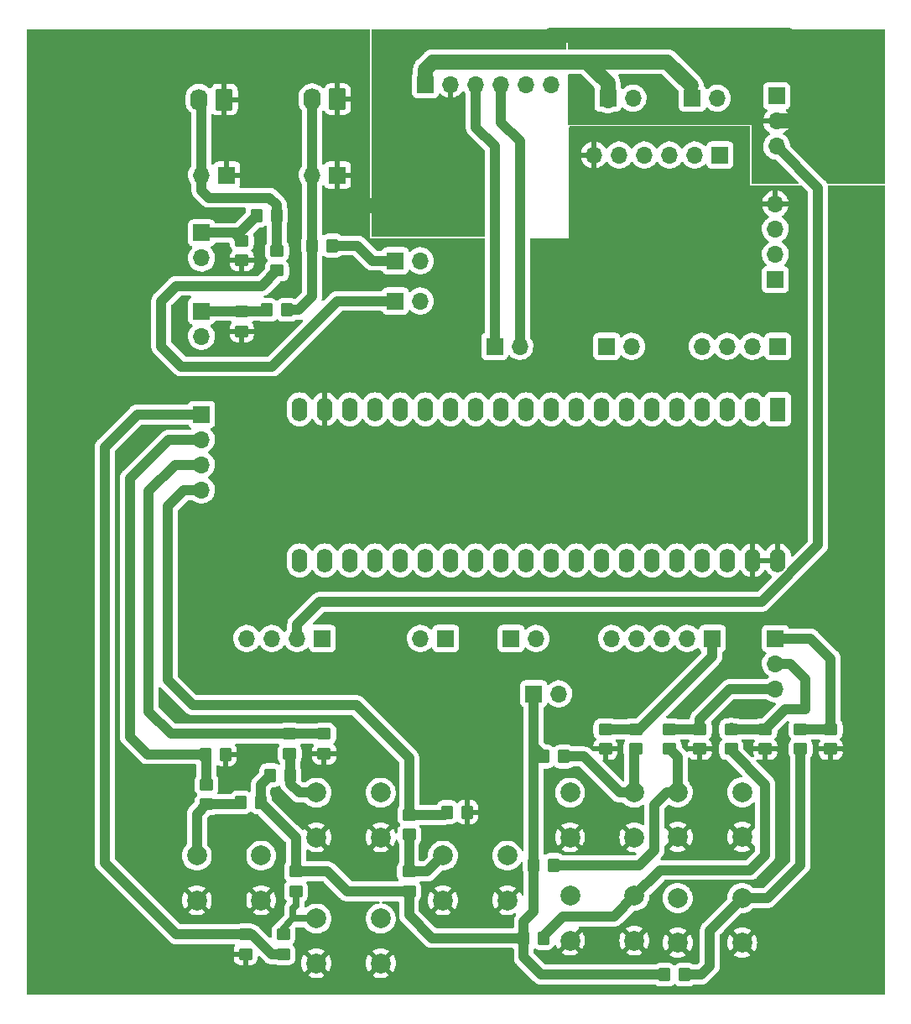
<source format=gtl>
G04 #@! TF.GenerationSoftware,KiCad,Pcbnew,(6.0.10)*
G04 #@! TF.CreationDate,2023-02-06T13:34:11-03:00*
G04 #@! TF.ProjectId,Core_HW,436f7265-5f48-4572-9e6b-696361645f70,rev?*
G04 #@! TF.SameCoordinates,Original*
G04 #@! TF.FileFunction,Copper,L1,Top*
G04 #@! TF.FilePolarity,Positive*
%FSLAX46Y46*%
G04 Gerber Fmt 4.6, Leading zero omitted, Abs format (unit mm)*
G04 Created by KiCad (PCBNEW (6.0.10)) date 2023-02-06 13:34:11*
%MOMM*%
%LPD*%
G01*
G04 APERTURE LIST*
G04 Aperture macros list*
%AMRoundRect*
0 Rectangle with rounded corners*
0 $1 Rounding radius*
0 $2 $3 $4 $5 $6 $7 $8 $9 X,Y pos of 4 corners*
0 Add a 4 corners polygon primitive as box body*
4,1,4,$2,$3,$4,$5,$6,$7,$8,$9,$2,$3,0*
0 Add four circle primitives for the rounded corners*
1,1,$1+$1,$2,$3*
1,1,$1+$1,$4,$5*
1,1,$1+$1,$6,$7*
1,1,$1+$1,$8,$9*
0 Add four rect primitives between the rounded corners*
20,1,$1+$1,$2,$3,$4,$5,0*
20,1,$1+$1,$4,$5,$6,$7,0*
20,1,$1+$1,$6,$7,$8,$9,0*
20,1,$1+$1,$8,$9,$2,$3,0*%
G04 Aperture macros list end*
G04 #@! TA.AperFunction,SMDPad,CuDef*
%ADD10RoundRect,0.250000X-0.450000X0.350000X-0.450000X-0.350000X0.450000X-0.350000X0.450000X0.350000X0*%
G04 #@! TD*
G04 #@! TA.AperFunction,ComponentPad*
%ADD11R,1.700000X1.700000*%
G04 #@! TD*
G04 #@! TA.AperFunction,ComponentPad*
%ADD12O,1.700000X1.700000*%
G04 #@! TD*
G04 #@! TA.AperFunction,ComponentPad*
%ADD13C,2.000000*%
G04 #@! TD*
G04 #@! TA.AperFunction,SMDPad,CuDef*
%ADD14RoundRect,0.250000X-0.350000X-0.450000X0.350000X-0.450000X0.350000X0.450000X-0.350000X0.450000X0*%
G04 #@! TD*
G04 #@! TA.AperFunction,ComponentPad*
%ADD15R,1.600000X2.400000*%
G04 #@! TD*
G04 #@! TA.AperFunction,ComponentPad*
%ADD16O,1.600000X2.400000*%
G04 #@! TD*
G04 #@! TA.AperFunction,SMDPad,CuDef*
%ADD17RoundRect,0.250000X0.350000X0.450000X-0.350000X0.450000X-0.350000X-0.450000X0.350000X-0.450000X0*%
G04 #@! TD*
G04 #@! TA.AperFunction,SMDPad,CuDef*
%ADD18RoundRect,0.250000X0.450000X-0.350000X0.450000X0.350000X-0.450000X0.350000X-0.450000X-0.350000X0*%
G04 #@! TD*
G04 #@! TA.AperFunction,ComponentPad*
%ADD19RoundRect,0.250000X0.620000X0.845000X-0.620000X0.845000X-0.620000X-0.845000X0.620000X-0.845000X0*%
G04 #@! TD*
G04 #@! TA.AperFunction,ComponentPad*
%ADD20O,1.740000X2.190000*%
G04 #@! TD*
G04 #@! TA.AperFunction,ViaPad*
%ADD21C,0.800000*%
G04 #@! TD*
G04 #@! TA.AperFunction,Conductor*
%ADD22C,1.000000*%
G04 #@! TD*
G04 #@! TA.AperFunction,Conductor*
%ADD23C,1.500000*%
G04 #@! TD*
G04 #@! TA.AperFunction,Conductor*
%ADD24C,0.700000*%
G04 #@! TD*
G04 APERTURE END LIST*
D10*
X99568000Y-95536000D03*
X99568000Y-97536000D03*
X103759000Y-158385000D03*
X103759000Y-160385000D03*
D11*
X115057000Y-90424000D03*
D12*
X117597000Y-90424000D03*
D11*
X153416000Y-92319000D03*
D12*
X153416000Y-89779000D03*
X153416000Y-87239000D03*
X153416000Y-84699000D03*
D13*
X107090000Y-148590000D03*
X113590000Y-148590000D03*
X113590000Y-144090000D03*
X107090000Y-144090000D03*
X139192000Y-159004000D03*
X132692000Y-159004000D03*
X139192000Y-154504000D03*
X132692000Y-154504000D03*
D14*
X128032000Y-158750000D03*
X130032000Y-158750000D03*
X129048000Y-151384000D03*
X131048000Y-151384000D03*
D15*
X153670000Y-105410000D03*
D16*
X151130000Y-105410000D03*
X148590000Y-105410000D03*
X146050000Y-105410000D03*
X143510000Y-105410000D03*
X140970000Y-105410000D03*
X138430000Y-105410000D03*
X135890000Y-105410000D03*
X133350000Y-105410000D03*
X130810000Y-105410000D03*
X128270000Y-105410000D03*
X125730000Y-105410000D03*
X123190000Y-105410000D03*
X120650000Y-105410000D03*
X118110000Y-105410000D03*
X115570000Y-105410000D03*
X113030000Y-105410000D03*
X110490000Y-105410000D03*
X107950000Y-105410000D03*
X105410000Y-105410000D03*
X105410000Y-120650000D03*
X107950000Y-120650000D03*
X110490000Y-120650000D03*
X113030000Y-120650000D03*
X115570000Y-120650000D03*
X118110000Y-120650000D03*
X120650000Y-120650000D03*
X123190000Y-120650000D03*
X125730000Y-120650000D03*
X128270000Y-120650000D03*
X130810000Y-120650000D03*
X133350000Y-120650000D03*
X135890000Y-120650000D03*
X138430000Y-120650000D03*
X140970000Y-120650000D03*
X143510000Y-120650000D03*
X146050000Y-120650000D03*
X148590000Y-120650000D03*
X151130000Y-120650000D03*
X153670000Y-120650000D03*
D11*
X126741000Y-128524000D03*
D12*
X129281000Y-128524000D03*
D11*
X145029000Y-74041000D03*
D12*
X147569000Y-74041000D03*
D17*
X101457000Y-145070000D03*
X99457000Y-145070000D03*
D11*
X147061000Y-128524000D03*
D12*
X144521000Y-128524000D03*
X141981000Y-128524000D03*
X139441000Y-128524000D03*
X136901000Y-128524000D03*
D11*
X95504000Y-105928000D03*
D12*
X95504000Y-108468000D03*
X95504000Y-111008000D03*
X95504000Y-113548000D03*
D10*
X145796000Y-137684000D03*
X145796000Y-139684000D03*
D11*
X98044000Y-81788000D03*
D12*
X95504000Y-81788000D03*
D18*
X96002000Y-145272000D03*
X96002000Y-143272000D03*
D13*
X143562000Y-148554000D03*
X150062000Y-148554000D03*
X143562000Y-144054000D03*
X150062000Y-144054000D03*
D11*
X125090000Y-99060000D03*
D12*
X127630000Y-99060000D03*
D11*
X95504000Y-87625000D03*
D12*
X95504000Y-90165000D03*
D11*
X136393000Y-99060000D03*
D12*
X138933000Y-99060000D03*
D13*
X113590000Y-161290000D03*
X107090000Y-161290000D03*
X113590000Y-156790000D03*
X107090000Y-156790000D03*
D17*
X104124000Y-95387000D03*
X102124000Y-95387000D03*
D10*
X99568000Y-88392000D03*
X99568000Y-90392000D03*
D11*
X147828000Y-79756000D03*
D12*
X145288000Y-79756000D03*
X142748000Y-79756000D03*
X140208000Y-79756000D03*
X137668000Y-79756000D03*
X135128000Y-79756000D03*
D11*
X120142000Y-128524000D03*
D12*
X117602000Y-128524000D03*
D10*
X136261000Y-137684000D03*
X136261000Y-139684000D03*
D14*
X142240000Y-162443000D03*
X144240000Y-162443000D03*
X102439000Y-142335000D03*
X104439000Y-142335000D03*
D10*
X152400000Y-137684000D03*
X152400000Y-139684000D03*
D13*
X143562000Y-159222000D03*
X150062000Y-159222000D03*
X143562000Y-154722000D03*
X150062000Y-154722000D03*
D10*
X107884000Y-138160000D03*
X107884000Y-140160000D03*
D17*
X108696000Y-88900000D03*
X106696000Y-88900000D03*
D11*
X107696000Y-128524000D03*
D12*
X105156000Y-128524000D03*
X102616000Y-128524000D03*
X100076000Y-128524000D03*
D14*
X95901000Y-140208000D03*
X97901000Y-140208000D03*
D11*
X109220000Y-81788000D03*
D12*
X106680000Y-81788000D03*
D14*
X130064000Y-140442000D03*
X132064000Y-140442000D03*
D11*
X118110000Y-72644000D03*
D12*
X120650000Y-72644000D03*
X123190000Y-72644000D03*
X125730000Y-72644000D03*
X128270000Y-72644000D03*
X130810000Y-72644000D03*
D18*
X142748000Y-139684000D03*
X142748000Y-137684000D03*
X116439000Y-154035000D03*
X116439000Y-152035000D03*
D11*
X95504000Y-95504000D03*
D12*
X95504000Y-98044000D03*
D13*
X139192000Y-148590000D03*
X132692000Y-148590000D03*
X139192000Y-144090000D03*
X132692000Y-144090000D03*
D18*
X103124000Y-91424000D03*
X103124000Y-89424000D03*
D11*
X136515000Y-74041000D03*
D12*
X139055000Y-74041000D03*
D10*
X99959000Y-158385000D03*
X99959000Y-160385000D03*
D18*
X116469000Y-148320000D03*
X116469000Y-146320000D03*
D10*
X105029000Y-152035000D03*
X105029000Y-154035000D03*
D11*
X115057000Y-94488000D03*
D12*
X117597000Y-94488000D03*
D11*
X153543000Y-73802000D03*
D12*
X153543000Y-76342000D03*
X153543000Y-78882000D03*
D10*
X159004000Y-137684000D03*
X159004000Y-139684000D03*
D11*
X153660000Y-99060000D03*
D12*
X151120000Y-99060000D03*
X148580000Y-99060000D03*
X146040000Y-99060000D03*
D18*
X155956000Y-139684000D03*
X155956000Y-137684000D03*
D13*
X101525000Y-154940000D03*
X95025000Y-154940000D03*
X95025000Y-150440000D03*
X101525000Y-150440000D03*
D14*
X120324000Y-146050000D03*
X122324000Y-146050000D03*
D19*
X97790000Y-74168000D03*
D20*
X95250000Y-74168000D03*
D13*
X126365000Y-154940000D03*
X119865000Y-154940000D03*
X119865000Y-150440000D03*
X126365000Y-150440000D03*
D11*
X153416000Y-128539000D03*
D12*
X153416000Y-131079000D03*
X153416000Y-133619000D03*
D18*
X148961000Y-139684000D03*
X148961000Y-137684000D03*
D20*
X106675000Y-74148000D03*
D19*
X109215000Y-74148000D03*
D11*
X129032000Y-134112000D03*
D12*
X131572000Y-134112000D03*
D18*
X104394000Y-140160000D03*
X104394000Y-138160000D03*
D17*
X103108000Y-85852000D03*
X101108000Y-85852000D03*
D18*
X139309000Y-139684000D03*
X139309000Y-137684000D03*
D21*
X99695000Y-99314000D03*
X100203000Y-140208000D03*
X110998000Y-84836000D03*
X130810000Y-67691000D03*
X97917000Y-90424000D03*
X114681000Y-84836000D03*
D22*
X92192000Y-108468000D02*
X88265000Y-112395000D01*
X96002000Y-140309000D02*
X95901000Y-140208000D01*
X90043000Y-140208000D02*
X95901000Y-140208000D01*
X96002000Y-143272000D02*
X96002000Y-140309000D01*
X95504000Y-108468000D02*
X92192000Y-108468000D01*
X88265000Y-138430000D02*
X90043000Y-140208000D01*
X88265000Y-112395000D02*
X88265000Y-138430000D01*
D23*
X157861000Y-74803000D02*
X157861000Y-70866000D01*
X153543000Y-76342000D02*
X156322000Y-76342000D01*
X154686000Y-67691000D02*
X130810000Y-67691000D01*
X157861000Y-70866000D02*
X154686000Y-67691000D01*
X110998000Y-84836000D02*
X114681000Y-84836000D01*
X110871000Y-84836000D02*
X110998000Y-84836000D01*
X156322000Y-76342000D02*
X157861000Y-74803000D01*
D22*
X116469000Y-146320000D02*
X120054000Y-146320000D01*
X111125000Y-135255000D02*
X116469000Y-140599000D01*
X94615000Y-135255000D02*
X111125000Y-135255000D01*
X116469000Y-140599000D02*
X116469000Y-146320000D01*
X95504000Y-113548000D02*
X93716000Y-113548000D01*
X92075000Y-115189000D02*
X92075000Y-132715000D01*
X92075000Y-132715000D02*
X94615000Y-135255000D01*
X93716000Y-113548000D02*
X92075000Y-115189000D01*
X120054000Y-146320000D02*
X120324000Y-146050000D01*
X92440000Y-138160000D02*
X104709000Y-138160000D01*
X104709000Y-138160000D02*
X107884000Y-138160000D01*
X92827000Y-111008000D02*
X90170000Y-113665000D01*
X90170000Y-113665000D02*
X90170000Y-135890000D01*
X95504000Y-111008000D02*
X92827000Y-111008000D01*
X90170000Y-135890000D02*
X92440000Y-138160000D01*
X99959000Y-158385000D02*
X100600000Y-158385000D01*
X85725000Y-109220000D02*
X85725000Y-151130000D01*
X102600000Y-160385000D02*
X103759000Y-160385000D01*
X92980000Y-158385000D02*
X99959000Y-158385000D01*
X95504000Y-105928000D02*
X89017000Y-105928000D01*
X85725000Y-151130000D02*
X92980000Y-158385000D01*
X100600000Y-158385000D02*
X102600000Y-160385000D01*
X89017000Y-105928000D02*
X85725000Y-109220000D01*
X98801000Y-87625000D02*
X99335000Y-87625000D01*
X95504000Y-87625000D02*
X98801000Y-87625000D01*
X98801000Y-87625000D02*
X99568000Y-88392000D01*
X99335000Y-87625000D02*
X101108000Y-85852000D01*
X159004000Y-137684000D02*
X159004000Y-130556000D01*
X159004000Y-130556000D02*
X156987000Y-128539000D01*
X156987000Y-128539000D02*
X153416000Y-128539000D01*
X155956000Y-137684000D02*
X159004000Y-137684000D01*
X145796000Y-137684000D02*
X145796000Y-136652000D01*
X148829000Y-133619000D02*
X153416000Y-133619000D01*
X145796000Y-136652000D02*
X148829000Y-133619000D01*
X142748000Y-137684000D02*
X145796000Y-137684000D01*
X95504000Y-95504000D02*
X102007000Y-95504000D01*
X102007000Y-95504000D02*
X102124000Y-95387000D01*
X152400000Y-137684000D02*
X152400000Y-137668000D01*
X156464000Y-135636000D02*
X156464000Y-132588000D01*
X154955000Y-131079000D02*
X153416000Y-131079000D01*
X152400000Y-137684000D02*
X148961000Y-137684000D01*
X148961000Y-137684000D02*
X148961000Y-137551000D01*
X152400000Y-137668000D02*
X154432000Y-135636000D01*
X154432000Y-135636000D02*
X156464000Y-135636000D01*
X156464000Y-132588000D02*
X154955000Y-131079000D01*
X147046000Y-128539000D02*
X147061000Y-128524000D01*
X139684000Y-137684000D02*
X147061000Y-130307000D01*
X139309000Y-137684000D02*
X139684000Y-137684000D01*
X136261000Y-137684000D02*
X139309000Y-137684000D01*
X147061000Y-130307000D02*
X147061000Y-128524000D01*
D23*
X136515000Y-74290000D02*
X136520000Y-74295000D01*
X118872000Y-70358000D02*
X134366000Y-70358000D01*
X136515000Y-72507000D02*
X136515000Y-74290000D01*
D22*
X144902000Y-72766000D02*
X144902000Y-74168000D01*
D23*
X134366000Y-70358000D02*
X142494000Y-70358000D01*
X118110000Y-72644000D02*
X118110000Y-71120000D01*
X142494000Y-70358000D02*
X144902000Y-72766000D01*
X118110000Y-71120000D02*
X118872000Y-70358000D01*
X134366000Y-70358000D02*
X136515000Y-72507000D01*
D22*
X125090000Y-99060000D02*
X125090000Y-78862000D01*
X125090000Y-78862000D02*
X123190000Y-76962000D01*
X123190000Y-76962000D02*
X123190000Y-72644000D01*
X125730000Y-76454000D02*
X127630000Y-78354000D01*
X127630000Y-78354000D02*
X127630000Y-99060000D01*
X125730000Y-72644000D02*
X125730000Y-76454000D01*
X157734000Y-119107320D02*
X157734000Y-83073000D01*
X105156000Y-128524000D02*
X105156000Y-127321919D01*
X157734000Y-83073000D02*
X153543000Y-78882000D01*
X152000320Y-124841000D02*
X157734000Y-119107320D01*
X105156000Y-127127000D02*
X107442000Y-124841000D01*
X107442000Y-124841000D02*
X152000320Y-124841000D01*
X91440000Y-94488000D02*
X92964000Y-92964000D01*
X91440000Y-99060000D02*
X91440000Y-94488000D01*
X93472000Y-101092000D02*
X91440000Y-99060000D01*
X101584000Y-92964000D02*
X103124000Y-91424000D01*
X109220000Y-94488000D02*
X102616000Y-101092000D01*
X115057000Y-94488000D02*
X109220000Y-94488000D01*
X92964000Y-92964000D02*
X101584000Y-92964000D01*
X102616000Y-101092000D02*
X93472000Y-101092000D01*
X112776000Y-90424000D02*
X111252000Y-88900000D01*
X111252000Y-88900000D02*
X108696000Y-88900000D01*
X115057000Y-90424000D02*
X112776000Y-90424000D01*
X96002000Y-145272000D02*
X99255000Y-145272000D01*
X99255000Y-145272000D02*
X99457000Y-145070000D01*
X95025000Y-146249000D02*
X96002000Y-145272000D01*
X95025000Y-150440000D02*
X95025000Y-146249000D01*
X116439000Y-152035000D02*
X116439000Y-148350000D01*
X118270000Y-152035000D02*
X119865000Y-150440000D01*
X116439000Y-152035000D02*
X118270000Y-152035000D01*
X116439000Y-148350000D02*
X116469000Y-148320000D01*
X104439000Y-142335000D02*
X104439000Y-143174000D01*
X104439000Y-143174000D02*
X105355000Y-144090000D01*
X105355000Y-144090000D02*
X107090000Y-144090000D01*
X104439000Y-142335000D02*
X104439000Y-140430000D01*
D24*
X103759000Y-157734000D02*
X104703000Y-156790000D01*
X103759000Y-158385000D02*
X103759000Y-157734000D01*
X104703000Y-155774000D02*
X105029000Y-155448000D01*
X104703000Y-156790000D02*
X107090000Y-156790000D01*
X105029000Y-155448000D02*
X105029000Y-154035000D01*
X104703000Y-156790000D02*
X104703000Y-155774000D01*
D22*
X146812000Y-161544000D02*
X146812000Y-157988000D01*
X146812000Y-157988000D02*
X150062000Y-154738000D01*
X145913000Y-162443000D02*
X146812000Y-161544000D01*
X155956000Y-151384000D02*
X152618000Y-154722000D01*
X144240000Y-162443000D02*
X145913000Y-162443000D01*
X152618000Y-154722000D02*
X150062000Y-154722000D01*
X155956000Y-139684000D02*
X155956000Y-151384000D01*
X150062000Y-154738000D02*
X150062000Y-154722000D01*
X142458000Y-144054000D02*
X143562000Y-144054000D01*
X141224000Y-145288000D02*
X142458000Y-144054000D01*
X143562000Y-144054000D02*
X143562000Y-140498000D01*
X143562000Y-140498000D02*
X142748000Y-139684000D01*
X131048000Y-151384000D02*
X139700000Y-151384000D01*
X139700000Y-151384000D02*
X141224000Y-149860000D01*
X141224000Y-149860000D02*
X141224000Y-145288000D01*
X152400000Y-150368000D02*
X152400000Y-143256000D01*
X137105000Y-156591000D02*
X139192000Y-154504000D01*
X152400000Y-143256000D02*
X148961000Y-139817000D01*
X139192000Y-154504000D02*
X141804000Y-151892000D01*
X130032000Y-158512000D02*
X131953000Y-156591000D01*
X139192000Y-154595000D02*
X139192000Y-154504000D01*
X150876000Y-151892000D02*
X152400000Y-150368000D01*
X141804000Y-151892000D02*
X150876000Y-151892000D01*
X148961000Y-139817000D02*
X148961000Y-139684000D01*
X130032000Y-158750000D02*
X130032000Y-158512000D01*
X131953000Y-156591000D02*
X137105000Y-156591000D01*
X139192000Y-144090000D02*
X139192000Y-139801000D01*
X137740000Y-144090000D02*
X139192000Y-144090000D01*
X132064000Y-140442000D02*
X134092000Y-140442000D01*
X134092000Y-140442000D02*
X137740000Y-144090000D01*
X139192000Y-139801000D02*
X139309000Y-139684000D01*
X96266000Y-84074000D02*
X95504000Y-83312000D01*
X102362000Y-84074000D02*
X96266000Y-84074000D01*
X103124000Y-85868000D02*
X103108000Y-85852000D01*
X103108000Y-84820000D02*
X102362000Y-84074000D01*
X95504000Y-74422000D02*
X95250000Y-74168000D01*
X103124000Y-89424000D02*
X103124000Y-85868000D01*
X103108000Y-85852000D02*
X103108000Y-84820000D01*
X95504000Y-83312000D02*
X95504000Y-74422000D01*
X104124000Y-95387000D02*
X105273000Y-95387000D01*
X106680000Y-74153000D02*
X106675000Y-74148000D01*
X105273000Y-95387000D02*
X106680000Y-93980000D01*
X106680000Y-93980000D02*
X106680000Y-74153000D01*
X129804000Y-162443000D02*
X142240000Y-162443000D01*
X118745000Y-158750000D02*
X128032000Y-158750000D01*
X116439000Y-156444000D02*
X118745000Y-158750000D01*
X129032000Y-134112000D02*
X129032000Y-139410000D01*
X101457000Y-145070000D02*
X101457000Y-143317000D01*
X128032000Y-157083000D02*
X128032000Y-158750000D01*
X101457000Y-143317000D02*
X102439000Y-142335000D01*
X105029000Y-152035000D02*
X108220000Y-152035000D01*
X116439000Y-154035000D02*
X116439000Y-156444000D01*
X128032000Y-158750000D02*
X128032000Y-160671000D01*
X108220000Y-152035000D02*
X110220000Y-154035000D01*
X128032000Y-160671000D02*
X129804000Y-162443000D01*
X105029000Y-152035000D02*
X105029000Y-148642000D01*
X129032000Y-139410000D02*
X130064000Y-140442000D01*
X129032000Y-139410000D02*
X129032000Y-156083000D01*
X110220000Y-154035000D02*
X116439000Y-154035000D01*
X129032000Y-156083000D02*
X128032000Y-157083000D01*
X105029000Y-148642000D02*
X101457000Y-145070000D01*
G04 #@! TA.AperFunction,Conductor*
G36*
X112464121Y-67076502D02*
G01*
X112510614Y-67130158D01*
X112522000Y-67182500D01*
X112522000Y-88138000D01*
X123955500Y-88138000D01*
X124023621Y-88158002D01*
X124070114Y-88211658D01*
X124081500Y-88264000D01*
X124081500Y-97638991D01*
X124061498Y-97707112D01*
X124007842Y-97753605D01*
X124002306Y-97755903D01*
X124001704Y-97756232D01*
X123993295Y-97759385D01*
X123876739Y-97846739D01*
X123789385Y-97963295D01*
X123738255Y-98099684D01*
X123731500Y-98161866D01*
X123731500Y-99958134D01*
X123738255Y-100020316D01*
X123789385Y-100156705D01*
X123876739Y-100273261D01*
X123993295Y-100360615D01*
X124129684Y-100411745D01*
X124191866Y-100418500D01*
X125988134Y-100418500D01*
X126050316Y-100411745D01*
X126186705Y-100360615D01*
X126303261Y-100273261D01*
X126390615Y-100156705D01*
X126412799Y-100097529D01*
X126434598Y-100039382D01*
X126477240Y-99982618D01*
X126543802Y-99957918D01*
X126613150Y-99973126D01*
X126647817Y-100001114D01*
X126676250Y-100033938D01*
X126848126Y-100176632D01*
X127041000Y-100289338D01*
X127249692Y-100369030D01*
X127254760Y-100370061D01*
X127254763Y-100370062D01*
X127362017Y-100391883D01*
X127468597Y-100413567D01*
X127473772Y-100413757D01*
X127473774Y-100413757D01*
X127686673Y-100421564D01*
X127686677Y-100421564D01*
X127691837Y-100421753D01*
X127696957Y-100421097D01*
X127696959Y-100421097D01*
X127908288Y-100394025D01*
X127908289Y-100394025D01*
X127913416Y-100393368D01*
X127918366Y-100391883D01*
X128122429Y-100330661D01*
X128122434Y-100330659D01*
X128127384Y-100329174D01*
X128327994Y-100230896D01*
X128509860Y-100101173D01*
X128653400Y-99958134D01*
X135034500Y-99958134D01*
X135041255Y-100020316D01*
X135092385Y-100156705D01*
X135179739Y-100273261D01*
X135296295Y-100360615D01*
X135432684Y-100411745D01*
X135494866Y-100418500D01*
X137291134Y-100418500D01*
X137353316Y-100411745D01*
X137489705Y-100360615D01*
X137606261Y-100273261D01*
X137693615Y-100156705D01*
X137715799Y-100097529D01*
X137737598Y-100039382D01*
X137780240Y-99982618D01*
X137846802Y-99957918D01*
X137916150Y-99973126D01*
X137950817Y-100001114D01*
X137979250Y-100033938D01*
X138151126Y-100176632D01*
X138344000Y-100289338D01*
X138552692Y-100369030D01*
X138557760Y-100370061D01*
X138557763Y-100370062D01*
X138665017Y-100391883D01*
X138771597Y-100413567D01*
X138776772Y-100413757D01*
X138776774Y-100413757D01*
X138989673Y-100421564D01*
X138989677Y-100421564D01*
X138994837Y-100421753D01*
X138999957Y-100421097D01*
X138999959Y-100421097D01*
X139211288Y-100394025D01*
X139211289Y-100394025D01*
X139216416Y-100393368D01*
X139221366Y-100391883D01*
X139425429Y-100330661D01*
X139425434Y-100330659D01*
X139430384Y-100329174D01*
X139630994Y-100230896D01*
X139812860Y-100101173D01*
X139971096Y-99943489D01*
X140030594Y-99860689D01*
X140098435Y-99766277D01*
X140101453Y-99762077D01*
X140112093Y-99740550D01*
X140198136Y-99566453D01*
X140198137Y-99566451D01*
X140200430Y-99561811D01*
X140256468Y-99377368D01*
X140263865Y-99353023D01*
X140263865Y-99353021D01*
X140265370Y-99348069D01*
X140294529Y-99126590D01*
X140296156Y-99060000D01*
X140293418Y-99026695D01*
X144677251Y-99026695D01*
X144677548Y-99031848D01*
X144677548Y-99031851D01*
X144685124Y-99163242D01*
X144690110Y-99249715D01*
X144691247Y-99254761D01*
X144691248Y-99254767D01*
X144704411Y-99313174D01*
X144739222Y-99467639D01*
X144823266Y-99674616D01*
X144860685Y-99735678D01*
X144937291Y-99860688D01*
X144939987Y-99865088D01*
X145086250Y-100033938D01*
X145258126Y-100176632D01*
X145451000Y-100289338D01*
X145659692Y-100369030D01*
X145664760Y-100370061D01*
X145664763Y-100370062D01*
X145772017Y-100391883D01*
X145878597Y-100413567D01*
X145883772Y-100413757D01*
X145883774Y-100413757D01*
X146096673Y-100421564D01*
X146096677Y-100421564D01*
X146101837Y-100421753D01*
X146106957Y-100421097D01*
X146106959Y-100421097D01*
X146318288Y-100394025D01*
X146318289Y-100394025D01*
X146323416Y-100393368D01*
X146328366Y-100391883D01*
X146532429Y-100330661D01*
X146532434Y-100330659D01*
X146537384Y-100329174D01*
X146737994Y-100230896D01*
X146919860Y-100101173D01*
X147078096Y-99943489D01*
X147137594Y-99860689D01*
X147208453Y-99762077D01*
X147209776Y-99763028D01*
X147256645Y-99719857D01*
X147326580Y-99707625D01*
X147392026Y-99735144D01*
X147419875Y-99766994D01*
X147479987Y-99865088D01*
X147626250Y-100033938D01*
X147798126Y-100176632D01*
X147991000Y-100289338D01*
X148199692Y-100369030D01*
X148204760Y-100370061D01*
X148204763Y-100370062D01*
X148312017Y-100391883D01*
X148418597Y-100413567D01*
X148423772Y-100413757D01*
X148423774Y-100413757D01*
X148636673Y-100421564D01*
X148636677Y-100421564D01*
X148641837Y-100421753D01*
X148646957Y-100421097D01*
X148646959Y-100421097D01*
X148858288Y-100394025D01*
X148858289Y-100394025D01*
X148863416Y-100393368D01*
X148868366Y-100391883D01*
X149072429Y-100330661D01*
X149072434Y-100330659D01*
X149077384Y-100329174D01*
X149277994Y-100230896D01*
X149459860Y-100101173D01*
X149618096Y-99943489D01*
X149677594Y-99860689D01*
X149748453Y-99762077D01*
X149749776Y-99763028D01*
X149796645Y-99719857D01*
X149866580Y-99707625D01*
X149932026Y-99735144D01*
X149959875Y-99766994D01*
X150019987Y-99865088D01*
X150166250Y-100033938D01*
X150338126Y-100176632D01*
X150531000Y-100289338D01*
X150739692Y-100369030D01*
X150744760Y-100370061D01*
X150744763Y-100370062D01*
X150852017Y-100391883D01*
X150958597Y-100413567D01*
X150963772Y-100413757D01*
X150963774Y-100413757D01*
X151176673Y-100421564D01*
X151176677Y-100421564D01*
X151181837Y-100421753D01*
X151186957Y-100421097D01*
X151186959Y-100421097D01*
X151398288Y-100394025D01*
X151398289Y-100394025D01*
X151403416Y-100393368D01*
X151408366Y-100391883D01*
X151612429Y-100330661D01*
X151612434Y-100330659D01*
X151617384Y-100329174D01*
X151817994Y-100230896D01*
X151999860Y-100101173D01*
X152108091Y-99993319D01*
X152170462Y-99959404D01*
X152241268Y-99964592D01*
X152298030Y-100007238D01*
X152315012Y-100038341D01*
X152337201Y-100097529D01*
X152359385Y-100156705D01*
X152446739Y-100273261D01*
X152563295Y-100360615D01*
X152699684Y-100411745D01*
X152761866Y-100418500D01*
X154558134Y-100418500D01*
X154620316Y-100411745D01*
X154756705Y-100360615D01*
X154873261Y-100273261D01*
X154960615Y-100156705D01*
X155011745Y-100020316D01*
X155018500Y-99958134D01*
X155018500Y-98161866D01*
X155011745Y-98099684D01*
X154960615Y-97963295D01*
X154873261Y-97846739D01*
X154756705Y-97759385D01*
X154620316Y-97708255D01*
X154558134Y-97701500D01*
X152761866Y-97701500D01*
X152699684Y-97708255D01*
X152563295Y-97759385D01*
X152446739Y-97846739D01*
X152359385Y-97963295D01*
X152356233Y-97971703D01*
X152314919Y-98081907D01*
X152272277Y-98138671D01*
X152205716Y-98163371D01*
X152136367Y-98148163D01*
X152103743Y-98122476D01*
X152053151Y-98066875D01*
X152053142Y-98066866D01*
X152049670Y-98063051D01*
X152045619Y-98059852D01*
X152045615Y-98059848D01*
X151878414Y-97927800D01*
X151878410Y-97927798D01*
X151874359Y-97924598D01*
X151678789Y-97816638D01*
X151673920Y-97814914D01*
X151673916Y-97814912D01*
X151473087Y-97743795D01*
X151473083Y-97743794D01*
X151468212Y-97742069D01*
X151463119Y-97741162D01*
X151463116Y-97741161D01*
X151253373Y-97703800D01*
X151253367Y-97703799D01*
X151248284Y-97702894D01*
X151174452Y-97701992D01*
X151030081Y-97700228D01*
X151030079Y-97700228D01*
X151024911Y-97700165D01*
X150804091Y-97733955D01*
X150591756Y-97803357D01*
X150393607Y-97906507D01*
X150389474Y-97909610D01*
X150389471Y-97909612D01*
X150219100Y-98037530D01*
X150214965Y-98040635D01*
X150175525Y-98081907D01*
X150103729Y-98157037D01*
X150060629Y-98202138D01*
X149953201Y-98359621D01*
X149898293Y-98404621D01*
X149827768Y-98412792D01*
X149764021Y-98381538D01*
X149743324Y-98357054D01*
X149662822Y-98232617D01*
X149662820Y-98232614D01*
X149660014Y-98228277D01*
X149509670Y-98063051D01*
X149505619Y-98059852D01*
X149505615Y-98059848D01*
X149338414Y-97927800D01*
X149338410Y-97927798D01*
X149334359Y-97924598D01*
X149138789Y-97816638D01*
X149133920Y-97814914D01*
X149133916Y-97814912D01*
X148933087Y-97743795D01*
X148933083Y-97743794D01*
X148928212Y-97742069D01*
X148923119Y-97741162D01*
X148923116Y-97741161D01*
X148713373Y-97703800D01*
X148713367Y-97703799D01*
X148708284Y-97702894D01*
X148634452Y-97701992D01*
X148490081Y-97700228D01*
X148490079Y-97700228D01*
X148484911Y-97700165D01*
X148264091Y-97733955D01*
X148051756Y-97803357D01*
X147853607Y-97906507D01*
X147849474Y-97909610D01*
X147849471Y-97909612D01*
X147679100Y-98037530D01*
X147674965Y-98040635D01*
X147635525Y-98081907D01*
X147563729Y-98157037D01*
X147520629Y-98202138D01*
X147413201Y-98359621D01*
X147358293Y-98404621D01*
X147287768Y-98412792D01*
X147224021Y-98381538D01*
X147203324Y-98357054D01*
X147122822Y-98232617D01*
X147122820Y-98232614D01*
X147120014Y-98228277D01*
X146969670Y-98063051D01*
X146965619Y-98059852D01*
X146965615Y-98059848D01*
X146798414Y-97927800D01*
X146798410Y-97927798D01*
X146794359Y-97924598D01*
X146598789Y-97816638D01*
X146593920Y-97814914D01*
X146593916Y-97814912D01*
X146393087Y-97743795D01*
X146393083Y-97743794D01*
X146388212Y-97742069D01*
X146383119Y-97741162D01*
X146383116Y-97741161D01*
X146173373Y-97703800D01*
X146173367Y-97703799D01*
X146168284Y-97702894D01*
X146094452Y-97701992D01*
X145950081Y-97700228D01*
X145950079Y-97700228D01*
X145944911Y-97700165D01*
X145724091Y-97733955D01*
X145511756Y-97803357D01*
X145313607Y-97906507D01*
X145309474Y-97909610D01*
X145309471Y-97909612D01*
X145139100Y-98037530D01*
X145134965Y-98040635D01*
X145095525Y-98081907D01*
X145023729Y-98157037D01*
X144980629Y-98202138D01*
X144854743Y-98386680D01*
X144839003Y-98420590D01*
X144767878Y-98573816D01*
X144760688Y-98589305D01*
X144700989Y-98804570D01*
X144677251Y-99026695D01*
X140293418Y-99026695D01*
X140277852Y-98837361D01*
X140223431Y-98620702D01*
X140134354Y-98415840D01*
X140076841Y-98326939D01*
X140015822Y-98232617D01*
X140015820Y-98232614D01*
X140013014Y-98228277D01*
X139862670Y-98063051D01*
X139858619Y-98059852D01*
X139858615Y-98059848D01*
X139691414Y-97927800D01*
X139691410Y-97927798D01*
X139687359Y-97924598D01*
X139491789Y-97816638D01*
X139486920Y-97814914D01*
X139486916Y-97814912D01*
X139286087Y-97743795D01*
X139286083Y-97743794D01*
X139281212Y-97742069D01*
X139276119Y-97741162D01*
X139276116Y-97741161D01*
X139066373Y-97703800D01*
X139066367Y-97703799D01*
X139061284Y-97702894D01*
X138987452Y-97701992D01*
X138843081Y-97700228D01*
X138843079Y-97700228D01*
X138837911Y-97700165D01*
X138617091Y-97733955D01*
X138404756Y-97803357D01*
X138206607Y-97906507D01*
X138202474Y-97909610D01*
X138202471Y-97909612D01*
X138032100Y-98037530D01*
X138027965Y-98040635D01*
X137961115Y-98110590D01*
X137947283Y-98125064D01*
X137885759Y-98160494D01*
X137814846Y-98157037D01*
X137757060Y-98115791D01*
X137738207Y-98082243D01*
X137696767Y-97971703D01*
X137693615Y-97963295D01*
X137606261Y-97846739D01*
X137489705Y-97759385D01*
X137353316Y-97708255D01*
X137291134Y-97701500D01*
X135494866Y-97701500D01*
X135432684Y-97708255D01*
X135296295Y-97759385D01*
X135179739Y-97846739D01*
X135092385Y-97963295D01*
X135041255Y-98099684D01*
X135034500Y-98161866D01*
X135034500Y-99958134D01*
X128653400Y-99958134D01*
X128668096Y-99943489D01*
X128727594Y-99860689D01*
X128795435Y-99766277D01*
X128798453Y-99762077D01*
X128809093Y-99740550D01*
X128895136Y-99566453D01*
X128895137Y-99566451D01*
X128897430Y-99561811D01*
X128953468Y-99377368D01*
X128960865Y-99353023D01*
X128960865Y-99353021D01*
X128962370Y-99348069D01*
X128991529Y-99126590D01*
X128993156Y-99060000D01*
X128974852Y-98837361D01*
X128920431Y-98620702D01*
X128831354Y-98415840D01*
X128710014Y-98228277D01*
X128706532Y-98224450D01*
X128671306Y-98185737D01*
X128640254Y-98121891D01*
X128638500Y-98100938D01*
X128638500Y-89745695D01*
X152053251Y-89745695D01*
X152053548Y-89750848D01*
X152053548Y-89750851D01*
X152062638Y-89908500D01*
X152066110Y-89968715D01*
X152067247Y-89973761D01*
X152067248Y-89973767D01*
X152083047Y-90043868D01*
X152115222Y-90186639D01*
X152153461Y-90280811D01*
X152191019Y-90373305D01*
X152199266Y-90393616D01*
X152201965Y-90398020D01*
X152305881Y-90567596D01*
X152315987Y-90584088D01*
X152462250Y-90752938D01*
X152466230Y-90756242D01*
X152470981Y-90760187D01*
X152510616Y-90819090D01*
X152512113Y-90890071D01*
X152474997Y-90950593D01*
X152434724Y-90975112D01*
X152319295Y-91018385D01*
X152202739Y-91105739D01*
X152115385Y-91222295D01*
X152064255Y-91358684D01*
X152057500Y-91420866D01*
X152057500Y-93217134D01*
X152064255Y-93279316D01*
X152115385Y-93415705D01*
X152202739Y-93532261D01*
X152319295Y-93619615D01*
X152455684Y-93670745D01*
X152517866Y-93677500D01*
X154314134Y-93677500D01*
X154376316Y-93670745D01*
X154512705Y-93619615D01*
X154629261Y-93532261D01*
X154716615Y-93415705D01*
X154767745Y-93279316D01*
X154774500Y-93217134D01*
X154774500Y-91420866D01*
X154767745Y-91358684D01*
X154716615Y-91222295D01*
X154629261Y-91105739D01*
X154512705Y-91018385D01*
X154500132Y-91013672D01*
X154394203Y-90973960D01*
X154337439Y-90931318D01*
X154312739Y-90864756D01*
X154327947Y-90795408D01*
X154349493Y-90766727D01*
X154409490Y-90706939D01*
X154454096Y-90662489D01*
X154465945Y-90646000D01*
X154581435Y-90485277D01*
X154584453Y-90481077D01*
X154587199Y-90475522D01*
X154681136Y-90285453D01*
X154681137Y-90285451D01*
X154683430Y-90280811D01*
X154739034Y-90097797D01*
X154746865Y-90072023D01*
X154746865Y-90072021D01*
X154748370Y-90067069D01*
X154777529Y-89845590D01*
X154778048Y-89824348D01*
X154779074Y-89782365D01*
X154779074Y-89782361D01*
X154779156Y-89779000D01*
X154760852Y-89556361D01*
X154706431Y-89339702D01*
X154617354Y-89134840D01*
X154549270Y-89029598D01*
X154498822Y-88951617D01*
X154498820Y-88951614D01*
X154496014Y-88947277D01*
X154345670Y-88782051D01*
X154341619Y-88778852D01*
X154341615Y-88778848D01*
X154174414Y-88646800D01*
X154174410Y-88646798D01*
X154170359Y-88643598D01*
X154129053Y-88620796D01*
X154079084Y-88570364D01*
X154064312Y-88500921D01*
X154089428Y-88434516D01*
X154116780Y-88407909D01*
X154160603Y-88376650D01*
X154295860Y-88280173D01*
X154345586Y-88230621D01*
X154424792Y-88151691D01*
X154454096Y-88122489D01*
X154513594Y-88039689D01*
X154581435Y-87945277D01*
X154584453Y-87941077D01*
X154599503Y-87910627D01*
X154681136Y-87745453D01*
X154681137Y-87745451D01*
X154683430Y-87740811D01*
X154748370Y-87527069D01*
X154777529Y-87305590D01*
X154779156Y-87239000D01*
X154760852Y-87016361D01*
X154706431Y-86799702D01*
X154617354Y-86594840D01*
X154569655Y-86521109D01*
X154498822Y-86411617D01*
X154498820Y-86411614D01*
X154496014Y-86407277D01*
X154345670Y-86242051D01*
X154341619Y-86238852D01*
X154341615Y-86238848D01*
X154174414Y-86106800D01*
X154174410Y-86106798D01*
X154170359Y-86103598D01*
X154128569Y-86080529D01*
X154078598Y-86030097D01*
X154063826Y-85960654D01*
X154088942Y-85894248D01*
X154116294Y-85867641D01*
X154291328Y-85742792D01*
X154299200Y-85736139D01*
X154450052Y-85585812D01*
X154456730Y-85577965D01*
X154581003Y-85405020D01*
X154586313Y-85396183D01*
X154680670Y-85205267D01*
X154684469Y-85195672D01*
X154746377Y-84991910D01*
X154748555Y-84981837D01*
X154749986Y-84970962D01*
X154747775Y-84956778D01*
X154734617Y-84953000D01*
X152099225Y-84953000D01*
X152085694Y-84956973D01*
X152084257Y-84966966D01*
X152114565Y-85101446D01*
X152117645Y-85111275D01*
X152197770Y-85308603D01*
X152202413Y-85317794D01*
X152313694Y-85499388D01*
X152319777Y-85507699D01*
X152459213Y-85668667D01*
X152466580Y-85675883D01*
X152630434Y-85811916D01*
X152638881Y-85817831D01*
X152707969Y-85858203D01*
X152756693Y-85909842D01*
X152769764Y-85979625D01*
X152743033Y-86045396D01*
X152702584Y-86078752D01*
X152689607Y-86085507D01*
X152685474Y-86088610D01*
X152685471Y-86088612D01*
X152661247Y-86106800D01*
X152510965Y-86219635D01*
X152457074Y-86276029D01*
X152381036Y-86355598D01*
X152356629Y-86381138D01*
X152353715Y-86385410D01*
X152353714Y-86385411D01*
X152304974Y-86456861D01*
X152230743Y-86565680D01*
X152203329Y-86624738D01*
X152165976Y-86705210D01*
X152136688Y-86768305D01*
X152076989Y-86983570D01*
X152053251Y-87205695D01*
X152053548Y-87210848D01*
X152053548Y-87210851D01*
X152059011Y-87305590D01*
X152066110Y-87428715D01*
X152067247Y-87433761D01*
X152067248Y-87433767D01*
X152087119Y-87521939D01*
X152115222Y-87646639D01*
X152199266Y-87853616D01*
X152315987Y-88044088D01*
X152462250Y-88212938D01*
X152634126Y-88355632D01*
X152703896Y-88396402D01*
X152707445Y-88398476D01*
X152756169Y-88450114D01*
X152769240Y-88519897D01*
X152742509Y-88585669D01*
X152702055Y-88619027D01*
X152689607Y-88625507D01*
X152685474Y-88628610D01*
X152685471Y-88628612D01*
X152515100Y-88756530D01*
X152510965Y-88759635D01*
X152507393Y-88763373D01*
X152364778Y-88912611D01*
X152356629Y-88921138D01*
X152353715Y-88925410D01*
X152353714Y-88925411D01*
X152294983Y-89011507D01*
X152230743Y-89105680D01*
X152196750Y-89178912D01*
X152145836Y-89288598D01*
X152136688Y-89308305D01*
X152076989Y-89523570D01*
X152053251Y-89745695D01*
X128638500Y-89745695D01*
X128638500Y-88264000D01*
X128658502Y-88195879D01*
X128712158Y-88149386D01*
X128764500Y-88138000D01*
X132588000Y-88138000D01*
X132588000Y-84433183D01*
X152080389Y-84433183D01*
X152081912Y-84441607D01*
X152094292Y-84445000D01*
X153143885Y-84445000D01*
X153159124Y-84440525D01*
X153160329Y-84439135D01*
X153162000Y-84431452D01*
X153162000Y-84426885D01*
X153670000Y-84426885D01*
X153674475Y-84442124D01*
X153675865Y-84443329D01*
X153683548Y-84445000D01*
X154734344Y-84445000D01*
X154747875Y-84441027D01*
X154749180Y-84431947D01*
X154707214Y-84264875D01*
X154703894Y-84255124D01*
X154618972Y-84059814D01*
X154614105Y-84050739D01*
X154498426Y-83871926D01*
X154492136Y-83863757D01*
X154348806Y-83706240D01*
X154341273Y-83699215D01*
X154174139Y-83567222D01*
X154165552Y-83561517D01*
X153979117Y-83458599D01*
X153969705Y-83454369D01*
X153768959Y-83383280D01*
X153758988Y-83380646D01*
X153687837Y-83367972D01*
X153674540Y-83369432D01*
X153670000Y-83383989D01*
X153670000Y-84426885D01*
X153162000Y-84426885D01*
X153162000Y-83382102D01*
X153158082Y-83368758D01*
X153143806Y-83366771D01*
X153105324Y-83372660D01*
X153095288Y-83375051D01*
X152892868Y-83441212D01*
X152883359Y-83445209D01*
X152694463Y-83543542D01*
X152685738Y-83549036D01*
X152515433Y-83676905D01*
X152507726Y-83683748D01*
X152360590Y-83837717D01*
X152354104Y-83845727D01*
X152234098Y-84021649D01*
X152229000Y-84030623D01*
X152139338Y-84223783D01*
X152135775Y-84233470D01*
X152080389Y-84433183D01*
X132588000Y-84433183D01*
X132588000Y-80023966D01*
X133796257Y-80023966D01*
X133826565Y-80158446D01*
X133829645Y-80168275D01*
X133909770Y-80365603D01*
X133914413Y-80374794D01*
X134025694Y-80556388D01*
X134031777Y-80564699D01*
X134171213Y-80725667D01*
X134178580Y-80732883D01*
X134342434Y-80868916D01*
X134350881Y-80874831D01*
X134534756Y-80982279D01*
X134544042Y-80986729D01*
X134743001Y-81062703D01*
X134752899Y-81065579D01*
X134856250Y-81086606D01*
X134870299Y-81085410D01*
X134874000Y-81075065D01*
X134874000Y-81074517D01*
X135382000Y-81074517D01*
X135386064Y-81088359D01*
X135399478Y-81090393D01*
X135406184Y-81089534D01*
X135416262Y-81087392D01*
X135620255Y-81026191D01*
X135629842Y-81022433D01*
X135821095Y-80928739D01*
X135829945Y-80923464D01*
X136003328Y-80799792D01*
X136011200Y-80793139D01*
X136162052Y-80642812D01*
X136168730Y-80634965D01*
X136296022Y-80457819D01*
X136297279Y-80458722D01*
X136344373Y-80415362D01*
X136414311Y-80403145D01*
X136479751Y-80430678D01*
X136507579Y-80462511D01*
X136567987Y-80561088D01*
X136714250Y-80729938D01*
X136886126Y-80872632D01*
X137079000Y-80985338D01*
X137287692Y-81065030D01*
X137292760Y-81066061D01*
X137292763Y-81066062D01*
X137387862Y-81085410D01*
X137506597Y-81109567D01*
X137511772Y-81109757D01*
X137511774Y-81109757D01*
X137724673Y-81117564D01*
X137724677Y-81117564D01*
X137729837Y-81117753D01*
X137734957Y-81117097D01*
X137734959Y-81117097D01*
X137946288Y-81090025D01*
X137946289Y-81090025D01*
X137951416Y-81089368D01*
X137956366Y-81087883D01*
X138160429Y-81026661D01*
X138160434Y-81026659D01*
X138165384Y-81025174D01*
X138365994Y-80926896D01*
X138547860Y-80797173D01*
X138706096Y-80639489D01*
X138747208Y-80582276D01*
X138836453Y-80458077D01*
X138837776Y-80459028D01*
X138884645Y-80415857D01*
X138954580Y-80403625D01*
X139020026Y-80431144D01*
X139047875Y-80462994D01*
X139107987Y-80561088D01*
X139254250Y-80729938D01*
X139426126Y-80872632D01*
X139619000Y-80985338D01*
X139827692Y-81065030D01*
X139832760Y-81066061D01*
X139832763Y-81066062D01*
X139927862Y-81085410D01*
X140046597Y-81109567D01*
X140051772Y-81109757D01*
X140051774Y-81109757D01*
X140264673Y-81117564D01*
X140264677Y-81117564D01*
X140269837Y-81117753D01*
X140274957Y-81117097D01*
X140274959Y-81117097D01*
X140486288Y-81090025D01*
X140486289Y-81090025D01*
X140491416Y-81089368D01*
X140496366Y-81087883D01*
X140700429Y-81026661D01*
X140700434Y-81026659D01*
X140705384Y-81025174D01*
X140905994Y-80926896D01*
X141087860Y-80797173D01*
X141246096Y-80639489D01*
X141287208Y-80582276D01*
X141376453Y-80458077D01*
X141377776Y-80459028D01*
X141424645Y-80415857D01*
X141494580Y-80403625D01*
X141560026Y-80431144D01*
X141587875Y-80462994D01*
X141647987Y-80561088D01*
X141794250Y-80729938D01*
X141966126Y-80872632D01*
X142159000Y-80985338D01*
X142367692Y-81065030D01*
X142372760Y-81066061D01*
X142372763Y-81066062D01*
X142467862Y-81085410D01*
X142586597Y-81109567D01*
X142591772Y-81109757D01*
X142591774Y-81109757D01*
X142804673Y-81117564D01*
X142804677Y-81117564D01*
X142809837Y-81117753D01*
X142814957Y-81117097D01*
X142814959Y-81117097D01*
X143026288Y-81090025D01*
X143026289Y-81090025D01*
X143031416Y-81089368D01*
X143036366Y-81087883D01*
X143240429Y-81026661D01*
X143240434Y-81026659D01*
X143245384Y-81025174D01*
X143445994Y-80926896D01*
X143627860Y-80797173D01*
X143786096Y-80639489D01*
X143827208Y-80582276D01*
X143916453Y-80458077D01*
X143917776Y-80459028D01*
X143964645Y-80415857D01*
X144034580Y-80403625D01*
X144100026Y-80431144D01*
X144127875Y-80462994D01*
X144187987Y-80561088D01*
X144334250Y-80729938D01*
X144506126Y-80872632D01*
X144699000Y-80985338D01*
X144907692Y-81065030D01*
X144912760Y-81066061D01*
X144912763Y-81066062D01*
X145007862Y-81085410D01*
X145126597Y-81109567D01*
X145131772Y-81109757D01*
X145131774Y-81109757D01*
X145344673Y-81117564D01*
X145344677Y-81117564D01*
X145349837Y-81117753D01*
X145354957Y-81117097D01*
X145354959Y-81117097D01*
X145566288Y-81090025D01*
X145566289Y-81090025D01*
X145571416Y-81089368D01*
X145576366Y-81087883D01*
X145780429Y-81026661D01*
X145780434Y-81026659D01*
X145785384Y-81025174D01*
X145985994Y-80926896D01*
X146167860Y-80797173D01*
X146276091Y-80689319D01*
X146338462Y-80655404D01*
X146409268Y-80660592D01*
X146466030Y-80703238D01*
X146483012Y-80734341D01*
X146527385Y-80852705D01*
X146614739Y-80969261D01*
X146731295Y-81056615D01*
X146867684Y-81107745D01*
X146929866Y-81114500D01*
X148726134Y-81114500D01*
X148788316Y-81107745D01*
X148924705Y-81056615D01*
X149041261Y-80969261D01*
X149128615Y-80852705D01*
X149179745Y-80716316D01*
X149186500Y-80654134D01*
X149186500Y-78857866D01*
X149179745Y-78795684D01*
X149128615Y-78659295D01*
X149041261Y-78542739D01*
X148924705Y-78455385D01*
X148788316Y-78404255D01*
X148726134Y-78397500D01*
X146929866Y-78397500D01*
X146867684Y-78404255D01*
X146731295Y-78455385D01*
X146614739Y-78542739D01*
X146527385Y-78659295D01*
X146524233Y-78667703D01*
X146482919Y-78777907D01*
X146440277Y-78834671D01*
X146373716Y-78859371D01*
X146304367Y-78844163D01*
X146271743Y-78818476D01*
X146221151Y-78762875D01*
X146221142Y-78762866D01*
X146217670Y-78759051D01*
X146213619Y-78755852D01*
X146213615Y-78755848D01*
X146046414Y-78623800D01*
X146046410Y-78623798D01*
X146042359Y-78620598D01*
X146006028Y-78600542D01*
X145960823Y-78575588D01*
X145846789Y-78512638D01*
X145841920Y-78510914D01*
X145841916Y-78510912D01*
X145641087Y-78439795D01*
X145641083Y-78439794D01*
X145636212Y-78438069D01*
X145631119Y-78437162D01*
X145631116Y-78437161D01*
X145421373Y-78399800D01*
X145421367Y-78399799D01*
X145416284Y-78398894D01*
X145342452Y-78397992D01*
X145198081Y-78396228D01*
X145198079Y-78396228D01*
X145192911Y-78396165D01*
X144972091Y-78429955D01*
X144759756Y-78499357D01*
X144561607Y-78602507D01*
X144557474Y-78605610D01*
X144557471Y-78605612D01*
X144471091Y-78670468D01*
X144382965Y-78736635D01*
X144357541Y-78763240D01*
X144289280Y-78834671D01*
X144228629Y-78898138D01*
X144121201Y-79055621D01*
X144066293Y-79100621D01*
X143995768Y-79108792D01*
X143932021Y-79077538D01*
X143911324Y-79053054D01*
X143830822Y-78928617D01*
X143830820Y-78928614D01*
X143828014Y-78924277D01*
X143677670Y-78759051D01*
X143673619Y-78755852D01*
X143673615Y-78755848D01*
X143506414Y-78623800D01*
X143506410Y-78623798D01*
X143502359Y-78620598D01*
X143466028Y-78600542D01*
X143420823Y-78575588D01*
X143306789Y-78512638D01*
X143301920Y-78510914D01*
X143301916Y-78510912D01*
X143101087Y-78439795D01*
X143101083Y-78439794D01*
X143096212Y-78438069D01*
X143091119Y-78437162D01*
X143091116Y-78437161D01*
X142881373Y-78399800D01*
X142881367Y-78399799D01*
X142876284Y-78398894D01*
X142802452Y-78397992D01*
X142658081Y-78396228D01*
X142658079Y-78396228D01*
X142652911Y-78396165D01*
X142432091Y-78429955D01*
X142219756Y-78499357D01*
X142021607Y-78602507D01*
X142017474Y-78605610D01*
X142017471Y-78605612D01*
X141931091Y-78670468D01*
X141842965Y-78736635D01*
X141817541Y-78763240D01*
X141749280Y-78834671D01*
X141688629Y-78898138D01*
X141581201Y-79055621D01*
X141526293Y-79100621D01*
X141455768Y-79108792D01*
X141392021Y-79077538D01*
X141371324Y-79053054D01*
X141290822Y-78928617D01*
X141290820Y-78928614D01*
X141288014Y-78924277D01*
X141137670Y-78759051D01*
X141133619Y-78755852D01*
X141133615Y-78755848D01*
X140966414Y-78623800D01*
X140966410Y-78623798D01*
X140962359Y-78620598D01*
X140926028Y-78600542D01*
X140880823Y-78575588D01*
X140766789Y-78512638D01*
X140761920Y-78510914D01*
X140761916Y-78510912D01*
X140561087Y-78439795D01*
X140561083Y-78439794D01*
X140556212Y-78438069D01*
X140551119Y-78437162D01*
X140551116Y-78437161D01*
X140341373Y-78399800D01*
X140341367Y-78399799D01*
X140336284Y-78398894D01*
X140262452Y-78397992D01*
X140118081Y-78396228D01*
X140118079Y-78396228D01*
X140112911Y-78396165D01*
X139892091Y-78429955D01*
X139679756Y-78499357D01*
X139481607Y-78602507D01*
X139477474Y-78605610D01*
X139477471Y-78605612D01*
X139391091Y-78670468D01*
X139302965Y-78736635D01*
X139277541Y-78763240D01*
X139209280Y-78834671D01*
X139148629Y-78898138D01*
X139041201Y-79055621D01*
X138986293Y-79100621D01*
X138915768Y-79108792D01*
X138852021Y-79077538D01*
X138831324Y-79053054D01*
X138750822Y-78928617D01*
X138750820Y-78928614D01*
X138748014Y-78924277D01*
X138597670Y-78759051D01*
X138593619Y-78755852D01*
X138593615Y-78755848D01*
X138426414Y-78623800D01*
X138426410Y-78623798D01*
X138422359Y-78620598D01*
X138386028Y-78600542D01*
X138340823Y-78575588D01*
X138226789Y-78512638D01*
X138221920Y-78510914D01*
X138221916Y-78510912D01*
X138021087Y-78439795D01*
X138021083Y-78439794D01*
X138016212Y-78438069D01*
X138011119Y-78437162D01*
X138011116Y-78437161D01*
X137801373Y-78399800D01*
X137801367Y-78399799D01*
X137796284Y-78398894D01*
X137722452Y-78397992D01*
X137578081Y-78396228D01*
X137578079Y-78396228D01*
X137572911Y-78396165D01*
X137352091Y-78429955D01*
X137139756Y-78499357D01*
X136941607Y-78602507D01*
X136937474Y-78605610D01*
X136937471Y-78605612D01*
X136851091Y-78670468D01*
X136762965Y-78736635D01*
X136737541Y-78763240D01*
X136669280Y-78834671D01*
X136608629Y-78898138D01*
X136605720Y-78902403D01*
X136605714Y-78902411D01*
X136595749Y-78917019D01*
X136501204Y-79055618D01*
X136500898Y-79056066D01*
X136445987Y-79101069D01*
X136375462Y-79109240D01*
X136311715Y-79077986D01*
X136291018Y-79053502D01*
X136210426Y-78928926D01*
X136204136Y-78920757D01*
X136060806Y-78763240D01*
X136053273Y-78756215D01*
X135886139Y-78624222D01*
X135877552Y-78618517D01*
X135691117Y-78515599D01*
X135681705Y-78511369D01*
X135480959Y-78440280D01*
X135470988Y-78437646D01*
X135399837Y-78424972D01*
X135386540Y-78426432D01*
X135382000Y-78440989D01*
X135382000Y-81074517D01*
X134874000Y-81074517D01*
X134874000Y-80028115D01*
X134869525Y-80012876D01*
X134868135Y-80011671D01*
X134860452Y-80010000D01*
X133811225Y-80010000D01*
X133797694Y-80013973D01*
X133796257Y-80023966D01*
X132588000Y-80023966D01*
X132588000Y-79490183D01*
X133792389Y-79490183D01*
X133793912Y-79498607D01*
X133806292Y-79502000D01*
X134855885Y-79502000D01*
X134871124Y-79497525D01*
X134872329Y-79496135D01*
X134874000Y-79488452D01*
X134874000Y-78439102D01*
X134870082Y-78425758D01*
X134855806Y-78423771D01*
X134817324Y-78429660D01*
X134807288Y-78432051D01*
X134604868Y-78498212D01*
X134595359Y-78502209D01*
X134406463Y-78600542D01*
X134397738Y-78606036D01*
X134227433Y-78733905D01*
X134219726Y-78740748D01*
X134072590Y-78894717D01*
X134066104Y-78902727D01*
X133946098Y-79078649D01*
X133941000Y-79087623D01*
X133851338Y-79280783D01*
X133847775Y-79290470D01*
X133792389Y-79490183D01*
X132588000Y-79490183D01*
X132588000Y-76961000D01*
X132608002Y-76892879D01*
X132661658Y-76846386D01*
X132714000Y-76835000D01*
X150750000Y-76835000D01*
X150818121Y-76855002D01*
X150864614Y-76908658D01*
X150876000Y-76961000D01*
X150876000Y-82804000D01*
X155986576Y-82804000D01*
X156054697Y-82824002D01*
X156075671Y-82840905D01*
X156688595Y-83453829D01*
X156722621Y-83516141D01*
X156725500Y-83542924D01*
X156725500Y-118637395D01*
X156705498Y-118705516D01*
X156688595Y-118726490D01*
X155188711Y-120226374D01*
X155126399Y-120260400D01*
X155055584Y-120255335D01*
X154998748Y-120212788D01*
X154974095Y-120148260D01*
X154963528Y-120027481D01*
X154961625Y-120016688D01*
X154905236Y-119806239D01*
X154901490Y-119795947D01*
X154809414Y-119598489D01*
X154803931Y-119588993D01*
X154678972Y-119410533D01*
X154671916Y-119402125D01*
X154517875Y-119248084D01*
X154509467Y-119241028D01*
X154331007Y-119116069D01*
X154321511Y-119110586D01*
X154124053Y-119018510D01*
X154113761Y-119014764D01*
X153941497Y-118968606D01*
X153927401Y-118968942D01*
X153924000Y-118976884D01*
X153924000Y-120778000D01*
X153903998Y-120846121D01*
X153850342Y-120892614D01*
X153798000Y-120904000D01*
X151402115Y-120904000D01*
X151386876Y-120908475D01*
X151385671Y-120909865D01*
X151384000Y-120917548D01*
X151384000Y-122317967D01*
X151387973Y-122331498D01*
X151396522Y-122332727D01*
X151573761Y-122285236D01*
X151584053Y-122281490D01*
X151781511Y-122189414D01*
X151791007Y-122183931D01*
X151969467Y-122058972D01*
X151977875Y-122051916D01*
X152131916Y-121897875D01*
X152138972Y-121889467D01*
X152263931Y-121711007D01*
X152269414Y-121701511D01*
X152285805Y-121666359D01*
X152332722Y-121613074D01*
X152400999Y-121593613D01*
X152468959Y-121614155D01*
X152514195Y-121666359D01*
X152530586Y-121701511D01*
X152536069Y-121711007D01*
X152661028Y-121889467D01*
X152668084Y-121897875D01*
X152822125Y-122051916D01*
X152830533Y-122058972D01*
X153013502Y-122187088D01*
X153012606Y-122188367D01*
X153056618Y-122234513D01*
X153070063Y-122304225D01*
X153043684Y-122370140D01*
X153033727Y-122381359D01*
X151619491Y-123795595D01*
X151557179Y-123829621D01*
X151530396Y-123832500D01*
X107503842Y-123832500D01*
X107490235Y-123831763D01*
X107458737Y-123828341D01*
X107458732Y-123828341D01*
X107452611Y-123827676D01*
X107434611Y-123829251D01*
X107402609Y-123832050D01*
X107397784Y-123832379D01*
X107395313Y-123832500D01*
X107392231Y-123832500D01*
X107369763Y-123834703D01*
X107349489Y-123836691D01*
X107348174Y-123836813D01*
X107315913Y-123839636D01*
X107255587Y-123844913D01*
X107250468Y-123846400D01*
X107245167Y-123846920D01*
X107156194Y-123873782D01*
X107155054Y-123874120D01*
X107065663Y-123900091D01*
X107060929Y-123902545D01*
X107055831Y-123904084D01*
X107050387Y-123906978D01*
X107050386Y-123906979D01*
X106973831Y-123947684D01*
X106972663Y-123948298D01*
X106890074Y-123991108D01*
X106885911Y-123994431D01*
X106881204Y-123996934D01*
X106809082Y-124055755D01*
X106808226Y-124056446D01*
X106769027Y-124087738D01*
X106766523Y-124090242D01*
X106765805Y-124090884D01*
X106761472Y-124094585D01*
X106727938Y-124121935D01*
X106724011Y-124126682D01*
X106724009Y-124126684D01*
X106698713Y-124157262D01*
X106690723Y-124166042D01*
X104407691Y-126449075D01*
X104313897Y-126563261D01*
X104220438Y-126737563D01*
X104162613Y-126926698D01*
X104142626Y-127123462D01*
X104149594Y-127197173D01*
X104150898Y-127210967D01*
X104150672Y-127236865D01*
X104147500Y-127265146D01*
X104147500Y-127562381D01*
X104127498Y-127630502D01*
X104112594Y-127649432D01*
X104096629Y-127666138D01*
X103989201Y-127823621D01*
X103934293Y-127868621D01*
X103863768Y-127876792D01*
X103800021Y-127845538D01*
X103779324Y-127821054D01*
X103698822Y-127696617D01*
X103698820Y-127696614D01*
X103696014Y-127692277D01*
X103545670Y-127527051D01*
X103541619Y-127523852D01*
X103541615Y-127523848D01*
X103374414Y-127391800D01*
X103374410Y-127391798D01*
X103370359Y-127388598D01*
X103174789Y-127280638D01*
X103169920Y-127278914D01*
X103169916Y-127278912D01*
X102969087Y-127207795D01*
X102969083Y-127207794D01*
X102964212Y-127206069D01*
X102959119Y-127205162D01*
X102959116Y-127205161D01*
X102749373Y-127167800D01*
X102749367Y-127167799D01*
X102744284Y-127166894D01*
X102670452Y-127165992D01*
X102526081Y-127164228D01*
X102526079Y-127164228D01*
X102520911Y-127164165D01*
X102300091Y-127197955D01*
X102087756Y-127267357D01*
X101889607Y-127370507D01*
X101885474Y-127373610D01*
X101885471Y-127373612D01*
X101774619Y-127456842D01*
X101710965Y-127504635D01*
X101671525Y-127545907D01*
X101580780Y-127640866D01*
X101556629Y-127666138D01*
X101449201Y-127823621D01*
X101394293Y-127868621D01*
X101323768Y-127876792D01*
X101260021Y-127845538D01*
X101239324Y-127821054D01*
X101158822Y-127696617D01*
X101158820Y-127696614D01*
X101156014Y-127692277D01*
X101005670Y-127527051D01*
X101001619Y-127523852D01*
X101001615Y-127523848D01*
X100834414Y-127391800D01*
X100834410Y-127391798D01*
X100830359Y-127388598D01*
X100634789Y-127280638D01*
X100629920Y-127278914D01*
X100629916Y-127278912D01*
X100429087Y-127207795D01*
X100429083Y-127207794D01*
X100424212Y-127206069D01*
X100419119Y-127205162D01*
X100419116Y-127205161D01*
X100209373Y-127167800D01*
X100209367Y-127167799D01*
X100204284Y-127166894D01*
X100130452Y-127165992D01*
X99986081Y-127164228D01*
X99986079Y-127164228D01*
X99980911Y-127164165D01*
X99760091Y-127197955D01*
X99547756Y-127267357D01*
X99349607Y-127370507D01*
X99345474Y-127373610D01*
X99345471Y-127373612D01*
X99234619Y-127456842D01*
X99170965Y-127504635D01*
X99131525Y-127545907D01*
X99040780Y-127640866D01*
X99016629Y-127666138D01*
X99013720Y-127670403D01*
X99013714Y-127670411D01*
X98991333Y-127703221D01*
X98890743Y-127850680D01*
X98796688Y-128053305D01*
X98736989Y-128268570D01*
X98713251Y-128490695D01*
X98713548Y-128495848D01*
X98713548Y-128495851D01*
X98719011Y-128590590D01*
X98726110Y-128713715D01*
X98727247Y-128718761D01*
X98727248Y-128718767D01*
X98747119Y-128806939D01*
X98775222Y-128931639D01*
X98859266Y-129138616D01*
X98896685Y-129199678D01*
X98973291Y-129324688D01*
X98975987Y-129329088D01*
X99122250Y-129497938D01*
X99294126Y-129640632D01*
X99487000Y-129753338D01*
X99695692Y-129833030D01*
X99700760Y-129834061D01*
X99700763Y-129834062D01*
X99762916Y-129846707D01*
X99914597Y-129877567D01*
X99919772Y-129877757D01*
X99919774Y-129877757D01*
X100132673Y-129885564D01*
X100132677Y-129885564D01*
X100137837Y-129885753D01*
X100142957Y-129885097D01*
X100142959Y-129885097D01*
X100354288Y-129858025D01*
X100354289Y-129858025D01*
X100359416Y-129857368D01*
X100408080Y-129842768D01*
X100568429Y-129794661D01*
X100568434Y-129794659D01*
X100573384Y-129793174D01*
X100773994Y-129694896D01*
X100955860Y-129565173D01*
X101114096Y-129407489D01*
X101173594Y-129324689D01*
X101244453Y-129226077D01*
X101245776Y-129227028D01*
X101292645Y-129183857D01*
X101362580Y-129171625D01*
X101428026Y-129199144D01*
X101455875Y-129230994D01*
X101515987Y-129329088D01*
X101662250Y-129497938D01*
X101834126Y-129640632D01*
X102027000Y-129753338D01*
X102235692Y-129833030D01*
X102240760Y-129834061D01*
X102240763Y-129834062D01*
X102302916Y-129846707D01*
X102454597Y-129877567D01*
X102459772Y-129877757D01*
X102459774Y-129877757D01*
X102672673Y-129885564D01*
X102672677Y-129885564D01*
X102677837Y-129885753D01*
X102682957Y-129885097D01*
X102682959Y-129885097D01*
X102894288Y-129858025D01*
X102894289Y-129858025D01*
X102899416Y-129857368D01*
X102948080Y-129842768D01*
X103108429Y-129794661D01*
X103108434Y-129794659D01*
X103113384Y-129793174D01*
X103313994Y-129694896D01*
X103495860Y-129565173D01*
X103654096Y-129407489D01*
X103713594Y-129324689D01*
X103784453Y-129226077D01*
X103785776Y-129227028D01*
X103832645Y-129183857D01*
X103902580Y-129171625D01*
X103968026Y-129199144D01*
X103995875Y-129230994D01*
X104055987Y-129329088D01*
X104202250Y-129497938D01*
X104374126Y-129640632D01*
X104567000Y-129753338D01*
X104775692Y-129833030D01*
X104780760Y-129834061D01*
X104780763Y-129834062D01*
X104842916Y-129846707D01*
X104994597Y-129877567D01*
X104999772Y-129877757D01*
X104999774Y-129877757D01*
X105212673Y-129885564D01*
X105212677Y-129885564D01*
X105217837Y-129885753D01*
X105222957Y-129885097D01*
X105222959Y-129885097D01*
X105434288Y-129858025D01*
X105434289Y-129858025D01*
X105439416Y-129857368D01*
X105488080Y-129842768D01*
X105648429Y-129794661D01*
X105648434Y-129794659D01*
X105653384Y-129793174D01*
X105853994Y-129694896D01*
X106035860Y-129565173D01*
X106144091Y-129457319D01*
X106206462Y-129423404D01*
X106277268Y-129428592D01*
X106334030Y-129471238D01*
X106351012Y-129502341D01*
X106368057Y-129547807D01*
X106395385Y-129620705D01*
X106482739Y-129737261D01*
X106599295Y-129824615D01*
X106735684Y-129875745D01*
X106797866Y-129882500D01*
X108594134Y-129882500D01*
X108656316Y-129875745D01*
X108792705Y-129824615D01*
X108909261Y-129737261D01*
X108996615Y-129620705D01*
X109047745Y-129484316D01*
X109054500Y-129422134D01*
X109054500Y-128490695D01*
X116239251Y-128490695D01*
X116239548Y-128495848D01*
X116239548Y-128495851D01*
X116245011Y-128590590D01*
X116252110Y-128713715D01*
X116253247Y-128718761D01*
X116253248Y-128718767D01*
X116273119Y-128806939D01*
X116301222Y-128931639D01*
X116385266Y-129138616D01*
X116422685Y-129199678D01*
X116499291Y-129324688D01*
X116501987Y-129329088D01*
X116648250Y-129497938D01*
X116820126Y-129640632D01*
X117013000Y-129753338D01*
X117221692Y-129833030D01*
X117226760Y-129834061D01*
X117226763Y-129834062D01*
X117288916Y-129846707D01*
X117440597Y-129877567D01*
X117445772Y-129877757D01*
X117445774Y-129877757D01*
X117658673Y-129885564D01*
X117658677Y-129885564D01*
X117663837Y-129885753D01*
X117668957Y-129885097D01*
X117668959Y-129885097D01*
X117880288Y-129858025D01*
X117880289Y-129858025D01*
X117885416Y-129857368D01*
X117934080Y-129842768D01*
X118094429Y-129794661D01*
X118094434Y-129794659D01*
X118099384Y-129793174D01*
X118299994Y-129694896D01*
X118481860Y-129565173D01*
X118590091Y-129457319D01*
X118652462Y-129423404D01*
X118723268Y-129428592D01*
X118780030Y-129471238D01*
X118797012Y-129502341D01*
X118814057Y-129547807D01*
X118841385Y-129620705D01*
X118928739Y-129737261D01*
X119045295Y-129824615D01*
X119181684Y-129875745D01*
X119243866Y-129882500D01*
X121040134Y-129882500D01*
X121102316Y-129875745D01*
X121238705Y-129824615D01*
X121355261Y-129737261D01*
X121442615Y-129620705D01*
X121493745Y-129484316D01*
X121500500Y-129422134D01*
X125382500Y-129422134D01*
X125389255Y-129484316D01*
X125440385Y-129620705D01*
X125527739Y-129737261D01*
X125644295Y-129824615D01*
X125780684Y-129875745D01*
X125842866Y-129882500D01*
X127639134Y-129882500D01*
X127701316Y-129875745D01*
X127837705Y-129824615D01*
X127954261Y-129737261D01*
X128041615Y-129620705D01*
X128063799Y-129561529D01*
X128085598Y-129503382D01*
X128128240Y-129446618D01*
X128194802Y-129421918D01*
X128264150Y-129437126D01*
X128298817Y-129465114D01*
X128327250Y-129497938D01*
X128499126Y-129640632D01*
X128692000Y-129753338D01*
X128900692Y-129833030D01*
X128905760Y-129834061D01*
X128905763Y-129834062D01*
X128967916Y-129846707D01*
X129119597Y-129877567D01*
X129124772Y-129877757D01*
X129124774Y-129877757D01*
X129337673Y-129885564D01*
X129337677Y-129885564D01*
X129342837Y-129885753D01*
X129347957Y-129885097D01*
X129347959Y-129885097D01*
X129559288Y-129858025D01*
X129559289Y-129858025D01*
X129564416Y-129857368D01*
X129613080Y-129842768D01*
X129773429Y-129794661D01*
X129773434Y-129794659D01*
X129778384Y-129793174D01*
X129978994Y-129694896D01*
X130160860Y-129565173D01*
X130319096Y-129407489D01*
X130378594Y-129324689D01*
X130446435Y-129230277D01*
X130449453Y-129226077D01*
X130470320Y-129183857D01*
X130546136Y-129030453D01*
X130546137Y-129030451D01*
X130548430Y-129025811D01*
X130613370Y-128812069D01*
X130642529Y-128590590D01*
X130644156Y-128524000D01*
X130625852Y-128301361D01*
X130571431Y-128084702D01*
X130482354Y-127879840D01*
X130423416Y-127788735D01*
X130363822Y-127696617D01*
X130363820Y-127696614D01*
X130361014Y-127692277D01*
X130210670Y-127527051D01*
X130206619Y-127523852D01*
X130206615Y-127523848D01*
X130039414Y-127391800D01*
X130039410Y-127391798D01*
X130035359Y-127388598D01*
X129839789Y-127280638D01*
X129834920Y-127278914D01*
X129834916Y-127278912D01*
X129634087Y-127207795D01*
X129634083Y-127207794D01*
X129629212Y-127206069D01*
X129624119Y-127205162D01*
X129624116Y-127205161D01*
X129414373Y-127167800D01*
X129414367Y-127167799D01*
X129409284Y-127166894D01*
X129335452Y-127165992D01*
X129191081Y-127164228D01*
X129191079Y-127164228D01*
X129185911Y-127164165D01*
X128965091Y-127197955D01*
X128752756Y-127267357D01*
X128554607Y-127370507D01*
X128550474Y-127373610D01*
X128550471Y-127373612D01*
X128439619Y-127456842D01*
X128375965Y-127504635D01*
X128307692Y-127576079D01*
X128295283Y-127589064D01*
X128233759Y-127624494D01*
X128162846Y-127621037D01*
X128105060Y-127579791D01*
X128086207Y-127546243D01*
X128044767Y-127435703D01*
X128041615Y-127427295D01*
X127954261Y-127310739D01*
X127837705Y-127223385D01*
X127701316Y-127172255D01*
X127639134Y-127165500D01*
X125842866Y-127165500D01*
X125780684Y-127172255D01*
X125644295Y-127223385D01*
X125527739Y-127310739D01*
X125440385Y-127427295D01*
X125389255Y-127563684D01*
X125382500Y-127625866D01*
X125382500Y-129422134D01*
X121500500Y-129422134D01*
X121500500Y-127625866D01*
X121493745Y-127563684D01*
X121442615Y-127427295D01*
X121355261Y-127310739D01*
X121238705Y-127223385D01*
X121102316Y-127172255D01*
X121040134Y-127165500D01*
X119243866Y-127165500D01*
X119181684Y-127172255D01*
X119045295Y-127223385D01*
X118928739Y-127310739D01*
X118841385Y-127427295D01*
X118838233Y-127435703D01*
X118796919Y-127545907D01*
X118754277Y-127602671D01*
X118687716Y-127627371D01*
X118618367Y-127612163D01*
X118585743Y-127586476D01*
X118535151Y-127530875D01*
X118535142Y-127530866D01*
X118531670Y-127527051D01*
X118527619Y-127523852D01*
X118527615Y-127523848D01*
X118360414Y-127391800D01*
X118360410Y-127391798D01*
X118356359Y-127388598D01*
X118160789Y-127280638D01*
X118155920Y-127278914D01*
X118155916Y-127278912D01*
X117955087Y-127207795D01*
X117955083Y-127207794D01*
X117950212Y-127206069D01*
X117945119Y-127205162D01*
X117945116Y-127205161D01*
X117735373Y-127167800D01*
X117735367Y-127167799D01*
X117730284Y-127166894D01*
X117656452Y-127165992D01*
X117512081Y-127164228D01*
X117512079Y-127164228D01*
X117506911Y-127164165D01*
X117286091Y-127197955D01*
X117073756Y-127267357D01*
X116875607Y-127370507D01*
X116871474Y-127373610D01*
X116871471Y-127373612D01*
X116760619Y-127456842D01*
X116696965Y-127504635D01*
X116657525Y-127545907D01*
X116566780Y-127640866D01*
X116542629Y-127666138D01*
X116539720Y-127670403D01*
X116539714Y-127670411D01*
X116517333Y-127703221D01*
X116416743Y-127850680D01*
X116322688Y-128053305D01*
X116262989Y-128268570D01*
X116239251Y-128490695D01*
X109054500Y-128490695D01*
X109054500Y-127625866D01*
X109047745Y-127563684D01*
X108996615Y-127427295D01*
X108909261Y-127310739D01*
X108792705Y-127223385D01*
X108656316Y-127172255D01*
X108594134Y-127165500D01*
X106847925Y-127165500D01*
X106779804Y-127145498D01*
X106733311Y-127091842D01*
X106723207Y-127021568D01*
X106752701Y-126956988D01*
X106758830Y-126950405D01*
X107822829Y-125886405D01*
X107885141Y-125852380D01*
X107911924Y-125849500D01*
X151938477Y-125849500D01*
X151952084Y-125850237D01*
X151983582Y-125853659D01*
X151983587Y-125853659D01*
X151989708Y-125854324D01*
X152015958Y-125852027D01*
X152039708Y-125849950D01*
X152044534Y-125849621D01*
X152047006Y-125849500D01*
X152050089Y-125849500D01*
X152062058Y-125848326D01*
X152092826Y-125845310D01*
X152094139Y-125845188D01*
X152138404Y-125841315D01*
X152186733Y-125837087D01*
X152191852Y-125835600D01*
X152197153Y-125835080D01*
X152286154Y-125808209D01*
X152287287Y-125807874D01*
X152370734Y-125783630D01*
X152370738Y-125783628D01*
X152376656Y-125781909D01*
X152381388Y-125779456D01*
X152386489Y-125777916D01*
X152391932Y-125775022D01*
X152468580Y-125734269D01*
X152469746Y-125733657D01*
X152546773Y-125693729D01*
X152552246Y-125690892D01*
X152556409Y-125687569D01*
X152561116Y-125685066D01*
X152633238Y-125626245D01*
X152634094Y-125625554D01*
X152673293Y-125594262D01*
X152675797Y-125591758D01*
X152676515Y-125591116D01*
X152680848Y-125587415D01*
X152714382Y-125560065D01*
X152743608Y-125524737D01*
X152751597Y-125515958D01*
X158403379Y-119864175D01*
X158413522Y-119855073D01*
X158438218Y-119835217D01*
X158443025Y-119831352D01*
X158475292Y-119792898D01*
X158478472Y-119789251D01*
X158480115Y-119787439D01*
X158482309Y-119785245D01*
X158509642Y-119751971D01*
X158510348Y-119751120D01*
X158547884Y-119706387D01*
X158570154Y-119679846D01*
X158572722Y-119675176D01*
X158576103Y-119671059D01*
X158619977Y-119589234D01*
X158620606Y-119588075D01*
X158662462Y-119511939D01*
X158662465Y-119511931D01*
X158665433Y-119506533D01*
X158667045Y-119501451D01*
X158669562Y-119496757D01*
X158696762Y-119407789D01*
X158697108Y-119406678D01*
X158697419Y-119405700D01*
X158725235Y-119318014D01*
X158725829Y-119312718D01*
X158727387Y-119307622D01*
X158736790Y-119215063D01*
X158736911Y-119213927D01*
X158742500Y-119164093D01*
X158742500Y-119160566D01*
X158742555Y-119159581D01*
X158743002Y-119153901D01*
X158747374Y-119110858D01*
X158743059Y-119065211D01*
X158742500Y-119053353D01*
X158742500Y-83134843D01*
X158743237Y-83121236D01*
X158746659Y-83089738D01*
X158746659Y-83089733D01*
X158747324Y-83083612D01*
X158742950Y-83033612D01*
X158742621Y-83028786D01*
X158742500Y-83026314D01*
X158742500Y-83023231D01*
X158739607Y-82993724D01*
X158738310Y-82980494D01*
X158738188Y-82979181D01*
X158734846Y-82940982D01*
X158748835Y-82871377D01*
X158798235Y-82820384D01*
X158860367Y-82804000D01*
X164338500Y-82804000D01*
X164406621Y-82824002D01*
X164453114Y-82877658D01*
X164464500Y-82930000D01*
X164464500Y-164338500D01*
X164444498Y-164406621D01*
X164390842Y-164453114D01*
X164338500Y-164464500D01*
X77977500Y-164464500D01*
X77909379Y-164444498D01*
X77862886Y-164390842D01*
X77851500Y-164338500D01*
X77851500Y-162522670D01*
X106222160Y-162522670D01*
X106227887Y-162530320D01*
X106399042Y-162635205D01*
X106407837Y-162639687D01*
X106617988Y-162726734D01*
X106627373Y-162729783D01*
X106848554Y-162782885D01*
X106858301Y-162784428D01*
X107085070Y-162802275D01*
X107094930Y-162802275D01*
X107321699Y-162784428D01*
X107331446Y-162782885D01*
X107552627Y-162729783D01*
X107562012Y-162726734D01*
X107772163Y-162639687D01*
X107780958Y-162635205D01*
X107948445Y-162532568D01*
X107957400Y-162522670D01*
X112722160Y-162522670D01*
X112727887Y-162530320D01*
X112899042Y-162635205D01*
X112907837Y-162639687D01*
X113117988Y-162726734D01*
X113127373Y-162729783D01*
X113348554Y-162782885D01*
X113358301Y-162784428D01*
X113585070Y-162802275D01*
X113594930Y-162802275D01*
X113821699Y-162784428D01*
X113831446Y-162782885D01*
X114052627Y-162729783D01*
X114062012Y-162726734D01*
X114272163Y-162639687D01*
X114280958Y-162635205D01*
X114448445Y-162532568D01*
X114457907Y-162522110D01*
X114454124Y-162513334D01*
X113602812Y-161662022D01*
X113588868Y-161654408D01*
X113587035Y-161654539D01*
X113580420Y-161658790D01*
X112728920Y-162510290D01*
X112722160Y-162522670D01*
X107957400Y-162522670D01*
X107957907Y-162522110D01*
X107954124Y-162513334D01*
X107102812Y-161662022D01*
X107088868Y-161654408D01*
X107087035Y-161654539D01*
X107080420Y-161658790D01*
X106228920Y-162510290D01*
X106222160Y-162522670D01*
X77851500Y-162522670D01*
X77851500Y-160782095D01*
X98751001Y-160782095D01*
X98751338Y-160788614D01*
X98761257Y-160884206D01*
X98764149Y-160897600D01*
X98815588Y-161051784D01*
X98821761Y-161064962D01*
X98907063Y-161202807D01*
X98916099Y-161214208D01*
X99030829Y-161328739D01*
X99042240Y-161337751D01*
X99180243Y-161422816D01*
X99193424Y-161428963D01*
X99347710Y-161480138D01*
X99361086Y-161483005D01*
X99455438Y-161492672D01*
X99461854Y-161493000D01*
X99686885Y-161493000D01*
X99702124Y-161488525D01*
X99703329Y-161487135D01*
X99705000Y-161479452D01*
X99705000Y-160657115D01*
X99700525Y-160641876D01*
X99699135Y-160640671D01*
X99691452Y-160639000D01*
X98769116Y-160639000D01*
X98753877Y-160643475D01*
X98752672Y-160644865D01*
X98751001Y-160652548D01*
X98751001Y-160782095D01*
X77851500Y-160782095D01*
X77851500Y-109216462D01*
X84711626Y-109216462D01*
X84712206Y-109222593D01*
X84715941Y-109262109D01*
X84716500Y-109273967D01*
X84716500Y-151068157D01*
X84715763Y-151081764D01*
X84712964Y-151107533D01*
X84711676Y-151119388D01*
X84712213Y-151125523D01*
X84716050Y-151169388D01*
X84716379Y-151174214D01*
X84716500Y-151176686D01*
X84716500Y-151179769D01*
X84716801Y-151182837D01*
X84720690Y-151222506D01*
X84720812Y-151223819D01*
X84728913Y-151316413D01*
X84730400Y-151321532D01*
X84730920Y-151326833D01*
X84757791Y-151415834D01*
X84758126Y-151416967D01*
X84766059Y-151444270D01*
X84784091Y-151506336D01*
X84786544Y-151511068D01*
X84788084Y-151516169D01*
X84790978Y-151521612D01*
X84831731Y-151598260D01*
X84832343Y-151599426D01*
X84848918Y-151631402D01*
X84875108Y-151681926D01*
X84878431Y-151686089D01*
X84880934Y-151690796D01*
X84939755Y-151762918D01*
X84940446Y-151763774D01*
X84971738Y-151802973D01*
X84974242Y-151805477D01*
X84974884Y-151806195D01*
X84978585Y-151810528D01*
X85005935Y-151844062D01*
X85010682Y-151847989D01*
X85010684Y-151847991D01*
X85041262Y-151873287D01*
X85050042Y-151881277D01*
X92223145Y-159054379D01*
X92232247Y-159064522D01*
X92255968Y-159094025D01*
X92294456Y-159126320D01*
X92298075Y-159129478D01*
X92299890Y-159131124D01*
X92302075Y-159133309D01*
X92304455Y-159135264D01*
X92304465Y-159135273D01*
X92335236Y-159160549D01*
X92336251Y-159161391D01*
X92407474Y-159221154D01*
X92412148Y-159223723D01*
X92416261Y-159227102D01*
X92421698Y-159230017D01*
X92421699Y-159230018D01*
X92498047Y-159270955D01*
X92499177Y-159271568D01*
X92580787Y-159316433D01*
X92585869Y-159318045D01*
X92590563Y-159320562D01*
X92679531Y-159347762D01*
X92680559Y-159348082D01*
X92769306Y-159376235D01*
X92774602Y-159376829D01*
X92779698Y-159378387D01*
X92872257Y-159387790D01*
X92873393Y-159387911D01*
X92907008Y-159391681D01*
X92919730Y-159393108D01*
X92919734Y-159393108D01*
X92923227Y-159393500D01*
X92926754Y-159393500D01*
X92927739Y-159393555D01*
X92933419Y-159394002D01*
X92962825Y-159396989D01*
X92970337Y-159397752D01*
X92970339Y-159397752D01*
X92976462Y-159398374D01*
X93022108Y-159394059D01*
X93033967Y-159393500D01*
X98788279Y-159393500D01*
X98856400Y-159413502D01*
X98902893Y-159467158D01*
X98912997Y-159537432D01*
X98895539Y-159585616D01*
X98821184Y-159706243D01*
X98815037Y-159719424D01*
X98763862Y-159873710D01*
X98760995Y-159887086D01*
X98751328Y-159981438D01*
X98751000Y-159987855D01*
X98751000Y-160112885D01*
X98755475Y-160128124D01*
X98756865Y-160129329D01*
X98764548Y-160131000D01*
X100087000Y-160131000D01*
X100155121Y-160151002D01*
X100201614Y-160204658D01*
X100213000Y-160257000D01*
X100213000Y-161474884D01*
X100217475Y-161490123D01*
X100218865Y-161491328D01*
X100226548Y-161492999D01*
X100456095Y-161492999D01*
X100462614Y-161492662D01*
X100558206Y-161482743D01*
X100571600Y-161479851D01*
X100725784Y-161428412D01*
X100738962Y-161422239D01*
X100876807Y-161336937D01*
X100888208Y-161327901D01*
X101002739Y-161213171D01*
X101011751Y-161201760D01*
X101096816Y-161063757D01*
X101102963Y-161050576D01*
X101154138Y-160896290D01*
X101157005Y-160882914D01*
X101166672Y-160788562D01*
X101167000Y-160782146D01*
X101167000Y-160682425D01*
X101187002Y-160614304D01*
X101240658Y-160567811D01*
X101310932Y-160557707D01*
X101375512Y-160587201D01*
X101382095Y-160593330D01*
X101843149Y-161054384D01*
X101852251Y-161064527D01*
X101875968Y-161094025D01*
X101880696Y-161097992D01*
X101914421Y-161126291D01*
X101918069Y-161129472D01*
X101919881Y-161131115D01*
X101922075Y-161133309D01*
X101955349Y-161160642D01*
X101956147Y-161161304D01*
X102027474Y-161221154D01*
X102032144Y-161223722D01*
X102036261Y-161227103D01*
X102074591Y-161247655D01*
X102118086Y-161270977D01*
X102119245Y-161271606D01*
X102195381Y-161313462D01*
X102195389Y-161313465D01*
X102200787Y-161316433D01*
X102205869Y-161318045D01*
X102210563Y-161320562D01*
X102299531Y-161347762D01*
X102300559Y-161348082D01*
X102389306Y-161376235D01*
X102394602Y-161376829D01*
X102399698Y-161378387D01*
X102492257Y-161387790D01*
X102493393Y-161387911D01*
X102527008Y-161391681D01*
X102539730Y-161393108D01*
X102539734Y-161393108D01*
X102543227Y-161393500D01*
X102546754Y-161393500D01*
X102547739Y-161393555D01*
X102553419Y-161394002D01*
X102582825Y-161396989D01*
X102590337Y-161397752D01*
X102590339Y-161397752D01*
X102596462Y-161398374D01*
X102642108Y-161394059D01*
X102653967Y-161393500D01*
X102896015Y-161393500D01*
X102962132Y-161412241D01*
X102980030Y-161423274D01*
X102980033Y-161423276D01*
X102986262Y-161427115D01*
X103066005Y-161453564D01*
X103147611Y-161480632D01*
X103147613Y-161480632D01*
X103154139Y-161482797D01*
X103160975Y-161483497D01*
X103160978Y-161483498D01*
X103204031Y-161487909D01*
X103258600Y-161493500D01*
X104259400Y-161493500D01*
X104262646Y-161493163D01*
X104262650Y-161493163D01*
X104358308Y-161483238D01*
X104358312Y-161483237D01*
X104365166Y-161482526D01*
X104371702Y-161480345D01*
X104371704Y-161480345D01*
X104517815Y-161431598D01*
X104532946Y-161426550D01*
X104683348Y-161333478D01*
X104699119Y-161317680D01*
X104721829Y-161294930D01*
X105577725Y-161294930D01*
X105595572Y-161521699D01*
X105597115Y-161531446D01*
X105650217Y-161752627D01*
X105653266Y-161762012D01*
X105740313Y-161972163D01*
X105744795Y-161980958D01*
X105847432Y-162148445D01*
X105857890Y-162157907D01*
X105866666Y-162154124D01*
X106717978Y-161302812D01*
X106724356Y-161291132D01*
X107454408Y-161291132D01*
X107454539Y-161292965D01*
X107458790Y-161299580D01*
X108310290Y-162151080D01*
X108322670Y-162157840D01*
X108330320Y-162152113D01*
X108435205Y-161980958D01*
X108439687Y-161972163D01*
X108526734Y-161762012D01*
X108529783Y-161752627D01*
X108582885Y-161531446D01*
X108584428Y-161521699D01*
X108602275Y-161294930D01*
X112077725Y-161294930D01*
X112095572Y-161521699D01*
X112097115Y-161531446D01*
X112150217Y-161752627D01*
X112153266Y-161762012D01*
X112240313Y-161972163D01*
X112244795Y-161980958D01*
X112347432Y-162148445D01*
X112357890Y-162157907D01*
X112366666Y-162154124D01*
X113217978Y-161302812D01*
X113224356Y-161291132D01*
X113954408Y-161291132D01*
X113954539Y-161292965D01*
X113958790Y-161299580D01*
X114810290Y-162151080D01*
X114822670Y-162157840D01*
X114830320Y-162152113D01*
X114935205Y-161980958D01*
X114939687Y-161972163D01*
X115026734Y-161762012D01*
X115029783Y-161752627D01*
X115082885Y-161531446D01*
X115084428Y-161521699D01*
X115102275Y-161294930D01*
X115102275Y-161285070D01*
X115084428Y-161058301D01*
X115082885Y-161048554D01*
X115029783Y-160827373D01*
X115026734Y-160817988D01*
X114939687Y-160607837D01*
X114935205Y-160599042D01*
X114832568Y-160431555D01*
X114822110Y-160422093D01*
X114813334Y-160425876D01*
X113962022Y-161277188D01*
X113954408Y-161291132D01*
X113224356Y-161291132D01*
X113225592Y-161288868D01*
X113225461Y-161287035D01*
X113221210Y-161280420D01*
X112369710Y-160428920D01*
X112357330Y-160422160D01*
X112349680Y-160427887D01*
X112244795Y-160599042D01*
X112240313Y-160607837D01*
X112153266Y-160817988D01*
X112150217Y-160827373D01*
X112097115Y-161048554D01*
X112095572Y-161058301D01*
X112077725Y-161285070D01*
X112077725Y-161294930D01*
X108602275Y-161294930D01*
X108602275Y-161285070D01*
X108584428Y-161058301D01*
X108582885Y-161048554D01*
X108529783Y-160827373D01*
X108526734Y-160817988D01*
X108439687Y-160607837D01*
X108435205Y-160599042D01*
X108332568Y-160431555D01*
X108322110Y-160422093D01*
X108313334Y-160425876D01*
X107462022Y-161277188D01*
X107454408Y-161291132D01*
X106724356Y-161291132D01*
X106725592Y-161288868D01*
X106725461Y-161287035D01*
X106721210Y-161280420D01*
X105869710Y-160428920D01*
X105857330Y-160422160D01*
X105849680Y-160427887D01*
X105744795Y-160599042D01*
X105740313Y-160607837D01*
X105653266Y-160817988D01*
X105650217Y-160827373D01*
X105597115Y-161048554D01*
X105595572Y-161058301D01*
X105577725Y-161285070D01*
X105577725Y-161294930D01*
X104721829Y-161294930D01*
X104803134Y-161213483D01*
X104808305Y-161208303D01*
X104850864Y-161139260D01*
X104897275Y-161063968D01*
X104897276Y-161063966D01*
X104901115Y-161057738D01*
X104934207Y-160957967D01*
X104954632Y-160896389D01*
X104954632Y-160896387D01*
X104956797Y-160889861D01*
X104959536Y-160863134D01*
X104964161Y-160817988D01*
X104967500Y-160785400D01*
X104967500Y-160057890D01*
X106222093Y-160057890D01*
X106225876Y-160066666D01*
X107077188Y-160917978D01*
X107091132Y-160925592D01*
X107092965Y-160925461D01*
X107099580Y-160921210D01*
X107951080Y-160069710D01*
X107957534Y-160057890D01*
X112722093Y-160057890D01*
X112725876Y-160066666D01*
X113577188Y-160917978D01*
X113591132Y-160925592D01*
X113592965Y-160925461D01*
X113599580Y-160921210D01*
X114451080Y-160069710D01*
X114457840Y-160057330D01*
X114452113Y-160049680D01*
X114280958Y-159944795D01*
X114272163Y-159940313D01*
X114062012Y-159853266D01*
X114052627Y-159850217D01*
X113831446Y-159797115D01*
X113821699Y-159795572D01*
X113594930Y-159777725D01*
X113585070Y-159777725D01*
X113358301Y-159795572D01*
X113348554Y-159797115D01*
X113127373Y-159850217D01*
X113117988Y-159853266D01*
X112907837Y-159940313D01*
X112899042Y-159944795D01*
X112731555Y-160047432D01*
X112722093Y-160057890D01*
X107957534Y-160057890D01*
X107957840Y-160057330D01*
X107952113Y-160049680D01*
X107780958Y-159944795D01*
X107772163Y-159940313D01*
X107562012Y-159853266D01*
X107552627Y-159850217D01*
X107331446Y-159797115D01*
X107321699Y-159795572D01*
X107094930Y-159777725D01*
X107085070Y-159777725D01*
X106858301Y-159795572D01*
X106848554Y-159797115D01*
X106627373Y-159850217D01*
X106617988Y-159853266D01*
X106407837Y-159940313D01*
X106399042Y-159944795D01*
X106231555Y-160047432D01*
X106222093Y-160057890D01*
X104967500Y-160057890D01*
X104967500Y-159984600D01*
X104963727Y-159948238D01*
X104957238Y-159885692D01*
X104957237Y-159885688D01*
X104956526Y-159878834D01*
X104951938Y-159865080D01*
X104902868Y-159718002D01*
X104900550Y-159711054D01*
X104807478Y-159560652D01*
X104720891Y-159474216D01*
X104686812Y-159411934D01*
X104691815Y-159341114D01*
X104720736Y-159296025D01*
X104803134Y-159213483D01*
X104808305Y-159208303D01*
X104856894Y-159129478D01*
X104897275Y-159063968D01*
X104897276Y-159063966D01*
X104901115Y-159057738D01*
X104956797Y-158889861D01*
X104967500Y-158785400D01*
X104967500Y-157984600D01*
X104956526Y-157878834D01*
X104949093Y-157856555D01*
X104946507Y-157785605D01*
X104979521Y-157727583D01*
X105021699Y-157685405D01*
X105084011Y-157651379D01*
X105110794Y-157648500D01*
X105781332Y-157648500D01*
X105849453Y-157668502D01*
X105877143Y-157692669D01*
X105956518Y-157785605D01*
X106020031Y-157859969D01*
X106200584Y-158014176D01*
X106204792Y-158016755D01*
X106204798Y-158016759D01*
X106398817Y-158135654D01*
X106403037Y-158138240D01*
X106407607Y-158140133D01*
X106407611Y-158140135D01*
X106617833Y-158227211D01*
X106622406Y-158229105D01*
X106702609Y-158248360D01*
X106848476Y-158283380D01*
X106848482Y-158283381D01*
X106853289Y-158284535D01*
X107090000Y-158303165D01*
X107326711Y-158284535D01*
X107331518Y-158283381D01*
X107331524Y-158283380D01*
X107477391Y-158248360D01*
X107557594Y-158229105D01*
X107562167Y-158227211D01*
X107772389Y-158140135D01*
X107772393Y-158140133D01*
X107776963Y-158138240D01*
X107781183Y-158135654D01*
X107975202Y-158016759D01*
X107975208Y-158016755D01*
X107979416Y-158014176D01*
X108159969Y-157859969D01*
X108314176Y-157679416D01*
X108316755Y-157675208D01*
X108316759Y-157675202D01*
X108435654Y-157481183D01*
X108438240Y-157476963D01*
X108443680Y-157463831D01*
X108527211Y-157262167D01*
X108527212Y-157262165D01*
X108529105Y-157257594D01*
X108552057Y-157161991D01*
X108583380Y-157031524D01*
X108583381Y-157031518D01*
X108584535Y-157026711D01*
X108603165Y-156790000D01*
X108584535Y-156553289D01*
X108580664Y-156537163D01*
X108548352Y-156402577D01*
X108529105Y-156322406D01*
X108517122Y-156293476D01*
X108440135Y-156107611D01*
X108440133Y-156107607D01*
X108438240Y-156103037D01*
X108392889Y-156029031D01*
X108316759Y-155904798D01*
X108316755Y-155904792D01*
X108314176Y-155900584D01*
X108173488Y-155735860D01*
X108163177Y-155723787D01*
X108159969Y-155720031D01*
X107979416Y-155565824D01*
X107975208Y-155563245D01*
X107975202Y-155563241D01*
X107781183Y-155444346D01*
X107776963Y-155441760D01*
X107772393Y-155439867D01*
X107772389Y-155439865D01*
X107562167Y-155352789D01*
X107562165Y-155352788D01*
X107557594Y-155350895D01*
X107477391Y-155331640D01*
X107331524Y-155296620D01*
X107331518Y-155296619D01*
X107326711Y-155295465D01*
X107090000Y-155276835D01*
X106853289Y-155295465D01*
X106848482Y-155296619D01*
X106848476Y-155296620D01*
X106702609Y-155331640D01*
X106622406Y-155350895D01*
X106617835Y-155352788D01*
X106617833Y-155352789D01*
X106407611Y-155439865D01*
X106407607Y-155439867D01*
X106403037Y-155441760D01*
X106398817Y-155444346D01*
X106204798Y-155563241D01*
X106204792Y-155563245D01*
X106200584Y-155565824D01*
X106196822Y-155569037D01*
X106196818Y-155569040D01*
X106093388Y-155657377D01*
X106028599Y-155686408D01*
X105958399Y-155675803D01*
X105905076Y-155628928D01*
X105885561Y-155560666D01*
X105886547Y-155547094D01*
X105887180Y-155544260D01*
X105887500Y-155538537D01*
X105887500Y-155462171D01*
X105887549Y-155458653D01*
X105889591Y-155385563D01*
X105889591Y-155385558D01*
X105889781Y-155378743D01*
X105888503Y-155372042D01*
X105887955Y-155365238D01*
X105888475Y-155365196D01*
X105887500Y-155354875D01*
X105887500Y-155094428D01*
X105907502Y-155026307D01*
X105941888Y-154992505D01*
X105941388Y-154991875D01*
X105947120Y-154987332D01*
X105953348Y-154983478D01*
X105969119Y-154967680D01*
X106073134Y-154863483D01*
X106078305Y-154858303D01*
X106107768Y-154810506D01*
X106167275Y-154713968D01*
X106167276Y-154713966D01*
X106171115Y-154707738D01*
X106226797Y-154539861D01*
X106228148Y-154526682D01*
X106232795Y-154481318D01*
X106237500Y-154435400D01*
X106237500Y-153634600D01*
X106237163Y-153631350D01*
X106227238Y-153535692D01*
X106227237Y-153535688D01*
X106226526Y-153528834D01*
X106217252Y-153501035D01*
X106172868Y-153368002D01*
X106170550Y-153361054D01*
X106093042Y-153235803D01*
X106074204Y-153167351D01*
X106095365Y-153099581D01*
X106149806Y-153054010D01*
X106200186Y-153043500D01*
X107750075Y-153043500D01*
X107818196Y-153063502D01*
X107839170Y-153080405D01*
X109463145Y-154704379D01*
X109472247Y-154714522D01*
X109495968Y-154744025D01*
X109534421Y-154776291D01*
X109538069Y-154779472D01*
X109539881Y-154781115D01*
X109542075Y-154783309D01*
X109575349Y-154810642D01*
X109576147Y-154811304D01*
X109647474Y-154871154D01*
X109652144Y-154873722D01*
X109656261Y-154877103D01*
X109697433Y-154899179D01*
X109738086Y-154920977D01*
X109739245Y-154921606D01*
X109815381Y-154963462D01*
X109815389Y-154963465D01*
X109820787Y-154966433D01*
X109825869Y-154968045D01*
X109830563Y-154970562D01*
X109919531Y-154997762D01*
X109920559Y-154998082D01*
X110009306Y-155026235D01*
X110014602Y-155026829D01*
X110019698Y-155028387D01*
X110112257Y-155037790D01*
X110113393Y-155037911D01*
X110147008Y-155041681D01*
X110159730Y-155043108D01*
X110159734Y-155043108D01*
X110163227Y-155043500D01*
X110166754Y-155043500D01*
X110167739Y-155043555D01*
X110173419Y-155044002D01*
X110202825Y-155046989D01*
X110210337Y-155047752D01*
X110210339Y-155047752D01*
X110216462Y-155048374D01*
X110262108Y-155044059D01*
X110273967Y-155043500D01*
X113347888Y-155043500D01*
X113416009Y-155063502D01*
X113462502Y-155117158D01*
X113472606Y-155187432D01*
X113443112Y-155252012D01*
X113383386Y-155290396D01*
X113363087Y-155294134D01*
X113363114Y-155294302D01*
X113358221Y-155295077D01*
X113353289Y-155295465D01*
X113348482Y-155296619D01*
X113348476Y-155296620D01*
X113202609Y-155331640D01*
X113122406Y-155350895D01*
X113117835Y-155352788D01*
X113117833Y-155352789D01*
X112907611Y-155439865D01*
X112907607Y-155439867D01*
X112903037Y-155441760D01*
X112898817Y-155444346D01*
X112704798Y-155563241D01*
X112704792Y-155563245D01*
X112700584Y-155565824D01*
X112520031Y-155720031D01*
X112516823Y-155723787D01*
X112506512Y-155735860D01*
X112365824Y-155900584D01*
X112363245Y-155904792D01*
X112363241Y-155904798D01*
X112287111Y-156029031D01*
X112241760Y-156103037D01*
X112239867Y-156107607D01*
X112239865Y-156107611D01*
X112162878Y-156293476D01*
X112150895Y-156322406D01*
X112131648Y-156402577D01*
X112099337Y-156537163D01*
X112095465Y-156553289D01*
X112076835Y-156790000D01*
X112095465Y-157026711D01*
X112096619Y-157031518D01*
X112096620Y-157031524D01*
X112127943Y-157161991D01*
X112150895Y-157257594D01*
X112152788Y-157262165D01*
X112152789Y-157262167D01*
X112236321Y-157463831D01*
X112241760Y-157476963D01*
X112244346Y-157481183D01*
X112363241Y-157675202D01*
X112363245Y-157675208D01*
X112365824Y-157679416D01*
X112520031Y-157859969D01*
X112700584Y-158014176D01*
X112704792Y-158016755D01*
X112704798Y-158016759D01*
X112898817Y-158135654D01*
X112903037Y-158138240D01*
X112907607Y-158140133D01*
X112907611Y-158140135D01*
X113117833Y-158227211D01*
X113122406Y-158229105D01*
X113202609Y-158248360D01*
X113348476Y-158283380D01*
X113348482Y-158283381D01*
X113353289Y-158284535D01*
X113590000Y-158303165D01*
X113826711Y-158284535D01*
X113831518Y-158283381D01*
X113831524Y-158283380D01*
X113977391Y-158248360D01*
X114057594Y-158229105D01*
X114062167Y-158227211D01*
X114272389Y-158140135D01*
X114272393Y-158140133D01*
X114276963Y-158138240D01*
X114281183Y-158135654D01*
X114475202Y-158016759D01*
X114475208Y-158016755D01*
X114479416Y-158014176D01*
X114659969Y-157859969D01*
X114814176Y-157679416D01*
X114816755Y-157675208D01*
X114816759Y-157675202D01*
X114935654Y-157481183D01*
X114938240Y-157476963D01*
X114943680Y-157463831D01*
X115027211Y-157262167D01*
X115027212Y-157262165D01*
X115029105Y-157257594D01*
X115052057Y-157161991D01*
X115083380Y-157031524D01*
X115083381Y-157031518D01*
X115084535Y-157026711D01*
X115103165Y-156790000D01*
X115084535Y-156553289D01*
X115080664Y-156537163D01*
X115048352Y-156402577D01*
X115029105Y-156322406D01*
X115017122Y-156293476D01*
X114940135Y-156107611D01*
X114940133Y-156107607D01*
X114938240Y-156103037D01*
X114892889Y-156029031D01*
X114816759Y-155904798D01*
X114816755Y-155904792D01*
X114814176Y-155900584D01*
X114673488Y-155735860D01*
X114663177Y-155723787D01*
X114659969Y-155720031D01*
X114479416Y-155565824D01*
X114475208Y-155563245D01*
X114475202Y-155563241D01*
X114281183Y-155444346D01*
X114276963Y-155441760D01*
X114272393Y-155439867D01*
X114272389Y-155439865D01*
X114062167Y-155352789D01*
X114062165Y-155352788D01*
X114057594Y-155350895D01*
X113977391Y-155331640D01*
X113831524Y-155296620D01*
X113831518Y-155296619D01*
X113826711Y-155295465D01*
X113821779Y-155295077D01*
X113816886Y-155294302D01*
X113817069Y-155293146D01*
X113755884Y-155269826D01*
X113713745Y-155212688D01*
X113709186Y-155141838D01*
X113743655Y-155079770D01*
X113806209Y-155046191D01*
X113832112Y-155043500D01*
X115304500Y-155043500D01*
X115372621Y-155063502D01*
X115419114Y-155117158D01*
X115430500Y-155169500D01*
X115430500Y-156382157D01*
X115429763Y-156395764D01*
X115428752Y-156405075D01*
X115425676Y-156433388D01*
X115426213Y-156439523D01*
X115430050Y-156483388D01*
X115430379Y-156488214D01*
X115430500Y-156490686D01*
X115430500Y-156493769D01*
X115430801Y-156496837D01*
X115434690Y-156536506D01*
X115434812Y-156537819D01*
X115438685Y-156582084D01*
X115442913Y-156630413D01*
X115444400Y-156635532D01*
X115444920Y-156640833D01*
X115471791Y-156729834D01*
X115472126Y-156730967D01*
X115495349Y-156810897D01*
X115498091Y-156820336D01*
X115500544Y-156825068D01*
X115502084Y-156830169D01*
X115504978Y-156835612D01*
X115545731Y-156912260D01*
X115546343Y-156913426D01*
X115589108Y-156995926D01*
X115592431Y-157000089D01*
X115594934Y-157004796D01*
X115653755Y-157076918D01*
X115654446Y-157077774D01*
X115685738Y-157116973D01*
X115688242Y-157119477D01*
X115688884Y-157120195D01*
X115692585Y-157124528D01*
X115719935Y-157158062D01*
X115724682Y-157161989D01*
X115724684Y-157161991D01*
X115755262Y-157187287D01*
X115764042Y-157195277D01*
X117988149Y-159419384D01*
X117997251Y-159429527D01*
X118020968Y-159459025D01*
X118059446Y-159491312D01*
X118063062Y-159494467D01*
X118064888Y-159496123D01*
X118067074Y-159498309D01*
X118069454Y-159500264D01*
X118069464Y-159500273D01*
X118100268Y-159525576D01*
X118101283Y-159526418D01*
X118172474Y-159586154D01*
X118177148Y-159588723D01*
X118181261Y-159592102D01*
X118186698Y-159595017D01*
X118186699Y-159595018D01*
X118263047Y-159635955D01*
X118264207Y-159636584D01*
X118330999Y-159673303D01*
X118345787Y-159681433D01*
X118350869Y-159683045D01*
X118355563Y-159685562D01*
X118444531Y-159712762D01*
X118445559Y-159713082D01*
X118534306Y-159741235D01*
X118539602Y-159741829D01*
X118544698Y-159743387D01*
X118637222Y-159752785D01*
X118638342Y-159752905D01*
X118671664Y-159756642D01*
X118684730Y-159758108D01*
X118684734Y-159758108D01*
X118688227Y-159758500D01*
X118691754Y-159758500D01*
X118692757Y-159758556D01*
X118698441Y-159759003D01*
X118723857Y-159761585D01*
X118735336Y-159762751D01*
X118735338Y-159762751D01*
X118741462Y-159763373D01*
X118787101Y-159759059D01*
X118798957Y-159758500D01*
X126897500Y-159758500D01*
X126965621Y-159778502D01*
X127012114Y-159832158D01*
X127023500Y-159884500D01*
X127023500Y-160609157D01*
X127022763Y-160622764D01*
X127019528Y-160652548D01*
X127018676Y-160660388D01*
X127019213Y-160666523D01*
X127023050Y-160710388D01*
X127023379Y-160715214D01*
X127023500Y-160717686D01*
X127023500Y-160720769D01*
X127023801Y-160723837D01*
X127027690Y-160763506D01*
X127027812Y-160764819D01*
X127029893Y-160788598D01*
X127035913Y-160857413D01*
X127037400Y-160862532D01*
X127037920Y-160867833D01*
X127064791Y-160956834D01*
X127065126Y-160957967D01*
X127091091Y-161047336D01*
X127093544Y-161052068D01*
X127095084Y-161057169D01*
X127097978Y-161062612D01*
X127138731Y-161139260D01*
X127139343Y-161140426D01*
X127151132Y-161163169D01*
X127182108Y-161222926D01*
X127185431Y-161227089D01*
X127187934Y-161231796D01*
X127246755Y-161303918D01*
X127247407Y-161304725D01*
X127278738Y-161343973D01*
X127281242Y-161346477D01*
X127281884Y-161347195D01*
X127285585Y-161351528D01*
X127312935Y-161385062D01*
X127317682Y-161388989D01*
X127317684Y-161388991D01*
X127348262Y-161414287D01*
X127357042Y-161422277D01*
X129047145Y-163112379D01*
X129056247Y-163122522D01*
X129079968Y-163152025D01*
X129118456Y-163184320D01*
X129122075Y-163187478D01*
X129123890Y-163189124D01*
X129126075Y-163191309D01*
X129128455Y-163193264D01*
X129128465Y-163193273D01*
X129159236Y-163218549D01*
X129160251Y-163219391D01*
X129170393Y-163227901D01*
X129231474Y-163279154D01*
X129236148Y-163281723D01*
X129240261Y-163285102D01*
X129245698Y-163288017D01*
X129245699Y-163288018D01*
X129322047Y-163328955D01*
X129323177Y-163329568D01*
X129335367Y-163336269D01*
X129389999Y-163366303D01*
X129404787Y-163374433D01*
X129409869Y-163376045D01*
X129414563Y-163378562D01*
X129503531Y-163405762D01*
X129504559Y-163406082D01*
X129593306Y-163434235D01*
X129598602Y-163434829D01*
X129603698Y-163436387D01*
X129696257Y-163445790D01*
X129697393Y-163445911D01*
X129731008Y-163449681D01*
X129743730Y-163451108D01*
X129743734Y-163451108D01*
X129747227Y-163451500D01*
X129750754Y-163451500D01*
X129751739Y-163451555D01*
X129757419Y-163452002D01*
X129786825Y-163454989D01*
X129794337Y-163455752D01*
X129794339Y-163455752D01*
X129800462Y-163456374D01*
X129846108Y-163452059D01*
X129857967Y-163451500D01*
X141323694Y-163451500D01*
X141391815Y-163471502D01*
X141405702Y-163482683D01*
X141405771Y-163482596D01*
X141411517Y-163487134D01*
X141416697Y-163492305D01*
X141422927Y-163496145D01*
X141422928Y-163496146D01*
X141560090Y-163580694D01*
X141567262Y-163585115D01*
X141647005Y-163611564D01*
X141728611Y-163638632D01*
X141728613Y-163638632D01*
X141735139Y-163640797D01*
X141741975Y-163641497D01*
X141741978Y-163641498D01*
X141785031Y-163645909D01*
X141839600Y-163651500D01*
X142640400Y-163651500D01*
X142643646Y-163651163D01*
X142643650Y-163651163D01*
X142739308Y-163641238D01*
X142739312Y-163641237D01*
X142746166Y-163640526D01*
X142752702Y-163638345D01*
X142752704Y-163638345D01*
X142884806Y-163594272D01*
X142913946Y-163584550D01*
X143064348Y-163491478D01*
X143150784Y-163404891D01*
X143213066Y-163370812D01*
X143283886Y-163375815D01*
X143328975Y-163404736D01*
X143375428Y-163451108D01*
X143416697Y-163492305D01*
X143422927Y-163496145D01*
X143422928Y-163496146D01*
X143560090Y-163580694D01*
X143567262Y-163585115D01*
X143647005Y-163611564D01*
X143728611Y-163638632D01*
X143728613Y-163638632D01*
X143735139Y-163640797D01*
X143741975Y-163641497D01*
X143741978Y-163641498D01*
X143785031Y-163645909D01*
X143839600Y-163651500D01*
X144640400Y-163651500D01*
X144643646Y-163651163D01*
X144643650Y-163651163D01*
X144739308Y-163641238D01*
X144739312Y-163641237D01*
X144746166Y-163640526D01*
X144752702Y-163638345D01*
X144752704Y-163638345D01*
X144884806Y-163594272D01*
X144913946Y-163584550D01*
X145064348Y-163491478D01*
X145069521Y-163486296D01*
X145075255Y-163481751D01*
X145076581Y-163483424D01*
X145129625Y-163454402D01*
X145156511Y-163451500D01*
X145851157Y-163451500D01*
X145864764Y-163452237D01*
X145896262Y-163455659D01*
X145896267Y-163455659D01*
X145902388Y-163456324D01*
X145928638Y-163454027D01*
X145952388Y-163451950D01*
X145957214Y-163451621D01*
X145959686Y-163451500D01*
X145962769Y-163451500D01*
X145974738Y-163450326D01*
X146005506Y-163447310D01*
X146006819Y-163447188D01*
X146051084Y-163443315D01*
X146099413Y-163439087D01*
X146104532Y-163437600D01*
X146109833Y-163437080D01*
X146198834Y-163410209D01*
X146199967Y-163409874D01*
X146283414Y-163385630D01*
X146283418Y-163385628D01*
X146289336Y-163383909D01*
X146294068Y-163381456D01*
X146299169Y-163379916D01*
X146306173Y-163376192D01*
X146381260Y-163336269D01*
X146382426Y-163335657D01*
X146459453Y-163295729D01*
X146464926Y-163292892D01*
X146469089Y-163289569D01*
X146473796Y-163287066D01*
X146545918Y-163228245D01*
X146546774Y-163227554D01*
X146585973Y-163196262D01*
X146588477Y-163193758D01*
X146589195Y-163193116D01*
X146593528Y-163189415D01*
X146627062Y-163162065D01*
X146656291Y-163126733D01*
X146664272Y-163117963D01*
X147481383Y-162300851D01*
X147491527Y-162291749D01*
X147516218Y-162271897D01*
X147521025Y-162268032D01*
X147553292Y-162229578D01*
X147556472Y-162225931D01*
X147558115Y-162224119D01*
X147560309Y-162221925D01*
X147587642Y-162188651D01*
X147588348Y-162187800D01*
X147613488Y-162157840D01*
X147648154Y-162116526D01*
X147650722Y-162111856D01*
X147654103Y-162107739D01*
X147697977Y-162025914D01*
X147698606Y-162024755D01*
X147740462Y-161948619D01*
X147740465Y-161948611D01*
X147743433Y-161943213D01*
X147745045Y-161938131D01*
X147747562Y-161933437D01*
X147774762Y-161844469D01*
X147775108Y-161843358D01*
X147800914Y-161762012D01*
X147803235Y-161754694D01*
X147803829Y-161749398D01*
X147805387Y-161744302D01*
X147814790Y-161651743D01*
X147814911Y-161650607D01*
X147820500Y-161600773D01*
X147820500Y-161597246D01*
X147820555Y-161596261D01*
X147821002Y-161590581D01*
X147825374Y-161547538D01*
X147821059Y-161501891D01*
X147820500Y-161490033D01*
X147820500Y-160454670D01*
X149194160Y-160454670D01*
X149199887Y-160462320D01*
X149371042Y-160567205D01*
X149379837Y-160571687D01*
X149589988Y-160658734D01*
X149599373Y-160661783D01*
X149820554Y-160714885D01*
X149830301Y-160716428D01*
X150057070Y-160734275D01*
X150066930Y-160734275D01*
X150293699Y-160716428D01*
X150303446Y-160714885D01*
X150524627Y-160661783D01*
X150534012Y-160658734D01*
X150744163Y-160571687D01*
X150752958Y-160567205D01*
X150920445Y-160464568D01*
X150929907Y-160454110D01*
X150926124Y-160445334D01*
X150074812Y-159594022D01*
X150060868Y-159586408D01*
X150059035Y-159586539D01*
X150052420Y-159590790D01*
X149200920Y-160442290D01*
X149194160Y-160454670D01*
X147820500Y-160454670D01*
X147820500Y-159226930D01*
X148549725Y-159226930D01*
X148567572Y-159453699D01*
X148569115Y-159463446D01*
X148622217Y-159684627D01*
X148625266Y-159694012D01*
X148712313Y-159904163D01*
X148716795Y-159912958D01*
X148819432Y-160080445D01*
X148829890Y-160089907D01*
X148838666Y-160086124D01*
X149689978Y-159234812D01*
X149696356Y-159223132D01*
X150426408Y-159223132D01*
X150426539Y-159224965D01*
X150430790Y-159231580D01*
X151282290Y-160083080D01*
X151294670Y-160089840D01*
X151302320Y-160084113D01*
X151407205Y-159912958D01*
X151411687Y-159904163D01*
X151498734Y-159694012D01*
X151501783Y-159684627D01*
X151554885Y-159463446D01*
X151556428Y-159453699D01*
X151574275Y-159226930D01*
X151574275Y-159217070D01*
X151556428Y-158990301D01*
X151554885Y-158980554D01*
X151501783Y-158759373D01*
X151498734Y-158749988D01*
X151411687Y-158539837D01*
X151407205Y-158531042D01*
X151304568Y-158363555D01*
X151294110Y-158354093D01*
X151285334Y-158357876D01*
X150434022Y-159209188D01*
X150426408Y-159223132D01*
X149696356Y-159223132D01*
X149697592Y-159220868D01*
X149697461Y-159219035D01*
X149693210Y-159212420D01*
X148841710Y-158360920D01*
X148829330Y-158354160D01*
X148821680Y-158359887D01*
X148716795Y-158531042D01*
X148712313Y-158539837D01*
X148625266Y-158749988D01*
X148622217Y-158759373D01*
X148569115Y-158980554D01*
X148567572Y-158990301D01*
X148549725Y-159217070D01*
X148549725Y-159226930D01*
X147820500Y-159226930D01*
X147820500Y-158457925D01*
X147840502Y-158389804D01*
X147857405Y-158368830D01*
X148236345Y-157989890D01*
X149194093Y-157989890D01*
X149197876Y-157998666D01*
X150049188Y-158849978D01*
X150063132Y-158857592D01*
X150064965Y-158857461D01*
X150071580Y-158853210D01*
X150923080Y-158001710D01*
X150929840Y-157989330D01*
X150924113Y-157981680D01*
X150752958Y-157876795D01*
X150744163Y-157872313D01*
X150534012Y-157785266D01*
X150524627Y-157782217D01*
X150303446Y-157729115D01*
X150293699Y-157727572D01*
X150066930Y-157709725D01*
X150057070Y-157709725D01*
X149830301Y-157727572D01*
X149820554Y-157729115D01*
X149599373Y-157782217D01*
X149589988Y-157785266D01*
X149379837Y-157872313D01*
X149371042Y-157876795D01*
X149203555Y-157979432D01*
X149194093Y-157989890D01*
X148236345Y-157989890D01*
X149955170Y-156271064D01*
X150017482Y-156237039D01*
X150054155Y-156234548D01*
X150057063Y-156234777D01*
X150057070Y-156234777D01*
X150062000Y-156235165D01*
X150298711Y-156216535D01*
X150303518Y-156215381D01*
X150303524Y-156215380D01*
X150481422Y-156172670D01*
X150529594Y-156161105D01*
X150534167Y-156159211D01*
X150744389Y-156072135D01*
X150744393Y-156072133D01*
X150748963Y-156070240D01*
X150753183Y-156067654D01*
X150947202Y-155948759D01*
X150947208Y-155948755D01*
X150951416Y-155946176D01*
X151131969Y-155791969D01*
X151135178Y-155788212D01*
X151146746Y-155774668D01*
X151206197Y-155735860D01*
X151242556Y-155730500D01*
X152556157Y-155730500D01*
X152569764Y-155731237D01*
X152601262Y-155734659D01*
X152601267Y-155734659D01*
X152607388Y-155735324D01*
X152633638Y-155733027D01*
X152657388Y-155730950D01*
X152662214Y-155730621D01*
X152664686Y-155730500D01*
X152667769Y-155730500D01*
X152679738Y-155729326D01*
X152710506Y-155726310D01*
X152711819Y-155726188D01*
X152756084Y-155722315D01*
X152804413Y-155718087D01*
X152809532Y-155716600D01*
X152814833Y-155716080D01*
X152903834Y-155689209D01*
X152904967Y-155688874D01*
X152988414Y-155664630D01*
X152988418Y-155664628D01*
X152994336Y-155662909D01*
X152999068Y-155660456D01*
X153004169Y-155658916D01*
X153013257Y-155654084D01*
X153086260Y-155615269D01*
X153087426Y-155614657D01*
X153164453Y-155574729D01*
X153169926Y-155571892D01*
X153174089Y-155568569D01*
X153178796Y-155566066D01*
X153250918Y-155507245D01*
X153251774Y-155506554D01*
X153290973Y-155475262D01*
X153293477Y-155472758D01*
X153294195Y-155472116D01*
X153298528Y-155468415D01*
X153332062Y-155441065D01*
X153361288Y-155405737D01*
X153369277Y-155396958D01*
X156625379Y-152140855D01*
X156635522Y-152131753D01*
X156660218Y-152111897D01*
X156665025Y-152108032D01*
X156697292Y-152069578D01*
X156700472Y-152065931D01*
X156702115Y-152064119D01*
X156704309Y-152061925D01*
X156731642Y-152028651D01*
X156732348Y-152027800D01*
X156788195Y-151961244D01*
X156792154Y-151956526D01*
X156794722Y-151951856D01*
X156798103Y-151947739D01*
X156834904Y-151879105D01*
X156841977Y-151865914D01*
X156842606Y-151864755D01*
X156884462Y-151788619D01*
X156884465Y-151788611D01*
X156887433Y-151783213D01*
X156889045Y-151778131D01*
X156891562Y-151773437D01*
X156913945Y-151700229D01*
X156918747Y-151684523D01*
X156919139Y-151683265D01*
X156945372Y-151600567D01*
X156947235Y-151594694D01*
X156947829Y-151589403D01*
X156949388Y-151584302D01*
X156958790Y-151491737D01*
X156958925Y-151490470D01*
X156964108Y-151444270D01*
X156964108Y-151444265D01*
X156964500Y-151440773D01*
X156964500Y-151437248D01*
X156964555Y-151436263D01*
X156965004Y-151430559D01*
X156968752Y-151393666D01*
X156968752Y-151393661D01*
X156969374Y-151387538D01*
X156965059Y-151341891D01*
X156964500Y-151330033D01*
X156964500Y-140600306D01*
X156984502Y-140532185D01*
X156995683Y-140518298D01*
X156995596Y-140518229D01*
X157000134Y-140512483D01*
X157005305Y-140507303D01*
X157030472Y-140466475D01*
X157094275Y-140362968D01*
X157094276Y-140362966D01*
X157098115Y-140356738D01*
X157142547Y-140222779D01*
X157151632Y-140195389D01*
X157151632Y-140195387D01*
X157153797Y-140188861D01*
X157164500Y-140084400D01*
X157164500Y-140081095D01*
X157796001Y-140081095D01*
X157796338Y-140087614D01*
X157806257Y-140183206D01*
X157809149Y-140196600D01*
X157860588Y-140350784D01*
X157866761Y-140363962D01*
X157952063Y-140501807D01*
X157961099Y-140513208D01*
X158075829Y-140627739D01*
X158087240Y-140636751D01*
X158225243Y-140721816D01*
X158238424Y-140727963D01*
X158392710Y-140779138D01*
X158406086Y-140782005D01*
X158500438Y-140791672D01*
X158506854Y-140792000D01*
X158731885Y-140792000D01*
X158747124Y-140787525D01*
X158748329Y-140786135D01*
X158750000Y-140778452D01*
X158750000Y-140773884D01*
X159258000Y-140773884D01*
X159262475Y-140789123D01*
X159263865Y-140790328D01*
X159271548Y-140791999D01*
X159501095Y-140791999D01*
X159507614Y-140791662D01*
X159603206Y-140781743D01*
X159616600Y-140778851D01*
X159770784Y-140727412D01*
X159783962Y-140721239D01*
X159921807Y-140635937D01*
X159933208Y-140626901D01*
X160047739Y-140512171D01*
X160056751Y-140500760D01*
X160141816Y-140362757D01*
X160147963Y-140349576D01*
X160199138Y-140195290D01*
X160202005Y-140181914D01*
X160211672Y-140087562D01*
X160212000Y-140081146D01*
X160212000Y-139956115D01*
X160207525Y-139940876D01*
X160206135Y-139939671D01*
X160198452Y-139938000D01*
X159276115Y-139938000D01*
X159260876Y-139942475D01*
X159259671Y-139943865D01*
X159258000Y-139951548D01*
X159258000Y-140773884D01*
X158750000Y-140773884D01*
X158750000Y-139956115D01*
X158745525Y-139940876D01*
X158744135Y-139939671D01*
X158736452Y-139938000D01*
X157814116Y-139938000D01*
X157798877Y-139942475D01*
X157797672Y-139943865D01*
X157796001Y-139951548D01*
X157796001Y-140081095D01*
X157164500Y-140081095D01*
X157164500Y-139283600D01*
X157164163Y-139280350D01*
X157154238Y-139184692D01*
X157154237Y-139184688D01*
X157153526Y-139177834D01*
X157148529Y-139162854D01*
X157099868Y-139017002D01*
X157097550Y-139010054D01*
X157020042Y-138884803D01*
X157001204Y-138816351D01*
X157022365Y-138748581D01*
X157076806Y-138703010D01*
X157127186Y-138692500D01*
X157833279Y-138692500D01*
X157901400Y-138712502D01*
X157947893Y-138766158D01*
X157957997Y-138836432D01*
X157940539Y-138884616D01*
X157866184Y-139005243D01*
X157860037Y-139018424D01*
X157808862Y-139172710D01*
X157805995Y-139186086D01*
X157796328Y-139280438D01*
X157796000Y-139286855D01*
X157796000Y-139411885D01*
X157800475Y-139427124D01*
X157801865Y-139428329D01*
X157809548Y-139430000D01*
X160193884Y-139430000D01*
X160209123Y-139425525D01*
X160210328Y-139424135D01*
X160211999Y-139416452D01*
X160211999Y-139286905D01*
X160211662Y-139280386D01*
X160201743Y-139184794D01*
X160198851Y-139171400D01*
X160147412Y-139017216D01*
X160141239Y-139004038D01*
X160055937Y-138866193D01*
X160046901Y-138854792D01*
X159965538Y-138773570D01*
X159931459Y-138711287D01*
X159936462Y-138640467D01*
X159965383Y-138595380D01*
X160048130Y-138512488D01*
X160048134Y-138512483D01*
X160053305Y-138507303D01*
X160073508Y-138474528D01*
X160142275Y-138362968D01*
X160142276Y-138362966D01*
X160146115Y-138356738D01*
X160201797Y-138188861D01*
X160212500Y-138084400D01*
X160212500Y-137283600D01*
X160201526Y-137177834D01*
X160186450Y-137132644D01*
X160147868Y-137017002D01*
X160145550Y-137010054D01*
X160052478Y-136859652D01*
X160047296Y-136854479D01*
X160042751Y-136848745D01*
X160044424Y-136847419D01*
X160015402Y-136794375D01*
X160012500Y-136767489D01*
X160012500Y-130617843D01*
X160013237Y-130604236D01*
X160016659Y-130572738D01*
X160016659Y-130572733D01*
X160017324Y-130566612D01*
X160013130Y-130518669D01*
X160012950Y-130516612D01*
X160012621Y-130511786D01*
X160012500Y-130509314D01*
X160012500Y-130506231D01*
X160011326Y-130494262D01*
X160008310Y-130463494D01*
X160008188Y-130462181D01*
X160003589Y-130409621D01*
X160000087Y-130369587D01*
X159998600Y-130364468D01*
X159998080Y-130359167D01*
X159971209Y-130270166D01*
X159970874Y-130269033D01*
X159946630Y-130185586D01*
X159946628Y-130185582D01*
X159944909Y-130179664D01*
X159942456Y-130174932D01*
X159940916Y-130169831D01*
X159926883Y-130143438D01*
X159897269Y-130087740D01*
X159896657Y-130086574D01*
X159856729Y-130009547D01*
X159853892Y-130004074D01*
X159850569Y-129999911D01*
X159848066Y-129995204D01*
X159789261Y-129923102D01*
X159788433Y-129922075D01*
X159759469Y-129885792D01*
X159759464Y-129885787D01*
X159757262Y-129883028D01*
X159754761Y-129880527D01*
X159754119Y-129879809D01*
X159750406Y-129875461D01*
X159736185Y-129858025D01*
X159723065Y-129841938D01*
X159718323Y-129838015D01*
X159718321Y-129838013D01*
X159687727Y-129812703D01*
X159678947Y-129804713D01*
X157743855Y-127869621D01*
X157734753Y-127859478D01*
X157714897Y-127834782D01*
X157711032Y-127829975D01*
X157672578Y-127797708D01*
X157668931Y-127794528D01*
X157667119Y-127792885D01*
X157664925Y-127790691D01*
X157631651Y-127763358D01*
X157630853Y-127762696D01*
X157559526Y-127702846D01*
X157554856Y-127700278D01*
X157550739Y-127696897D01*
X157486404Y-127662401D01*
X157468914Y-127653023D01*
X157467755Y-127652394D01*
X157391619Y-127610538D01*
X157391611Y-127610535D01*
X157386213Y-127607567D01*
X157381131Y-127605955D01*
X157376437Y-127603438D01*
X157287469Y-127576238D01*
X157286441Y-127575918D01*
X157197694Y-127547765D01*
X157192398Y-127547171D01*
X157187302Y-127545613D01*
X157094743Y-127536210D01*
X157093607Y-127536089D01*
X157059992Y-127532319D01*
X157047270Y-127530892D01*
X157047266Y-127530892D01*
X157043773Y-127530500D01*
X157040246Y-127530500D01*
X157039261Y-127530445D01*
X157033581Y-127529998D01*
X157004175Y-127527011D01*
X156996663Y-127526248D01*
X156996661Y-127526248D01*
X156990538Y-127525626D01*
X156948259Y-127529623D01*
X156944891Y-127529941D01*
X156933033Y-127530500D01*
X154837009Y-127530500D01*
X154768888Y-127510498D01*
X154722395Y-127456842D01*
X154720097Y-127451306D01*
X154719767Y-127450703D01*
X154716615Y-127442295D01*
X154629261Y-127325739D01*
X154512705Y-127238385D01*
X154376316Y-127187255D01*
X154314134Y-127180500D01*
X152517866Y-127180500D01*
X152455684Y-127187255D01*
X152319295Y-127238385D01*
X152202739Y-127325739D01*
X152115385Y-127442295D01*
X152064255Y-127578684D01*
X152057500Y-127640866D01*
X152057500Y-129437134D01*
X152064255Y-129499316D01*
X152115385Y-129635705D01*
X152202739Y-129752261D01*
X152319295Y-129839615D01*
X152327704Y-129842767D01*
X152327705Y-129842768D01*
X152436451Y-129883535D01*
X152493216Y-129926176D01*
X152517916Y-129992738D01*
X152502709Y-130062087D01*
X152483316Y-130088568D01*
X152396263Y-130179664D01*
X152356629Y-130221138D01*
X152353715Y-130225410D01*
X152353714Y-130225411D01*
X152299827Y-130304407D01*
X152230743Y-130405680D01*
X152228564Y-130410375D01*
X152153198Y-130572738D01*
X152136688Y-130608305D01*
X152076989Y-130823570D01*
X152053251Y-131045695D01*
X152066110Y-131268715D01*
X152067247Y-131273761D01*
X152067248Y-131273767D01*
X152091304Y-131380508D01*
X152115222Y-131486639D01*
X152199266Y-131693616D01*
X152201965Y-131698020D01*
X152312693Y-131878712D01*
X152315987Y-131884088D01*
X152462250Y-132052938D01*
X152634126Y-132195632D01*
X152671677Y-132217575D01*
X152707445Y-132238476D01*
X152756169Y-132290114D01*
X152769240Y-132359897D01*
X152742509Y-132425669D01*
X152702055Y-132459027D01*
X152689607Y-132465507D01*
X152685474Y-132468610D01*
X152685471Y-132468612D01*
X152530111Y-132585260D01*
X152463626Y-132610166D01*
X152454458Y-132610500D01*
X148890850Y-132610500D01*
X148877242Y-132609763D01*
X148876662Y-132609700D01*
X148839612Y-132605675D01*
X148789570Y-132610053D01*
X148784788Y-132610379D01*
X148782310Y-132610500D01*
X148779231Y-132610500D01*
X148776177Y-132610799D01*
X148776166Y-132610800D01*
X148736529Y-132614687D01*
X148735215Y-132614809D01*
X148699688Y-132617917D01*
X148642587Y-132622913D01*
X148637468Y-132624400D01*
X148632167Y-132624920D01*
X148543166Y-132651791D01*
X148542033Y-132652126D01*
X148458586Y-132676370D01*
X148458582Y-132676372D01*
X148452664Y-132678091D01*
X148447932Y-132680544D01*
X148442831Y-132682084D01*
X148437388Y-132684978D01*
X148360740Y-132725731D01*
X148359574Y-132726343D01*
X148294153Y-132760255D01*
X148277074Y-132769108D01*
X148272911Y-132772431D01*
X148268204Y-132774934D01*
X148263429Y-132778828D01*
X148263428Y-132778829D01*
X148196102Y-132833739D01*
X148195075Y-132834567D01*
X148158792Y-132863531D01*
X148158787Y-132863536D01*
X148156028Y-132865738D01*
X148153527Y-132868239D01*
X148152809Y-132868881D01*
X148148461Y-132872594D01*
X148114938Y-132899935D01*
X148111015Y-132904677D01*
X148111013Y-132904679D01*
X148085703Y-132935273D01*
X148077713Y-132944053D01*
X145126621Y-135895145D01*
X145116478Y-135904247D01*
X145086975Y-135927968D01*
X145054709Y-135966421D01*
X145051528Y-135970069D01*
X145049885Y-135971881D01*
X145047691Y-135974075D01*
X145020358Y-136007349D01*
X145019696Y-136008147D01*
X144959846Y-136079474D01*
X144957278Y-136084144D01*
X144953897Y-136088261D01*
X144947593Y-136100018D01*
X144910023Y-136170086D01*
X144909394Y-136171245D01*
X144867538Y-136247381D01*
X144867535Y-136247389D01*
X144864567Y-136252787D01*
X144862955Y-136257869D01*
X144860438Y-136262563D01*
X144833238Y-136351531D01*
X144832918Y-136352559D01*
X144804765Y-136441306D01*
X144804171Y-136446602D01*
X144802613Y-136451698D01*
X144793826Y-136538204D01*
X144793218Y-136544187D01*
X144793087Y-136545412D01*
X144791436Y-136560140D01*
X144791054Y-136563544D01*
X144763584Y-136629011D01*
X144705080Y-136669233D01*
X144665839Y-136675500D01*
X143610985Y-136675500D01*
X143544868Y-136656759D01*
X143526970Y-136645726D01*
X143526967Y-136645724D01*
X143520738Y-136641885D01*
X143440995Y-136615436D01*
X143359389Y-136588368D01*
X143359387Y-136588368D01*
X143352861Y-136586203D01*
X143346025Y-136585503D01*
X143346022Y-136585502D01*
X143302969Y-136581091D01*
X143248400Y-136575500D01*
X142522925Y-136575500D01*
X142454804Y-136555498D01*
X142408311Y-136501842D01*
X142398207Y-136431568D01*
X142427701Y-136366988D01*
X142433830Y-136360405D01*
X147730384Y-131063851D01*
X147740527Y-131054749D01*
X147765218Y-131034897D01*
X147770025Y-131031032D01*
X147802312Y-130992554D01*
X147805467Y-130988938D01*
X147807123Y-130987112D01*
X147809309Y-130984926D01*
X147811264Y-130982546D01*
X147811273Y-130982536D01*
X147836576Y-130951732D01*
X147837418Y-130950717D01*
X147893194Y-130884245D01*
X147897154Y-130879526D01*
X147899723Y-130874852D01*
X147903102Y-130870739D01*
X147946975Y-130788915D01*
X147947584Y-130787793D01*
X147989464Y-130711614D01*
X147989465Y-130711612D01*
X147992433Y-130706213D01*
X147994045Y-130701131D01*
X147996562Y-130696437D01*
X148023762Y-130607469D01*
X148024108Y-130606358D01*
X148024782Y-130604236D01*
X148052235Y-130517694D01*
X148052829Y-130512398D01*
X148054387Y-130507302D01*
X148063790Y-130414743D01*
X148063911Y-130413607D01*
X148068712Y-130370801D01*
X148069108Y-130367270D01*
X148069108Y-130367266D01*
X148069500Y-130363773D01*
X148069500Y-130360246D01*
X148069555Y-130359261D01*
X148070002Y-130353581D01*
X148074374Y-130310538D01*
X148070059Y-130264891D01*
X148069500Y-130253033D01*
X148069500Y-129945009D01*
X148089502Y-129876888D01*
X148143158Y-129830395D01*
X148148694Y-129828097D01*
X148149297Y-129827767D01*
X148157705Y-129824615D01*
X148274261Y-129737261D01*
X148361615Y-129620705D01*
X148412745Y-129484316D01*
X148419500Y-129422134D01*
X148419500Y-127625866D01*
X148412745Y-127563684D01*
X148361615Y-127427295D01*
X148274261Y-127310739D01*
X148157705Y-127223385D01*
X148021316Y-127172255D01*
X147959134Y-127165500D01*
X146162866Y-127165500D01*
X146100684Y-127172255D01*
X145964295Y-127223385D01*
X145847739Y-127310739D01*
X145760385Y-127427295D01*
X145757233Y-127435703D01*
X145715919Y-127545907D01*
X145673277Y-127602671D01*
X145606716Y-127627371D01*
X145537367Y-127612163D01*
X145504743Y-127586476D01*
X145454151Y-127530875D01*
X145454142Y-127530866D01*
X145450670Y-127527051D01*
X145446619Y-127523852D01*
X145446615Y-127523848D01*
X145279414Y-127391800D01*
X145279410Y-127391798D01*
X145275359Y-127388598D01*
X145079789Y-127280638D01*
X145074920Y-127278914D01*
X145074916Y-127278912D01*
X144874087Y-127207795D01*
X144874083Y-127207794D01*
X144869212Y-127206069D01*
X144864119Y-127205162D01*
X144864116Y-127205161D01*
X144654373Y-127167800D01*
X144654367Y-127167799D01*
X144649284Y-127166894D01*
X144575452Y-127165992D01*
X144431081Y-127164228D01*
X144431079Y-127164228D01*
X144425911Y-127164165D01*
X144205091Y-127197955D01*
X143992756Y-127267357D01*
X143794607Y-127370507D01*
X143790474Y-127373610D01*
X143790471Y-127373612D01*
X143679619Y-127456842D01*
X143615965Y-127504635D01*
X143576525Y-127545907D01*
X143485780Y-127640866D01*
X143461629Y-127666138D01*
X143354201Y-127823621D01*
X143299293Y-127868621D01*
X143228768Y-127876792D01*
X143165021Y-127845538D01*
X143144324Y-127821054D01*
X143063822Y-127696617D01*
X143063820Y-127696614D01*
X143061014Y-127692277D01*
X142910670Y-127527051D01*
X142906619Y-127523852D01*
X142906615Y-127523848D01*
X142739414Y-127391800D01*
X142739410Y-127391798D01*
X142735359Y-127388598D01*
X142539789Y-127280638D01*
X142534920Y-127278914D01*
X142534916Y-127278912D01*
X142334087Y-127207795D01*
X142334083Y-127207794D01*
X142329212Y-127206069D01*
X142324119Y-127205162D01*
X142324116Y-127205161D01*
X142114373Y-127167800D01*
X142114367Y-127167799D01*
X142109284Y-127166894D01*
X142035452Y-127165992D01*
X141891081Y-127164228D01*
X141891079Y-127164228D01*
X141885911Y-127164165D01*
X141665091Y-127197955D01*
X141452756Y-127267357D01*
X141254607Y-127370507D01*
X141250474Y-127373610D01*
X141250471Y-127373612D01*
X141139619Y-127456842D01*
X141075965Y-127504635D01*
X141036525Y-127545907D01*
X140945780Y-127640866D01*
X140921629Y-127666138D01*
X140814201Y-127823621D01*
X140759293Y-127868621D01*
X140688768Y-127876792D01*
X140625021Y-127845538D01*
X140604324Y-127821054D01*
X140523822Y-127696617D01*
X140523820Y-127696614D01*
X140521014Y-127692277D01*
X140370670Y-127527051D01*
X140366619Y-127523852D01*
X140366615Y-127523848D01*
X140199414Y-127391800D01*
X140199410Y-127391798D01*
X140195359Y-127388598D01*
X139999789Y-127280638D01*
X139994920Y-127278914D01*
X139994916Y-127278912D01*
X139794087Y-127207795D01*
X139794083Y-127207794D01*
X139789212Y-127206069D01*
X139784119Y-127205162D01*
X139784116Y-127205161D01*
X139574373Y-127167800D01*
X139574367Y-127167799D01*
X139569284Y-127166894D01*
X139495452Y-127165992D01*
X139351081Y-127164228D01*
X139351079Y-127164228D01*
X139345911Y-127164165D01*
X139125091Y-127197955D01*
X138912756Y-127267357D01*
X138714607Y-127370507D01*
X138710474Y-127373610D01*
X138710471Y-127373612D01*
X138599619Y-127456842D01*
X138535965Y-127504635D01*
X138496525Y-127545907D01*
X138405780Y-127640866D01*
X138381629Y-127666138D01*
X138274201Y-127823621D01*
X138219293Y-127868621D01*
X138148768Y-127876792D01*
X138085021Y-127845538D01*
X138064324Y-127821054D01*
X137983822Y-127696617D01*
X137983820Y-127696614D01*
X137981014Y-127692277D01*
X137830670Y-127527051D01*
X137826619Y-127523852D01*
X137826615Y-127523848D01*
X137659414Y-127391800D01*
X137659410Y-127391798D01*
X137655359Y-127388598D01*
X137459789Y-127280638D01*
X137454920Y-127278914D01*
X137454916Y-127278912D01*
X137254087Y-127207795D01*
X137254083Y-127207794D01*
X137249212Y-127206069D01*
X137244119Y-127205162D01*
X137244116Y-127205161D01*
X137034373Y-127167800D01*
X137034367Y-127167799D01*
X137029284Y-127166894D01*
X136955452Y-127165992D01*
X136811081Y-127164228D01*
X136811079Y-127164228D01*
X136805911Y-127164165D01*
X136585091Y-127197955D01*
X136372756Y-127267357D01*
X136174607Y-127370507D01*
X136170474Y-127373610D01*
X136170471Y-127373612D01*
X136059619Y-127456842D01*
X135995965Y-127504635D01*
X135956525Y-127545907D01*
X135865780Y-127640866D01*
X135841629Y-127666138D01*
X135838720Y-127670403D01*
X135838714Y-127670411D01*
X135816333Y-127703221D01*
X135715743Y-127850680D01*
X135621688Y-128053305D01*
X135561989Y-128268570D01*
X135538251Y-128490695D01*
X135538548Y-128495848D01*
X135538548Y-128495851D01*
X135544011Y-128590590D01*
X135551110Y-128713715D01*
X135552247Y-128718761D01*
X135552248Y-128718767D01*
X135572119Y-128806939D01*
X135600222Y-128931639D01*
X135684266Y-129138616D01*
X135721685Y-129199678D01*
X135798291Y-129324688D01*
X135800987Y-129329088D01*
X135947250Y-129497938D01*
X136119126Y-129640632D01*
X136312000Y-129753338D01*
X136520692Y-129833030D01*
X136525760Y-129834061D01*
X136525763Y-129834062D01*
X136587916Y-129846707D01*
X136739597Y-129877567D01*
X136744772Y-129877757D01*
X136744774Y-129877757D01*
X136957673Y-129885564D01*
X136957677Y-129885564D01*
X136962837Y-129885753D01*
X136967957Y-129885097D01*
X136967959Y-129885097D01*
X137179288Y-129858025D01*
X137179289Y-129858025D01*
X137184416Y-129857368D01*
X137233080Y-129842768D01*
X137393429Y-129794661D01*
X137393434Y-129794659D01*
X137398384Y-129793174D01*
X137598994Y-129694896D01*
X137780860Y-129565173D01*
X137939096Y-129407489D01*
X137998594Y-129324689D01*
X138069453Y-129226077D01*
X138070776Y-129227028D01*
X138117645Y-129183857D01*
X138187580Y-129171625D01*
X138253026Y-129199144D01*
X138280875Y-129230994D01*
X138340987Y-129329088D01*
X138487250Y-129497938D01*
X138659126Y-129640632D01*
X138852000Y-129753338D01*
X139060692Y-129833030D01*
X139065760Y-129834061D01*
X139065763Y-129834062D01*
X139127916Y-129846707D01*
X139279597Y-129877567D01*
X139284772Y-129877757D01*
X139284774Y-129877757D01*
X139497673Y-129885564D01*
X139497677Y-129885564D01*
X139502837Y-129885753D01*
X139507957Y-129885097D01*
X139507959Y-129885097D01*
X139719288Y-129858025D01*
X139719289Y-129858025D01*
X139724416Y-129857368D01*
X139773080Y-129842768D01*
X139933429Y-129794661D01*
X139933434Y-129794659D01*
X139938384Y-129793174D01*
X140138994Y-129694896D01*
X140320860Y-129565173D01*
X140479096Y-129407489D01*
X140538594Y-129324689D01*
X140609453Y-129226077D01*
X140610776Y-129227028D01*
X140657645Y-129183857D01*
X140727580Y-129171625D01*
X140793026Y-129199144D01*
X140820875Y-129230994D01*
X140880987Y-129329088D01*
X141027250Y-129497938D01*
X141199126Y-129640632D01*
X141392000Y-129753338D01*
X141600692Y-129833030D01*
X141605760Y-129834061D01*
X141605763Y-129834062D01*
X141667916Y-129846707D01*
X141819597Y-129877567D01*
X141824772Y-129877757D01*
X141824774Y-129877757D01*
X142037673Y-129885564D01*
X142037677Y-129885564D01*
X142042837Y-129885753D01*
X142047957Y-129885097D01*
X142047959Y-129885097D01*
X142259288Y-129858025D01*
X142259289Y-129858025D01*
X142264416Y-129857368D01*
X142313080Y-129842768D01*
X142473429Y-129794661D01*
X142473434Y-129794659D01*
X142478384Y-129793174D01*
X142678994Y-129694896D01*
X142860860Y-129565173D01*
X143019096Y-129407489D01*
X143078594Y-129324689D01*
X143149453Y-129226077D01*
X143150776Y-129227028D01*
X143197645Y-129183857D01*
X143267580Y-129171625D01*
X143333026Y-129199144D01*
X143360875Y-129230994D01*
X143420987Y-129329088D01*
X143567250Y-129497938D01*
X143739126Y-129640632D01*
X143932000Y-129753338D01*
X144140692Y-129833030D01*
X144145760Y-129834061D01*
X144145763Y-129834062D01*
X144207916Y-129846707D01*
X144359597Y-129877567D01*
X144364772Y-129877757D01*
X144364774Y-129877757D01*
X144577673Y-129885564D01*
X144577677Y-129885564D01*
X144582837Y-129885753D01*
X144587957Y-129885097D01*
X144587959Y-129885097D01*
X144799288Y-129858025D01*
X144799289Y-129858025D01*
X144804416Y-129857368D01*
X144853080Y-129842768D01*
X145013429Y-129794661D01*
X145013434Y-129794659D01*
X145018384Y-129793174D01*
X145218994Y-129694896D01*
X145400860Y-129565173D01*
X145509091Y-129457319D01*
X145571462Y-129423404D01*
X145642268Y-129428592D01*
X145699030Y-129471238D01*
X145716012Y-129502341D01*
X145733057Y-129547807D01*
X145760385Y-129620705D01*
X145847739Y-129737261D01*
X145935378Y-129802943D01*
X145977890Y-129859799D01*
X145982916Y-129930617D01*
X145948905Y-129992861D01*
X139403171Y-136538595D01*
X139340859Y-136572621D01*
X139314076Y-136575500D01*
X138808600Y-136575500D01*
X138805354Y-136575837D01*
X138805350Y-136575837D01*
X138709692Y-136585762D01*
X138709688Y-136585763D01*
X138702834Y-136586474D01*
X138696298Y-136588655D01*
X138696296Y-136588655D01*
X138631044Y-136610425D01*
X138535054Y-136642450D01*
X138528826Y-136646304D01*
X138528824Y-136646305D01*
X138512117Y-136656644D01*
X138445814Y-136675500D01*
X137123985Y-136675500D01*
X137057868Y-136656759D01*
X137039970Y-136645726D01*
X137039967Y-136645724D01*
X137033738Y-136641885D01*
X136953995Y-136615436D01*
X136872389Y-136588368D01*
X136872387Y-136588368D01*
X136865861Y-136586203D01*
X136859025Y-136585503D01*
X136859022Y-136585502D01*
X136815969Y-136581091D01*
X136761400Y-136575500D01*
X135760600Y-136575500D01*
X135757354Y-136575837D01*
X135757350Y-136575837D01*
X135661692Y-136585762D01*
X135661688Y-136585763D01*
X135654834Y-136586474D01*
X135648298Y-136588655D01*
X135648296Y-136588655D01*
X135583044Y-136610425D01*
X135487054Y-136642450D01*
X135336652Y-136735522D01*
X135211695Y-136860697D01*
X135207855Y-136866927D01*
X135207854Y-136866928D01*
X135151729Y-136957980D01*
X135118885Y-137011262D01*
X135092436Y-137091005D01*
X135078625Y-137132644D01*
X135063203Y-137179139D01*
X135052500Y-137283600D01*
X135052500Y-138084400D01*
X135063474Y-138190166D01*
X135119450Y-138357946D01*
X135212522Y-138508348D01*
X135217704Y-138513521D01*
X135299463Y-138595138D01*
X135333542Y-138657421D01*
X135328539Y-138728241D01*
X135299618Y-138773329D01*
X135217261Y-138855829D01*
X135208249Y-138867240D01*
X135123184Y-139005243D01*
X135117037Y-139018424D01*
X135065862Y-139172710D01*
X135062995Y-139186086D01*
X135053328Y-139280438D01*
X135053000Y-139286855D01*
X135053000Y-139411885D01*
X135057475Y-139427124D01*
X135058865Y-139428329D01*
X135066548Y-139430000D01*
X137450884Y-139430000D01*
X137466123Y-139425525D01*
X137467328Y-139424135D01*
X137468999Y-139416452D01*
X137468999Y-139286905D01*
X137468662Y-139280386D01*
X137458743Y-139184794D01*
X137455851Y-139171400D01*
X137404412Y-139017216D01*
X137398240Y-139004042D01*
X137324453Y-138884804D01*
X137305615Y-138816352D01*
X137326776Y-138748582D01*
X137381217Y-138703011D01*
X137431597Y-138692500D01*
X138137691Y-138692500D01*
X138205812Y-138712502D01*
X138252305Y-138766158D01*
X138262409Y-138836432D01*
X138244951Y-138884616D01*
X138172531Y-139002103D01*
X138166885Y-139011262D01*
X138160945Y-139029171D01*
X138115096Y-139167403D01*
X138111203Y-139179139D01*
X138110503Y-139185975D01*
X138110502Y-139185978D01*
X138106547Y-139224581D01*
X138100500Y-139283600D01*
X138100500Y-140084400D01*
X138100837Y-140087646D01*
X138100837Y-140087650D01*
X138110752Y-140183206D01*
X138111474Y-140190166D01*
X138113655Y-140196702D01*
X138113655Y-140196704D01*
X138124288Y-140228575D01*
X138167450Y-140357946D01*
X138171300Y-140364167D01*
X138171601Y-140364810D01*
X138183500Y-140418260D01*
X138183500Y-142803075D01*
X138163498Y-142871196D01*
X138109842Y-142917689D01*
X138039568Y-142927793D01*
X137974988Y-142898299D01*
X137968405Y-142892170D01*
X136021912Y-140945677D01*
X135987887Y-140883366D01*
X135992951Y-140812551D01*
X136003421Y-140794905D01*
X136007000Y-140778452D01*
X136007000Y-140773884D01*
X136515000Y-140773884D01*
X136519475Y-140789123D01*
X136520865Y-140790328D01*
X136528548Y-140791999D01*
X136758095Y-140791999D01*
X136764614Y-140791662D01*
X136860206Y-140781743D01*
X136873600Y-140778851D01*
X137027784Y-140727412D01*
X137040962Y-140721239D01*
X137178807Y-140635937D01*
X137190208Y-140626901D01*
X137304739Y-140512171D01*
X137313751Y-140500760D01*
X137398816Y-140362757D01*
X137404963Y-140349576D01*
X137456138Y-140195290D01*
X137459005Y-140181914D01*
X137468672Y-140087562D01*
X137469000Y-140081146D01*
X137469000Y-139956115D01*
X137464525Y-139940876D01*
X137463135Y-139939671D01*
X137455452Y-139938000D01*
X136533115Y-139938000D01*
X136517876Y-139942475D01*
X136516671Y-139943865D01*
X136515000Y-139951548D01*
X136515000Y-140773884D01*
X136007000Y-140773884D01*
X136007000Y-139956115D01*
X136002525Y-139940876D01*
X136001135Y-139939671D01*
X135993452Y-139938000D01*
X135066424Y-139938000D01*
X134998303Y-139917998D01*
X134977329Y-139901095D01*
X134848855Y-139772621D01*
X134839753Y-139762478D01*
X134819897Y-139737782D01*
X134816032Y-139732975D01*
X134777578Y-139700708D01*
X134773931Y-139697528D01*
X134772119Y-139695885D01*
X134769925Y-139693691D01*
X134736651Y-139666358D01*
X134735853Y-139665696D01*
X134664526Y-139605846D01*
X134659856Y-139603278D01*
X134655739Y-139599897D01*
X134573914Y-139556023D01*
X134572755Y-139555394D01*
X134496619Y-139513538D01*
X134496611Y-139513535D01*
X134491213Y-139510567D01*
X134486131Y-139508955D01*
X134481437Y-139506438D01*
X134392469Y-139479238D01*
X134391441Y-139478918D01*
X134302694Y-139450765D01*
X134297398Y-139450171D01*
X134292302Y-139448613D01*
X134199743Y-139439210D01*
X134198607Y-139439089D01*
X134164992Y-139435319D01*
X134152270Y-139433892D01*
X134152266Y-139433892D01*
X134148773Y-139433500D01*
X134145246Y-139433500D01*
X134144261Y-139433445D01*
X134138581Y-139432998D01*
X134109065Y-139430000D01*
X134101663Y-139429248D01*
X134101661Y-139429248D01*
X134095538Y-139428626D01*
X134053259Y-139432623D01*
X134049891Y-139432941D01*
X134038033Y-139433500D01*
X132980306Y-139433500D01*
X132912185Y-139413498D01*
X132898298Y-139402317D01*
X132898229Y-139402404D01*
X132892483Y-139397866D01*
X132887303Y-139392695D01*
X132835565Y-139360803D01*
X132742968Y-139303725D01*
X132742966Y-139303724D01*
X132736738Y-139299885D01*
X132609029Y-139257526D01*
X132575389Y-139246368D01*
X132575387Y-139246368D01*
X132568861Y-139244203D01*
X132562025Y-139243503D01*
X132562022Y-139243502D01*
X132518969Y-139239091D01*
X132464400Y-139233500D01*
X131663600Y-139233500D01*
X131660354Y-139233837D01*
X131660350Y-139233837D01*
X131564692Y-139243762D01*
X131564688Y-139243763D01*
X131557834Y-139244474D01*
X131551298Y-139246655D01*
X131551296Y-139246655D01*
X131430917Y-139286817D01*
X131390054Y-139300450D01*
X131239652Y-139393522D01*
X131153501Y-139479824D01*
X131153216Y-139480109D01*
X131090934Y-139514188D01*
X131020114Y-139509185D01*
X130975025Y-139480264D01*
X130892483Y-139397866D01*
X130887303Y-139392695D01*
X130835565Y-139360803D01*
X130742968Y-139303725D01*
X130742966Y-139303724D01*
X130736738Y-139299885D01*
X130609029Y-139257526D01*
X130575389Y-139246368D01*
X130575387Y-139246368D01*
X130568861Y-139244203D01*
X130562025Y-139243503D01*
X130562022Y-139243502D01*
X130518969Y-139239091D01*
X130464400Y-139233500D01*
X130333924Y-139233500D01*
X130265803Y-139213498D01*
X130244829Y-139196595D01*
X130077405Y-139029171D01*
X130043379Y-138966859D01*
X130040500Y-138940076D01*
X130040500Y-135533009D01*
X130060502Y-135464888D01*
X130114158Y-135418395D01*
X130119694Y-135416097D01*
X130120296Y-135415768D01*
X130128705Y-135412615D01*
X130245261Y-135325261D01*
X130332615Y-135208705D01*
X130363978Y-135125044D01*
X130376598Y-135091382D01*
X130419240Y-135034618D01*
X130485802Y-135009918D01*
X130555150Y-135025126D01*
X130589817Y-135053114D01*
X130618250Y-135085938D01*
X130790126Y-135228632D01*
X130983000Y-135341338D01*
X131191692Y-135421030D01*
X131196760Y-135422061D01*
X131196763Y-135422062D01*
X131304017Y-135443883D01*
X131410597Y-135465567D01*
X131415772Y-135465757D01*
X131415774Y-135465757D01*
X131628673Y-135473564D01*
X131628677Y-135473564D01*
X131633837Y-135473753D01*
X131638957Y-135473097D01*
X131638959Y-135473097D01*
X131850288Y-135446025D01*
X131850289Y-135446025D01*
X131855416Y-135445368D01*
X131860366Y-135443883D01*
X132064429Y-135382661D01*
X132064434Y-135382659D01*
X132069384Y-135381174D01*
X132269994Y-135282896D01*
X132451860Y-135153173D01*
X132480088Y-135125044D01*
X132595616Y-135009918D01*
X132610096Y-134995489D01*
X132639971Y-134953914D01*
X132737435Y-134818277D01*
X132740453Y-134814077D01*
X132839430Y-134613811D01*
X132904370Y-134400069D01*
X132933529Y-134178590D01*
X132933611Y-134175240D01*
X132935074Y-134115365D01*
X132935074Y-134115361D01*
X132935156Y-134112000D01*
X132916852Y-133889361D01*
X132862431Y-133672702D01*
X132773354Y-133467840D01*
X132652014Y-133280277D01*
X132501670Y-133115051D01*
X132497619Y-133111852D01*
X132497615Y-133111848D01*
X132330414Y-132979800D01*
X132330410Y-132979798D01*
X132326359Y-132976598D01*
X132312286Y-132968829D01*
X132259775Y-132939842D01*
X132130789Y-132868638D01*
X132125920Y-132866914D01*
X132125916Y-132866912D01*
X131925087Y-132795795D01*
X131925083Y-132795794D01*
X131920212Y-132794069D01*
X131915119Y-132793162D01*
X131915116Y-132793161D01*
X131705373Y-132755800D01*
X131705367Y-132755799D01*
X131700284Y-132754894D01*
X131626452Y-132753992D01*
X131482081Y-132752228D01*
X131482079Y-132752228D01*
X131476911Y-132752165D01*
X131256091Y-132785955D01*
X131043756Y-132855357D01*
X130845607Y-132958507D01*
X130841474Y-132961610D01*
X130841471Y-132961612D01*
X130748866Y-133031142D01*
X130666965Y-133092635D01*
X130610537Y-133151684D01*
X130586283Y-133177064D01*
X130524759Y-133212494D01*
X130453846Y-133209037D01*
X130396060Y-133167791D01*
X130377207Y-133134243D01*
X130335767Y-133023703D01*
X130332615Y-133015295D01*
X130245261Y-132898739D01*
X130128705Y-132811385D01*
X129992316Y-132760255D01*
X129930134Y-132753500D01*
X128133866Y-132753500D01*
X128071684Y-132760255D01*
X127935295Y-132811385D01*
X127818739Y-132898739D01*
X127731385Y-133015295D01*
X127680255Y-133151684D01*
X127673500Y-133213866D01*
X127673500Y-135010134D01*
X127680255Y-135072316D01*
X127731385Y-135208705D01*
X127818739Y-135325261D01*
X127935295Y-135412615D01*
X127943704Y-135415767D01*
X127951575Y-135420077D01*
X127950664Y-135421741D01*
X127998490Y-135457663D01*
X128023193Y-135524224D01*
X128023500Y-135533009D01*
X128023500Y-139348157D01*
X128022763Y-139361764D01*
X128019732Y-139389668D01*
X128018676Y-139399388D01*
X128021616Y-139432996D01*
X128023021Y-139449053D01*
X128023500Y-139460034D01*
X128023500Y-149868627D01*
X128003498Y-149936748D01*
X127949842Y-149983241D01*
X127879568Y-149993345D01*
X127814988Y-149963851D01*
X127781091Y-149916845D01*
X127715135Y-149757611D01*
X127715133Y-149757607D01*
X127713240Y-149753037D01*
X127710654Y-149748817D01*
X127591759Y-149554798D01*
X127591755Y-149554792D01*
X127589176Y-149550584D01*
X127434969Y-149370031D01*
X127254416Y-149215824D01*
X127250208Y-149213245D01*
X127250202Y-149213241D01*
X127056183Y-149094346D01*
X127051963Y-149091760D01*
X127047393Y-149089867D01*
X127047389Y-149089865D01*
X126837167Y-149002789D01*
X126837165Y-149002788D01*
X126832594Y-149000895D01*
X126752391Y-148981640D01*
X126606524Y-148946620D01*
X126606518Y-148946619D01*
X126601711Y-148945465D01*
X126365000Y-148926835D01*
X126128289Y-148945465D01*
X126123482Y-148946619D01*
X126123476Y-148946620D01*
X125977609Y-148981640D01*
X125897406Y-149000895D01*
X125892835Y-149002788D01*
X125892833Y-149002789D01*
X125682611Y-149089865D01*
X125682607Y-149089867D01*
X125678037Y-149091760D01*
X125673817Y-149094346D01*
X125479798Y-149213241D01*
X125479792Y-149213245D01*
X125475584Y-149215824D01*
X125295031Y-149370031D01*
X125140824Y-149550584D01*
X125138245Y-149554792D01*
X125138241Y-149554798D01*
X125019346Y-149748817D01*
X125016760Y-149753037D01*
X125014867Y-149757607D01*
X125014865Y-149757611D01*
X124928467Y-149966197D01*
X124925895Y-149972406D01*
X124924740Y-149977218D01*
X124874502Y-150186474D01*
X124870465Y-150203289D01*
X124851835Y-150440000D01*
X124870465Y-150676711D01*
X124871619Y-150681518D01*
X124871620Y-150681524D01*
X124892382Y-150768001D01*
X124925895Y-150907594D01*
X124927788Y-150912165D01*
X124927789Y-150912167D01*
X125013335Y-151118694D01*
X125016760Y-151126963D01*
X125019346Y-151131183D01*
X125138241Y-151325202D01*
X125138245Y-151325208D01*
X125140824Y-151329416D01*
X125295031Y-151509969D01*
X125475584Y-151664176D01*
X125479792Y-151666755D01*
X125479798Y-151666759D01*
X125653881Y-151773437D01*
X125678037Y-151788240D01*
X125682607Y-151790133D01*
X125682611Y-151790135D01*
X125883360Y-151873287D01*
X125897406Y-151879105D01*
X125932999Y-151887650D01*
X126123476Y-151933380D01*
X126123482Y-151933381D01*
X126128289Y-151934535D01*
X126365000Y-151953165D01*
X126601711Y-151934535D01*
X126606518Y-151933381D01*
X126606524Y-151933380D01*
X126797001Y-151887650D01*
X126832594Y-151879105D01*
X126846640Y-151873287D01*
X127047389Y-151790135D01*
X127047393Y-151790133D01*
X127051963Y-151788240D01*
X127076119Y-151773437D01*
X127250202Y-151666759D01*
X127250208Y-151666755D01*
X127254416Y-151664176D01*
X127434969Y-151509969D01*
X127589176Y-151329416D01*
X127706067Y-151138668D01*
X127758715Y-151091037D01*
X127828757Y-151079430D01*
X127893954Y-151107533D01*
X127933608Y-151166424D01*
X127939500Y-151204503D01*
X127939500Y-151884400D01*
X127939837Y-151887646D01*
X127939837Y-151887650D01*
X127946984Y-151956526D01*
X127950474Y-151990166D01*
X127952655Y-151996702D01*
X127952655Y-151996704D01*
X127975650Y-152065626D01*
X128006450Y-152157946D01*
X128010302Y-152164170D01*
X128011602Y-152166946D01*
X128023500Y-152220395D01*
X128023500Y-154369934D01*
X128003498Y-154438055D01*
X127949842Y-154484548D01*
X127879568Y-154494652D01*
X127814988Y-154465158D01*
X127781091Y-154418152D01*
X127714687Y-154257837D01*
X127710205Y-154249042D01*
X127607568Y-154081555D01*
X127597110Y-154072093D01*
X127588334Y-154075876D01*
X125503920Y-156160290D01*
X125497160Y-156172670D01*
X125502887Y-156180320D01*
X125674042Y-156285205D01*
X125682837Y-156289687D01*
X125892988Y-156376734D01*
X125902373Y-156379783D01*
X126123554Y-156432885D01*
X126133301Y-156434428D01*
X126360070Y-156452275D01*
X126369930Y-156452275D01*
X126596699Y-156434428D01*
X126606446Y-156432885D01*
X126827627Y-156379783D01*
X126837012Y-156376734D01*
X127047163Y-156289687D01*
X127055955Y-156285207D01*
X127073346Y-156274549D01*
X127141879Y-156256009D01*
X127209557Y-156277464D01*
X127254891Y-156332102D01*
X127263488Y-156402577D01*
X127235705Y-156462970D01*
X127199809Y-156505750D01*
X127199805Y-156505756D01*
X127195846Y-156510474D01*
X127193278Y-156515144D01*
X127189897Y-156519261D01*
X127174232Y-156548476D01*
X127146023Y-156601086D01*
X127145394Y-156602245D01*
X127103538Y-156678381D01*
X127103535Y-156678389D01*
X127100567Y-156683787D01*
X127098955Y-156688869D01*
X127096438Y-156693563D01*
X127069238Y-156782531D01*
X127068918Y-156783559D01*
X127040765Y-156872306D01*
X127040171Y-156877602D01*
X127038613Y-156882698D01*
X127035553Y-156912829D01*
X127029218Y-156975187D01*
X127029089Y-156976393D01*
X127023500Y-157026227D01*
X127023500Y-157029754D01*
X127023445Y-157030739D01*
X127022998Y-157036419D01*
X127018626Y-157079462D01*
X127021911Y-157114216D01*
X127022941Y-157125109D01*
X127023500Y-157136967D01*
X127023500Y-157615500D01*
X127003498Y-157683621D01*
X126949842Y-157730114D01*
X126897500Y-157741500D01*
X119214924Y-157741500D01*
X119146803Y-157721498D01*
X119125829Y-157704595D01*
X117593904Y-156172670D01*
X118997160Y-156172670D01*
X119002887Y-156180320D01*
X119174042Y-156285205D01*
X119182837Y-156289687D01*
X119392988Y-156376734D01*
X119402373Y-156379783D01*
X119623554Y-156432885D01*
X119633301Y-156434428D01*
X119860070Y-156452275D01*
X119869930Y-156452275D01*
X120096699Y-156434428D01*
X120106446Y-156432885D01*
X120327627Y-156379783D01*
X120337012Y-156376734D01*
X120547163Y-156289687D01*
X120555958Y-156285205D01*
X120723445Y-156182568D01*
X120732907Y-156172110D01*
X120729124Y-156163334D01*
X119877812Y-155312022D01*
X119863868Y-155304408D01*
X119862035Y-155304539D01*
X119855420Y-155308790D01*
X119003920Y-156160290D01*
X118997160Y-156172670D01*
X117593904Y-156172670D01*
X117484405Y-156063171D01*
X117450379Y-156000859D01*
X117447500Y-155974076D01*
X117447500Y-154951306D01*
X117449372Y-154944930D01*
X118352725Y-154944930D01*
X118370572Y-155171699D01*
X118372115Y-155181446D01*
X118425217Y-155402627D01*
X118428266Y-155412012D01*
X118515313Y-155622163D01*
X118519795Y-155630958D01*
X118622432Y-155798445D01*
X118632890Y-155807907D01*
X118641666Y-155804124D01*
X119492978Y-154952812D01*
X119499356Y-154941132D01*
X120229408Y-154941132D01*
X120229539Y-154942965D01*
X120233790Y-154949580D01*
X121085290Y-155801080D01*
X121097670Y-155807840D01*
X121105320Y-155802113D01*
X121210205Y-155630958D01*
X121214687Y-155622163D01*
X121301734Y-155412012D01*
X121304783Y-155402627D01*
X121357885Y-155181446D01*
X121359428Y-155171699D01*
X121377275Y-154944930D01*
X124852725Y-154944930D01*
X124870572Y-155171699D01*
X124872115Y-155181446D01*
X124925217Y-155402627D01*
X124928266Y-155412012D01*
X125015313Y-155622163D01*
X125019795Y-155630958D01*
X125122432Y-155798445D01*
X125132890Y-155807907D01*
X125141666Y-155804124D01*
X125992978Y-154952812D01*
X126000592Y-154938868D01*
X126000461Y-154937035D01*
X125996210Y-154930420D01*
X125144710Y-154078920D01*
X125132330Y-154072160D01*
X125124680Y-154077887D01*
X125019795Y-154249042D01*
X125015313Y-154257837D01*
X124928266Y-154467988D01*
X124925217Y-154477373D01*
X124872115Y-154698554D01*
X124870572Y-154708301D01*
X124852725Y-154935070D01*
X124852725Y-154944930D01*
X121377275Y-154944930D01*
X121377275Y-154935070D01*
X121359428Y-154708301D01*
X121357885Y-154698554D01*
X121304783Y-154477373D01*
X121301734Y-154467988D01*
X121214687Y-154257837D01*
X121210205Y-154249042D01*
X121107568Y-154081555D01*
X121097110Y-154072093D01*
X121088334Y-154075876D01*
X120237022Y-154927188D01*
X120229408Y-154941132D01*
X119499356Y-154941132D01*
X119500592Y-154938868D01*
X119500461Y-154937035D01*
X119496210Y-154930420D01*
X118644710Y-154078920D01*
X118632330Y-154072160D01*
X118624680Y-154077887D01*
X118519795Y-154249042D01*
X118515313Y-154257837D01*
X118428266Y-154467988D01*
X118425217Y-154477373D01*
X118372115Y-154698554D01*
X118370572Y-154708301D01*
X118352725Y-154935070D01*
X118352725Y-154944930D01*
X117449372Y-154944930D01*
X117467502Y-154883185D01*
X117478683Y-154869298D01*
X117478596Y-154869229D01*
X117483134Y-154863483D01*
X117488305Y-154858303D01*
X117517768Y-154810506D01*
X117577275Y-154713968D01*
X117577276Y-154713966D01*
X117581115Y-154707738D01*
X117636797Y-154539861D01*
X117638148Y-154526682D01*
X117642795Y-154481318D01*
X117647500Y-154435400D01*
X117647500Y-153707890D01*
X118997093Y-153707890D01*
X119000876Y-153716666D01*
X119852188Y-154567978D01*
X119866132Y-154575592D01*
X119867965Y-154575461D01*
X119874580Y-154571210D01*
X120726080Y-153719710D01*
X120732534Y-153707890D01*
X125497093Y-153707890D01*
X125500876Y-153716666D01*
X126352188Y-154567978D01*
X126366132Y-154575592D01*
X126367965Y-154575461D01*
X126374580Y-154571210D01*
X127226080Y-153719710D01*
X127232840Y-153707330D01*
X127227113Y-153699680D01*
X127055958Y-153594795D01*
X127047163Y-153590313D01*
X126837012Y-153503266D01*
X126827627Y-153500217D01*
X126606446Y-153447115D01*
X126596699Y-153445572D01*
X126369930Y-153427725D01*
X126360070Y-153427725D01*
X126133301Y-153445572D01*
X126123554Y-153447115D01*
X125902373Y-153500217D01*
X125892988Y-153503266D01*
X125682837Y-153590313D01*
X125674042Y-153594795D01*
X125506555Y-153697432D01*
X125497093Y-153707890D01*
X120732534Y-153707890D01*
X120732840Y-153707330D01*
X120727113Y-153699680D01*
X120555958Y-153594795D01*
X120547163Y-153590313D01*
X120337012Y-153503266D01*
X120327627Y-153500217D01*
X120106446Y-153447115D01*
X120096699Y-153445572D01*
X119869930Y-153427725D01*
X119860070Y-153427725D01*
X119633301Y-153445572D01*
X119623554Y-153447115D01*
X119402373Y-153500217D01*
X119392988Y-153503266D01*
X119182837Y-153590313D01*
X119174042Y-153594795D01*
X119006555Y-153697432D01*
X118997093Y-153707890D01*
X117647500Y-153707890D01*
X117647500Y-153634600D01*
X117647163Y-153631350D01*
X117637238Y-153535692D01*
X117637237Y-153535688D01*
X117636526Y-153528834D01*
X117627252Y-153501035D01*
X117582868Y-153368002D01*
X117580550Y-153361054D01*
X117503042Y-153235803D01*
X117484204Y-153167351D01*
X117505365Y-153099581D01*
X117559806Y-153054010D01*
X117610186Y-153043500D01*
X118208157Y-153043500D01*
X118221764Y-153044237D01*
X118253262Y-153047659D01*
X118253267Y-153047659D01*
X118259388Y-153048324D01*
X118285638Y-153046027D01*
X118309388Y-153043950D01*
X118314214Y-153043621D01*
X118316686Y-153043500D01*
X118319769Y-153043500D01*
X118331738Y-153042326D01*
X118362506Y-153039310D01*
X118363819Y-153039188D01*
X118411788Y-153034991D01*
X118456413Y-153031087D01*
X118461532Y-153029600D01*
X118466833Y-153029080D01*
X118555834Y-153002209D01*
X118556967Y-153001874D01*
X118640414Y-152977630D01*
X118640418Y-152977628D01*
X118646336Y-152975909D01*
X118651068Y-152973456D01*
X118656169Y-152971916D01*
X118685910Y-152956103D01*
X118738260Y-152928269D01*
X118739426Y-152927657D01*
X118816453Y-152887729D01*
X118821926Y-152884892D01*
X118826089Y-152881569D01*
X118830796Y-152879066D01*
X118902918Y-152820245D01*
X118903774Y-152819554D01*
X118942973Y-152788262D01*
X118945477Y-152785758D01*
X118946195Y-152785116D01*
X118950528Y-152781415D01*
X118984062Y-152754065D01*
X119013291Y-152718733D01*
X119021272Y-152709963D01*
X119743337Y-151987897D01*
X119805650Y-151953872D01*
X119842319Y-151951380D01*
X119860069Y-151952777D01*
X119860070Y-151952777D01*
X119865000Y-151953165D01*
X120101711Y-151934535D01*
X120106518Y-151933381D01*
X120106524Y-151933380D01*
X120297001Y-151887650D01*
X120332594Y-151879105D01*
X120346640Y-151873287D01*
X120547389Y-151790135D01*
X120547393Y-151790133D01*
X120551963Y-151788240D01*
X120576119Y-151773437D01*
X120750202Y-151666759D01*
X120750208Y-151666755D01*
X120754416Y-151664176D01*
X120934969Y-151509969D01*
X121089176Y-151329416D01*
X121091755Y-151325208D01*
X121091759Y-151325202D01*
X121210654Y-151131183D01*
X121213240Y-151126963D01*
X121216666Y-151118694D01*
X121302211Y-150912167D01*
X121302212Y-150912165D01*
X121304105Y-150907594D01*
X121337618Y-150768001D01*
X121358380Y-150681524D01*
X121358381Y-150681518D01*
X121359535Y-150676711D01*
X121378165Y-150440000D01*
X121359535Y-150203289D01*
X121355499Y-150186474D01*
X121305260Y-149977218D01*
X121304105Y-149972406D01*
X121301533Y-149966197D01*
X121215135Y-149757611D01*
X121215133Y-149757607D01*
X121213240Y-149753037D01*
X121210654Y-149748817D01*
X121091759Y-149554798D01*
X121091755Y-149554792D01*
X121089176Y-149550584D01*
X120934969Y-149370031D01*
X120754416Y-149215824D01*
X120750208Y-149213245D01*
X120750202Y-149213241D01*
X120556183Y-149094346D01*
X120551963Y-149091760D01*
X120547393Y-149089867D01*
X120547389Y-149089865D01*
X120337167Y-149002789D01*
X120337165Y-149002788D01*
X120332594Y-149000895D01*
X120252391Y-148981640D01*
X120106524Y-148946620D01*
X120106518Y-148946619D01*
X120101711Y-148945465D01*
X119865000Y-148926835D01*
X119628289Y-148945465D01*
X119623482Y-148946619D01*
X119623476Y-148946620D01*
X119477609Y-148981640D01*
X119397406Y-149000895D01*
X119392835Y-149002788D01*
X119392833Y-149002789D01*
X119182611Y-149089865D01*
X119182607Y-149089867D01*
X119178037Y-149091760D01*
X119173817Y-149094346D01*
X118979798Y-149213241D01*
X118979792Y-149213245D01*
X118975584Y-149215824D01*
X118795031Y-149370031D01*
X118640824Y-149550584D01*
X118638245Y-149554792D01*
X118638241Y-149554798D01*
X118519346Y-149748817D01*
X118516760Y-149753037D01*
X118514867Y-149757607D01*
X118514865Y-149757611D01*
X118428467Y-149966197D01*
X118425895Y-149972406D01*
X118424740Y-149977218D01*
X118374502Y-150186474D01*
X118370465Y-150203289D01*
X118351835Y-150440000D01*
X118352223Y-150444930D01*
X118352223Y-150444931D01*
X118353620Y-150462682D01*
X118339024Y-150532162D01*
X118317103Y-150561663D01*
X117889171Y-150989595D01*
X117826859Y-151023621D01*
X117800076Y-151026500D01*
X117573500Y-151026500D01*
X117505379Y-151006498D01*
X117458886Y-150952842D01*
X117447500Y-150900500D01*
X117447500Y-149266358D01*
X117467502Y-149198237D01*
X117484324Y-149177344D01*
X117518305Y-149143303D01*
X117596390Y-149016627D01*
X117607275Y-148998968D01*
X117607276Y-148998966D01*
X117611115Y-148992738D01*
X117637564Y-148912995D01*
X117664632Y-148831389D01*
X117664632Y-148831387D01*
X117666797Y-148824861D01*
X117677500Y-148720400D01*
X117677500Y-147919600D01*
X117674940Y-147894929D01*
X117667238Y-147820692D01*
X117667237Y-147820688D01*
X117666526Y-147813834D01*
X117639076Y-147731555D01*
X117612868Y-147653002D01*
X117610550Y-147646054D01*
X117533042Y-147520803D01*
X117514204Y-147452351D01*
X117535365Y-147384581D01*
X117589806Y-147339010D01*
X117640186Y-147328500D01*
X119992157Y-147328500D01*
X120005764Y-147329237D01*
X120037262Y-147332659D01*
X120037267Y-147332659D01*
X120043388Y-147333324D01*
X120069712Y-147331021D01*
X120093388Y-147328950D01*
X120098214Y-147328621D01*
X120100686Y-147328500D01*
X120103769Y-147328500D01*
X120115738Y-147327326D01*
X120146506Y-147324310D01*
X120147819Y-147324188D01*
X120195788Y-147319991D01*
X120240413Y-147316087D01*
X120245532Y-147314600D01*
X120250833Y-147314080D01*
X120339834Y-147287209D01*
X120340967Y-147286874D01*
X120421408Y-147263503D01*
X120456562Y-147258500D01*
X120724400Y-147258500D01*
X120727646Y-147258163D01*
X120727650Y-147258163D01*
X120823308Y-147248238D01*
X120823312Y-147248237D01*
X120830166Y-147247526D01*
X120836702Y-147245345D01*
X120836704Y-147245345D01*
X120990998Y-147193868D01*
X120997946Y-147191550D01*
X121148348Y-147098478D01*
X121235137Y-147011537D01*
X121297421Y-146977458D01*
X121368241Y-146982461D01*
X121413329Y-147011382D01*
X121495829Y-147093739D01*
X121507240Y-147102751D01*
X121645243Y-147187816D01*
X121658424Y-147193963D01*
X121812710Y-147245138D01*
X121826086Y-147248005D01*
X121920438Y-147257672D01*
X121926854Y-147258000D01*
X122051885Y-147258000D01*
X122067124Y-147253525D01*
X122068329Y-147252135D01*
X122070000Y-147244452D01*
X122070000Y-147239884D01*
X122578000Y-147239884D01*
X122582475Y-147255123D01*
X122583865Y-147256328D01*
X122591548Y-147257999D01*
X122721095Y-147257999D01*
X122727614Y-147257662D01*
X122823206Y-147247743D01*
X122836600Y-147244851D01*
X122990784Y-147193412D01*
X123003962Y-147187239D01*
X123141807Y-147101937D01*
X123153208Y-147092901D01*
X123267739Y-146978171D01*
X123276751Y-146966760D01*
X123361816Y-146828757D01*
X123367963Y-146815576D01*
X123419138Y-146661290D01*
X123422005Y-146647914D01*
X123431672Y-146553562D01*
X123432000Y-146547146D01*
X123432000Y-146322115D01*
X123427525Y-146306876D01*
X123426135Y-146305671D01*
X123418452Y-146304000D01*
X122596115Y-146304000D01*
X122580876Y-146308475D01*
X122579671Y-146309865D01*
X122578000Y-146317548D01*
X122578000Y-147239884D01*
X122070000Y-147239884D01*
X122070000Y-145777885D01*
X122578000Y-145777885D01*
X122582475Y-145793124D01*
X122583865Y-145794329D01*
X122591548Y-145796000D01*
X123413884Y-145796000D01*
X123429123Y-145791525D01*
X123430328Y-145790135D01*
X123431999Y-145782452D01*
X123431999Y-145552905D01*
X123431662Y-145546386D01*
X123421743Y-145450794D01*
X123418851Y-145437400D01*
X123367412Y-145283216D01*
X123361239Y-145270038D01*
X123275937Y-145132193D01*
X123266901Y-145120792D01*
X123152171Y-145006261D01*
X123140760Y-144997249D01*
X123002757Y-144912184D01*
X122989576Y-144906037D01*
X122835290Y-144854862D01*
X122821914Y-144851995D01*
X122727562Y-144842328D01*
X122721145Y-144842000D01*
X122596115Y-144842000D01*
X122580876Y-144846475D01*
X122579671Y-144847865D01*
X122578000Y-144855548D01*
X122578000Y-145777885D01*
X122070000Y-145777885D01*
X122070000Y-144860116D01*
X122065525Y-144844877D01*
X122064135Y-144843672D01*
X122056452Y-144842001D01*
X121926905Y-144842001D01*
X121920386Y-144842338D01*
X121824794Y-144852257D01*
X121811400Y-144855149D01*
X121657216Y-144906588D01*
X121644038Y-144912761D01*
X121506193Y-144998063D01*
X121494792Y-145007099D01*
X121413570Y-145088462D01*
X121351287Y-145122541D01*
X121280467Y-145117538D01*
X121235380Y-145088617D01*
X121152488Y-145005870D01*
X121152483Y-145005866D01*
X121147303Y-145000695D01*
X121141072Y-144996854D01*
X121002968Y-144911725D01*
X121002966Y-144911724D01*
X120996738Y-144907885D01*
X120916995Y-144881436D01*
X120835389Y-144854368D01*
X120835387Y-144854368D01*
X120828861Y-144852203D01*
X120822025Y-144851503D01*
X120822022Y-144851502D01*
X120778969Y-144847091D01*
X120724400Y-144841500D01*
X119923600Y-144841500D01*
X119920354Y-144841837D01*
X119920350Y-144841837D01*
X119824692Y-144851762D01*
X119824688Y-144851763D01*
X119817834Y-144852474D01*
X119811298Y-144854655D01*
X119811296Y-144854655D01*
X119750864Y-144874817D01*
X119650054Y-144908450D01*
X119499652Y-145001522D01*
X119494479Y-145006704D01*
X119480773Y-145020434D01*
X119374695Y-145126697D01*
X119370855Y-145132927D01*
X119370854Y-145132928D01*
X119297693Y-145251616D01*
X119244920Y-145299110D01*
X119190433Y-145311500D01*
X117603500Y-145311500D01*
X117535379Y-145291498D01*
X117488886Y-145237842D01*
X117477500Y-145185500D01*
X117477500Y-140660842D01*
X117478237Y-140647235D01*
X117481659Y-140615737D01*
X117481659Y-140615732D01*
X117482324Y-140609611D01*
X117479176Y-140573625D01*
X117477950Y-140559609D01*
X117477621Y-140554784D01*
X117477500Y-140552313D01*
X117477500Y-140549231D01*
X117474646Y-140520130D01*
X117473309Y-140506489D01*
X117473187Y-140505174D01*
X117466795Y-140432115D01*
X117465087Y-140412587D01*
X117463600Y-140407468D01*
X117463080Y-140402167D01*
X117457560Y-140383882D01*
X117451245Y-140362968D01*
X117436218Y-140313194D01*
X117435862Y-140311994D01*
X117434257Y-140306468D01*
X117409909Y-140222663D01*
X117407455Y-140217929D01*
X117405916Y-140212831D01*
X117393171Y-140188861D01*
X117362316Y-140130831D01*
X117361702Y-140129663D01*
X117321726Y-140052541D01*
X117321725Y-140052540D01*
X117318892Y-140047074D01*
X117315569Y-140042911D01*
X117313066Y-140038204D01*
X117254245Y-139966082D01*
X117253554Y-139965226D01*
X117222262Y-139926027D01*
X117219758Y-139923523D01*
X117219116Y-139922805D01*
X117215415Y-139918472D01*
X117188065Y-139884938D01*
X117152737Y-139855712D01*
X117143958Y-139847723D01*
X111881855Y-134585621D01*
X111872753Y-134575478D01*
X111852897Y-134550782D01*
X111849032Y-134545975D01*
X111810578Y-134513708D01*
X111806931Y-134510528D01*
X111805119Y-134508885D01*
X111802925Y-134506691D01*
X111769651Y-134479358D01*
X111768853Y-134478696D01*
X111697526Y-134418846D01*
X111692856Y-134416278D01*
X111688739Y-134412897D01*
X111606914Y-134369023D01*
X111605755Y-134368394D01*
X111529619Y-134326538D01*
X111529611Y-134326535D01*
X111524213Y-134323567D01*
X111519131Y-134321955D01*
X111514437Y-134319438D01*
X111425469Y-134292238D01*
X111424441Y-134291918D01*
X111335694Y-134263765D01*
X111330398Y-134263171D01*
X111325302Y-134261613D01*
X111232743Y-134252210D01*
X111231607Y-134252089D01*
X111197992Y-134248319D01*
X111185270Y-134246892D01*
X111185266Y-134246892D01*
X111181773Y-134246500D01*
X111178246Y-134246500D01*
X111177261Y-134246445D01*
X111171581Y-134245998D01*
X111142175Y-134243011D01*
X111134663Y-134242248D01*
X111134661Y-134242248D01*
X111128538Y-134241626D01*
X111086259Y-134245623D01*
X111082891Y-134245941D01*
X111071033Y-134246500D01*
X95084924Y-134246500D01*
X95016803Y-134226498D01*
X94995829Y-134209595D01*
X93120405Y-132334171D01*
X93086379Y-132271859D01*
X93083500Y-132245076D01*
X93083500Y-121107127D01*
X104101500Y-121107127D01*
X104116457Y-121278087D01*
X104175716Y-121499243D01*
X104178039Y-121504224D01*
X104178039Y-121504225D01*
X104270151Y-121701762D01*
X104270154Y-121701767D01*
X104272477Y-121706749D01*
X104403802Y-121894300D01*
X104565700Y-122056198D01*
X104570208Y-122059355D01*
X104570211Y-122059357D01*
X104648389Y-122114098D01*
X104753251Y-122187523D01*
X104758233Y-122189846D01*
X104758238Y-122189849D01*
X104954765Y-122281490D01*
X104960757Y-122284284D01*
X104966065Y-122285706D01*
X104966067Y-122285707D01*
X105176598Y-122342119D01*
X105176600Y-122342119D01*
X105181913Y-122343543D01*
X105410000Y-122363498D01*
X105638087Y-122343543D01*
X105643400Y-122342119D01*
X105643402Y-122342119D01*
X105853933Y-122285707D01*
X105853935Y-122285706D01*
X105859243Y-122284284D01*
X105865235Y-122281490D01*
X106061762Y-122189849D01*
X106061767Y-122189846D01*
X106066749Y-122187523D01*
X106171611Y-122114098D01*
X106249789Y-122059357D01*
X106249792Y-122059355D01*
X106254300Y-122056198D01*
X106416198Y-121894300D01*
X106547523Y-121706749D01*
X106549846Y-121701767D01*
X106549849Y-121701762D01*
X106565805Y-121667543D01*
X106612722Y-121614258D01*
X106680999Y-121594797D01*
X106748959Y-121615339D01*
X106794195Y-121667543D01*
X106810151Y-121701762D01*
X106810154Y-121701767D01*
X106812477Y-121706749D01*
X106943802Y-121894300D01*
X107105700Y-122056198D01*
X107110208Y-122059355D01*
X107110211Y-122059357D01*
X107188389Y-122114098D01*
X107293251Y-122187523D01*
X107298233Y-122189846D01*
X107298238Y-122189849D01*
X107494765Y-122281490D01*
X107500757Y-122284284D01*
X107506065Y-122285706D01*
X107506067Y-122285707D01*
X107716598Y-122342119D01*
X107716600Y-122342119D01*
X107721913Y-122343543D01*
X107950000Y-122363498D01*
X108178087Y-122343543D01*
X108183400Y-122342119D01*
X108183402Y-122342119D01*
X108393933Y-122285707D01*
X108393935Y-122285706D01*
X108399243Y-122284284D01*
X108405235Y-122281490D01*
X108601762Y-122189849D01*
X108601767Y-122189846D01*
X108606749Y-122187523D01*
X108711611Y-122114098D01*
X108789789Y-122059357D01*
X108789792Y-122059355D01*
X108794300Y-122056198D01*
X108956198Y-121894300D01*
X109087523Y-121706749D01*
X109089846Y-121701767D01*
X109089849Y-121701762D01*
X109105805Y-121667543D01*
X109152722Y-121614258D01*
X109220999Y-121594797D01*
X109288959Y-121615339D01*
X109334195Y-121667543D01*
X109350151Y-121701762D01*
X109350154Y-121701767D01*
X109352477Y-121706749D01*
X109483802Y-121894300D01*
X109645700Y-122056198D01*
X109650208Y-122059355D01*
X109650211Y-122059357D01*
X109728389Y-122114098D01*
X109833251Y-122187523D01*
X109838233Y-122189846D01*
X109838238Y-122189849D01*
X110034765Y-122281490D01*
X110040757Y-122284284D01*
X110046065Y-122285706D01*
X110046067Y-122285707D01*
X110256598Y-122342119D01*
X110256600Y-122342119D01*
X110261913Y-122343543D01*
X110490000Y-122363498D01*
X110718087Y-122343543D01*
X110723400Y-122342119D01*
X110723402Y-122342119D01*
X110933933Y-122285707D01*
X110933935Y-122285706D01*
X110939243Y-122284284D01*
X110945235Y-122281490D01*
X111141762Y-122189849D01*
X111141767Y-122189846D01*
X111146749Y-122187523D01*
X111251611Y-122114098D01*
X111329789Y-122059357D01*
X111329792Y-122059355D01*
X111334300Y-122056198D01*
X111496198Y-121894300D01*
X111627523Y-121706749D01*
X111629846Y-121701767D01*
X111629849Y-121701762D01*
X111645805Y-121667543D01*
X111692722Y-121614258D01*
X111760999Y-121594797D01*
X111828959Y-121615339D01*
X111874195Y-121667543D01*
X111890151Y-121701762D01*
X111890154Y-121701767D01*
X111892477Y-121706749D01*
X112023802Y-121894300D01*
X112185700Y-122056198D01*
X112190208Y-122059355D01*
X112190211Y-122059357D01*
X112268389Y-122114098D01*
X112373251Y-122187523D01*
X112378233Y-122189846D01*
X112378238Y-122189849D01*
X112574765Y-122281490D01*
X112580757Y-122284284D01*
X112586065Y-122285706D01*
X112586067Y-122285707D01*
X112796598Y-122342119D01*
X112796600Y-122342119D01*
X112801913Y-122343543D01*
X113030000Y-122363498D01*
X113258087Y-122343543D01*
X113263400Y-122342119D01*
X113263402Y-122342119D01*
X113473933Y-122285707D01*
X113473935Y-122285706D01*
X113479243Y-122284284D01*
X113485235Y-122281490D01*
X113681762Y-122189849D01*
X113681767Y-122189846D01*
X113686749Y-122187523D01*
X113791611Y-122114098D01*
X113869789Y-122059357D01*
X113869792Y-122059355D01*
X113874300Y-122056198D01*
X114036198Y-121894300D01*
X114167523Y-121706749D01*
X114169846Y-121701767D01*
X114169849Y-121701762D01*
X114185805Y-121667543D01*
X114232722Y-121614258D01*
X114300999Y-121594797D01*
X114368959Y-121615339D01*
X114414195Y-121667543D01*
X114430151Y-121701762D01*
X114430154Y-121701767D01*
X114432477Y-121706749D01*
X114563802Y-121894300D01*
X114725700Y-122056198D01*
X114730208Y-122059355D01*
X114730211Y-122059357D01*
X114808389Y-122114098D01*
X114913251Y-122187523D01*
X114918233Y-122189846D01*
X114918238Y-122189849D01*
X115114765Y-122281490D01*
X115120757Y-122284284D01*
X115126065Y-122285706D01*
X115126067Y-122285707D01*
X115336598Y-122342119D01*
X115336600Y-122342119D01*
X115341913Y-122343543D01*
X115570000Y-122363498D01*
X115798087Y-122343543D01*
X115803400Y-122342119D01*
X115803402Y-122342119D01*
X116013933Y-122285707D01*
X116013935Y-122285706D01*
X116019243Y-122284284D01*
X116025235Y-122281490D01*
X116221762Y-122189849D01*
X116221767Y-122189846D01*
X116226749Y-122187523D01*
X116331611Y-122114098D01*
X116409789Y-122059357D01*
X116409792Y-122059355D01*
X116414300Y-122056198D01*
X116576198Y-121894300D01*
X116707523Y-121706749D01*
X116709846Y-121701767D01*
X116709849Y-121701762D01*
X116725805Y-121667543D01*
X116772722Y-121614258D01*
X116840999Y-121594797D01*
X116908959Y-121615339D01*
X116954195Y-121667543D01*
X116970151Y-121701762D01*
X116970154Y-121701767D01*
X116972477Y-121706749D01*
X117103802Y-121894300D01*
X117265700Y-122056198D01*
X117270208Y-122059355D01*
X117270211Y-122059357D01*
X117348389Y-122114098D01*
X117453251Y-122187523D01*
X117458233Y-122189846D01*
X117458238Y-122189849D01*
X117654765Y-122281490D01*
X117660757Y-122284284D01*
X117666065Y-122285706D01*
X117666067Y-122285707D01*
X117876598Y-122342119D01*
X117876600Y-122342119D01*
X117881913Y-122343543D01*
X118110000Y-122363498D01*
X118338087Y-122343543D01*
X118343400Y-122342119D01*
X118343402Y-122342119D01*
X118553933Y-122285707D01*
X118553935Y-122285706D01*
X118559243Y-122284284D01*
X118565235Y-122281490D01*
X118761762Y-122189849D01*
X118761767Y-122189846D01*
X118766749Y-122187523D01*
X118871611Y-122114098D01*
X118949789Y-122059357D01*
X118949792Y-122059355D01*
X118954300Y-122056198D01*
X119116198Y-121894300D01*
X119247523Y-121706749D01*
X119249846Y-121701767D01*
X119249849Y-121701762D01*
X119265805Y-121667543D01*
X119312722Y-121614258D01*
X119380999Y-121594797D01*
X119448959Y-121615339D01*
X119494195Y-121667543D01*
X119510151Y-121701762D01*
X119510154Y-121701767D01*
X119512477Y-121706749D01*
X119643802Y-121894300D01*
X119805700Y-122056198D01*
X119810208Y-122059355D01*
X119810211Y-122059357D01*
X119888389Y-122114098D01*
X119993251Y-122187523D01*
X119998233Y-122189846D01*
X119998238Y-122189849D01*
X120194765Y-122281490D01*
X120200757Y-122284284D01*
X120206065Y-122285706D01*
X120206067Y-122285707D01*
X120416598Y-122342119D01*
X120416600Y-122342119D01*
X120421913Y-122343543D01*
X120650000Y-122363498D01*
X120878087Y-122343543D01*
X120883400Y-122342119D01*
X120883402Y-122342119D01*
X121093933Y-122285707D01*
X121093935Y-122285706D01*
X121099243Y-122284284D01*
X121105235Y-122281490D01*
X121301762Y-122189849D01*
X121301767Y-122189846D01*
X121306749Y-122187523D01*
X121411611Y-122114098D01*
X121489789Y-122059357D01*
X121489792Y-122059355D01*
X121494300Y-122056198D01*
X121656198Y-121894300D01*
X121787523Y-121706749D01*
X121789846Y-121701767D01*
X121789849Y-121701762D01*
X121805805Y-121667543D01*
X121852722Y-121614258D01*
X121920999Y-121594797D01*
X121988959Y-121615339D01*
X122034195Y-121667543D01*
X122050151Y-121701762D01*
X122050154Y-121701767D01*
X122052477Y-121706749D01*
X122183802Y-121894300D01*
X122345700Y-122056198D01*
X122350208Y-122059355D01*
X122350211Y-122059357D01*
X122428389Y-122114098D01*
X122533251Y-122187523D01*
X122538233Y-122189846D01*
X122538238Y-122189849D01*
X122734765Y-122281490D01*
X122740757Y-122284284D01*
X122746065Y-122285706D01*
X122746067Y-122285707D01*
X122956598Y-122342119D01*
X122956600Y-122342119D01*
X122961913Y-122343543D01*
X123190000Y-122363498D01*
X123418087Y-122343543D01*
X123423400Y-122342119D01*
X123423402Y-122342119D01*
X123633933Y-122285707D01*
X123633935Y-122285706D01*
X123639243Y-122284284D01*
X123645235Y-122281490D01*
X123841762Y-122189849D01*
X123841767Y-122189846D01*
X123846749Y-122187523D01*
X123951611Y-122114098D01*
X124029789Y-122059357D01*
X124029792Y-122059355D01*
X124034300Y-122056198D01*
X124196198Y-121894300D01*
X124327523Y-121706749D01*
X124329846Y-121701767D01*
X124329849Y-121701762D01*
X124345805Y-121667543D01*
X124392722Y-121614258D01*
X124460999Y-121594797D01*
X124528959Y-121615339D01*
X124574195Y-121667543D01*
X124590151Y-121701762D01*
X124590154Y-121701767D01*
X124592477Y-121706749D01*
X124723802Y-121894300D01*
X124885700Y-122056198D01*
X124890208Y-122059355D01*
X124890211Y-122059357D01*
X124968389Y-122114098D01*
X125073251Y-122187523D01*
X125078233Y-122189846D01*
X125078238Y-122189849D01*
X125274765Y-122281490D01*
X125280757Y-122284284D01*
X125286065Y-122285706D01*
X125286067Y-122285707D01*
X125496598Y-122342119D01*
X125496600Y-122342119D01*
X125501913Y-122343543D01*
X125730000Y-122363498D01*
X125958087Y-122343543D01*
X125963400Y-122342119D01*
X125963402Y-122342119D01*
X126173933Y-122285707D01*
X126173935Y-122285706D01*
X126179243Y-122284284D01*
X126185235Y-122281490D01*
X126381762Y-122189849D01*
X126381767Y-122189846D01*
X126386749Y-122187523D01*
X126491611Y-122114098D01*
X126569789Y-122059357D01*
X126569792Y-122059355D01*
X126574300Y-122056198D01*
X126736198Y-121894300D01*
X126867523Y-121706749D01*
X126869846Y-121701767D01*
X126869849Y-121701762D01*
X126885805Y-121667543D01*
X126932722Y-121614258D01*
X127000999Y-121594797D01*
X127068959Y-121615339D01*
X127114195Y-121667543D01*
X127130151Y-121701762D01*
X127130154Y-121701767D01*
X127132477Y-121706749D01*
X127263802Y-121894300D01*
X127425700Y-122056198D01*
X127430208Y-122059355D01*
X127430211Y-122059357D01*
X127508389Y-122114098D01*
X127613251Y-122187523D01*
X127618233Y-122189846D01*
X127618238Y-122189849D01*
X127814765Y-122281490D01*
X127820757Y-122284284D01*
X127826065Y-122285706D01*
X127826067Y-122285707D01*
X128036598Y-122342119D01*
X128036600Y-122342119D01*
X128041913Y-122343543D01*
X128270000Y-122363498D01*
X128498087Y-122343543D01*
X128503400Y-122342119D01*
X128503402Y-122342119D01*
X128713933Y-122285707D01*
X128713935Y-122285706D01*
X128719243Y-122284284D01*
X128725235Y-122281490D01*
X128921762Y-122189849D01*
X128921767Y-122189846D01*
X128926749Y-122187523D01*
X129031611Y-122114098D01*
X129109789Y-122059357D01*
X129109792Y-122059355D01*
X129114300Y-122056198D01*
X129276198Y-121894300D01*
X129407523Y-121706749D01*
X129409846Y-121701767D01*
X129409849Y-121701762D01*
X129425805Y-121667543D01*
X129472722Y-121614258D01*
X129540999Y-121594797D01*
X129608959Y-121615339D01*
X129654195Y-121667543D01*
X129670151Y-121701762D01*
X129670154Y-121701767D01*
X129672477Y-121706749D01*
X129803802Y-121894300D01*
X129965700Y-122056198D01*
X129970208Y-122059355D01*
X129970211Y-122059357D01*
X130048389Y-122114098D01*
X130153251Y-122187523D01*
X130158233Y-122189846D01*
X130158238Y-122189849D01*
X130354765Y-122281490D01*
X130360757Y-122284284D01*
X130366065Y-122285706D01*
X130366067Y-122285707D01*
X130576598Y-122342119D01*
X130576600Y-122342119D01*
X130581913Y-122343543D01*
X130810000Y-122363498D01*
X131038087Y-122343543D01*
X131043400Y-122342119D01*
X131043402Y-122342119D01*
X131253933Y-122285707D01*
X131253935Y-122285706D01*
X131259243Y-122284284D01*
X131265235Y-122281490D01*
X131461762Y-122189849D01*
X131461767Y-122189846D01*
X131466749Y-122187523D01*
X131571611Y-122114098D01*
X131649789Y-122059357D01*
X131649792Y-122059355D01*
X131654300Y-122056198D01*
X131816198Y-121894300D01*
X131947523Y-121706749D01*
X131949846Y-121701767D01*
X131949849Y-121701762D01*
X131965805Y-121667543D01*
X132012722Y-121614258D01*
X132080999Y-121594797D01*
X132148959Y-121615339D01*
X132194195Y-121667543D01*
X132210151Y-121701762D01*
X132210154Y-121701767D01*
X132212477Y-121706749D01*
X132343802Y-121894300D01*
X132505700Y-122056198D01*
X132510208Y-122059355D01*
X132510211Y-122059357D01*
X132588389Y-122114098D01*
X132693251Y-122187523D01*
X132698233Y-122189846D01*
X132698238Y-122189849D01*
X132894765Y-122281490D01*
X132900757Y-122284284D01*
X132906065Y-122285706D01*
X132906067Y-122285707D01*
X133116598Y-122342119D01*
X133116600Y-122342119D01*
X133121913Y-122343543D01*
X133350000Y-122363498D01*
X133578087Y-122343543D01*
X133583400Y-122342119D01*
X133583402Y-122342119D01*
X133793933Y-122285707D01*
X133793935Y-122285706D01*
X133799243Y-122284284D01*
X133805235Y-122281490D01*
X134001762Y-122189849D01*
X134001767Y-122189846D01*
X134006749Y-122187523D01*
X134111611Y-122114098D01*
X134189789Y-122059357D01*
X134189792Y-122059355D01*
X134194300Y-122056198D01*
X134356198Y-121894300D01*
X134487523Y-121706749D01*
X134489846Y-121701767D01*
X134489849Y-121701762D01*
X134505805Y-121667543D01*
X134552722Y-121614258D01*
X134620999Y-121594797D01*
X134688959Y-121615339D01*
X134734195Y-121667543D01*
X134750151Y-121701762D01*
X134750154Y-121701767D01*
X134752477Y-121706749D01*
X134883802Y-121894300D01*
X135045700Y-122056198D01*
X135050208Y-122059355D01*
X135050211Y-122059357D01*
X135128389Y-122114098D01*
X135233251Y-122187523D01*
X135238233Y-122189846D01*
X135238238Y-122189849D01*
X135434765Y-122281490D01*
X135440757Y-122284284D01*
X135446065Y-122285706D01*
X135446067Y-122285707D01*
X135656598Y-122342119D01*
X135656600Y-122342119D01*
X135661913Y-122343543D01*
X135890000Y-122363498D01*
X136118087Y-122343543D01*
X136123400Y-122342119D01*
X136123402Y-122342119D01*
X136333933Y-122285707D01*
X136333935Y-122285706D01*
X136339243Y-122284284D01*
X136345235Y-122281490D01*
X136541762Y-122189849D01*
X136541767Y-122189846D01*
X136546749Y-122187523D01*
X136651611Y-122114098D01*
X136729789Y-122059357D01*
X136729792Y-122059355D01*
X136734300Y-122056198D01*
X136896198Y-121894300D01*
X137027523Y-121706749D01*
X137029846Y-121701767D01*
X137029849Y-121701762D01*
X137045805Y-121667543D01*
X137092722Y-121614258D01*
X137160999Y-121594797D01*
X137228959Y-121615339D01*
X137274195Y-121667543D01*
X137290151Y-121701762D01*
X137290154Y-121701767D01*
X137292477Y-121706749D01*
X137423802Y-121894300D01*
X137585700Y-122056198D01*
X137590208Y-122059355D01*
X137590211Y-122059357D01*
X137668389Y-122114098D01*
X137773251Y-122187523D01*
X137778233Y-122189846D01*
X137778238Y-122189849D01*
X137974765Y-122281490D01*
X137980757Y-122284284D01*
X137986065Y-122285706D01*
X137986067Y-122285707D01*
X138196598Y-122342119D01*
X138196600Y-122342119D01*
X138201913Y-122343543D01*
X138430000Y-122363498D01*
X138658087Y-122343543D01*
X138663400Y-122342119D01*
X138663402Y-122342119D01*
X138873933Y-122285707D01*
X138873935Y-122285706D01*
X138879243Y-122284284D01*
X138885235Y-122281490D01*
X139081762Y-122189849D01*
X139081767Y-122189846D01*
X139086749Y-122187523D01*
X139191611Y-122114098D01*
X139269789Y-122059357D01*
X139269792Y-122059355D01*
X139274300Y-122056198D01*
X139436198Y-121894300D01*
X139567523Y-121706749D01*
X139569846Y-121701767D01*
X139569849Y-121701762D01*
X139585805Y-121667543D01*
X139632722Y-121614258D01*
X139700999Y-121594797D01*
X139768959Y-121615339D01*
X139814195Y-121667543D01*
X139830151Y-121701762D01*
X139830154Y-121701767D01*
X139832477Y-121706749D01*
X139963802Y-121894300D01*
X140125700Y-122056198D01*
X140130208Y-122059355D01*
X140130211Y-122059357D01*
X140208389Y-122114098D01*
X140313251Y-122187523D01*
X140318233Y-122189846D01*
X140318238Y-122189849D01*
X140514765Y-122281490D01*
X140520757Y-122284284D01*
X140526065Y-122285706D01*
X140526067Y-122285707D01*
X140736598Y-122342119D01*
X140736600Y-122342119D01*
X140741913Y-122343543D01*
X140970000Y-122363498D01*
X141198087Y-122343543D01*
X141203400Y-122342119D01*
X141203402Y-122342119D01*
X141413933Y-122285707D01*
X141413935Y-122285706D01*
X141419243Y-122284284D01*
X141425235Y-122281490D01*
X141621762Y-122189849D01*
X141621767Y-122189846D01*
X141626749Y-122187523D01*
X141731611Y-122114098D01*
X141809789Y-122059357D01*
X141809792Y-122059355D01*
X141814300Y-122056198D01*
X141976198Y-121894300D01*
X142107523Y-121706749D01*
X142109846Y-121701767D01*
X142109849Y-121701762D01*
X142125805Y-121667543D01*
X142172722Y-121614258D01*
X142240999Y-121594797D01*
X142308959Y-121615339D01*
X142354195Y-121667543D01*
X142370151Y-121701762D01*
X142370154Y-121701767D01*
X142372477Y-121706749D01*
X142503802Y-121894300D01*
X142665700Y-122056198D01*
X142670208Y-122059355D01*
X142670211Y-122059357D01*
X142748389Y-122114098D01*
X142853251Y-122187523D01*
X142858233Y-122189846D01*
X142858238Y-122189849D01*
X143054765Y-122281490D01*
X143060757Y-122284284D01*
X143066065Y-122285706D01*
X143066067Y-122285707D01*
X143276598Y-122342119D01*
X143276600Y-122342119D01*
X143281913Y-122343543D01*
X143510000Y-122363498D01*
X143738087Y-122343543D01*
X143743400Y-122342119D01*
X143743402Y-122342119D01*
X143953933Y-122285707D01*
X143953935Y-122285706D01*
X143959243Y-122284284D01*
X143965235Y-122281490D01*
X144161762Y-122189849D01*
X144161767Y-122189846D01*
X144166749Y-122187523D01*
X144271611Y-122114098D01*
X144349789Y-122059357D01*
X144349792Y-122059355D01*
X144354300Y-122056198D01*
X144516198Y-121894300D01*
X144647523Y-121706749D01*
X144649846Y-121701767D01*
X144649849Y-121701762D01*
X144665805Y-121667543D01*
X144712722Y-121614258D01*
X144780999Y-121594797D01*
X144848959Y-121615339D01*
X144894195Y-121667543D01*
X144910151Y-121701762D01*
X144910154Y-121701767D01*
X144912477Y-121706749D01*
X145043802Y-121894300D01*
X145205700Y-122056198D01*
X145210208Y-122059355D01*
X145210211Y-122059357D01*
X145288389Y-122114098D01*
X145393251Y-122187523D01*
X145398233Y-122189846D01*
X145398238Y-122189849D01*
X145594765Y-122281490D01*
X145600757Y-122284284D01*
X145606065Y-122285706D01*
X145606067Y-122285707D01*
X145816598Y-122342119D01*
X145816600Y-122342119D01*
X145821913Y-122343543D01*
X146050000Y-122363498D01*
X146278087Y-122343543D01*
X146283400Y-122342119D01*
X146283402Y-122342119D01*
X146493933Y-122285707D01*
X146493935Y-122285706D01*
X146499243Y-122284284D01*
X146505235Y-122281490D01*
X146701762Y-122189849D01*
X146701767Y-122189846D01*
X146706749Y-122187523D01*
X146811611Y-122114098D01*
X146889789Y-122059357D01*
X146889792Y-122059355D01*
X146894300Y-122056198D01*
X147056198Y-121894300D01*
X147187523Y-121706749D01*
X147189846Y-121701767D01*
X147189849Y-121701762D01*
X147205805Y-121667543D01*
X147252722Y-121614258D01*
X147320999Y-121594797D01*
X147388959Y-121615339D01*
X147434195Y-121667543D01*
X147450151Y-121701762D01*
X147450154Y-121701767D01*
X147452477Y-121706749D01*
X147583802Y-121894300D01*
X147745700Y-122056198D01*
X147750208Y-122059355D01*
X147750211Y-122059357D01*
X147828389Y-122114098D01*
X147933251Y-122187523D01*
X147938233Y-122189846D01*
X147938238Y-122189849D01*
X148134765Y-122281490D01*
X148140757Y-122284284D01*
X148146065Y-122285706D01*
X148146067Y-122285707D01*
X148356598Y-122342119D01*
X148356600Y-122342119D01*
X148361913Y-122343543D01*
X148590000Y-122363498D01*
X148818087Y-122343543D01*
X148823400Y-122342119D01*
X148823402Y-122342119D01*
X149033933Y-122285707D01*
X149033935Y-122285706D01*
X149039243Y-122284284D01*
X149045235Y-122281490D01*
X149241762Y-122189849D01*
X149241767Y-122189846D01*
X149246749Y-122187523D01*
X149351611Y-122114098D01*
X149429789Y-122059357D01*
X149429792Y-122059355D01*
X149434300Y-122056198D01*
X149596198Y-121894300D01*
X149727523Y-121706749D01*
X149729846Y-121701767D01*
X149729849Y-121701762D01*
X149746081Y-121666951D01*
X149792998Y-121613666D01*
X149861275Y-121594205D01*
X149929235Y-121614747D01*
X149974471Y-121666951D01*
X149990586Y-121701511D01*
X149996069Y-121711007D01*
X150121028Y-121889467D01*
X150128084Y-121897875D01*
X150282125Y-122051916D01*
X150290533Y-122058972D01*
X150468993Y-122183931D01*
X150478489Y-122189414D01*
X150675947Y-122281490D01*
X150686239Y-122285236D01*
X150858503Y-122331394D01*
X150872599Y-122331058D01*
X150876000Y-122323116D01*
X150876000Y-120377885D01*
X151384000Y-120377885D01*
X151388475Y-120393124D01*
X151389865Y-120394329D01*
X151397548Y-120396000D01*
X153397885Y-120396000D01*
X153413124Y-120391525D01*
X153414329Y-120390135D01*
X153416000Y-120382452D01*
X153416000Y-118982033D01*
X153412027Y-118968502D01*
X153403478Y-118967273D01*
X153226239Y-119014764D01*
X153215947Y-119018510D01*
X153018489Y-119110586D01*
X153008993Y-119116069D01*
X152830533Y-119241028D01*
X152822125Y-119248084D01*
X152668084Y-119402125D01*
X152661028Y-119410533D01*
X152536069Y-119588993D01*
X152530586Y-119598489D01*
X152514195Y-119633641D01*
X152467278Y-119686926D01*
X152399001Y-119706387D01*
X152331041Y-119685845D01*
X152285805Y-119633641D01*
X152269414Y-119598489D01*
X152263931Y-119588993D01*
X152138972Y-119410533D01*
X152131916Y-119402125D01*
X151977875Y-119248084D01*
X151969467Y-119241028D01*
X151791007Y-119116069D01*
X151781511Y-119110586D01*
X151584053Y-119018510D01*
X151573761Y-119014764D01*
X151401497Y-118968606D01*
X151387401Y-118968942D01*
X151384000Y-118976884D01*
X151384000Y-120377885D01*
X150876000Y-120377885D01*
X150876000Y-118982033D01*
X150872027Y-118968502D01*
X150863478Y-118967273D01*
X150686239Y-119014764D01*
X150675947Y-119018510D01*
X150478489Y-119110586D01*
X150468993Y-119116069D01*
X150290533Y-119241028D01*
X150282125Y-119248084D01*
X150128084Y-119402125D01*
X150121028Y-119410533D01*
X149996069Y-119588993D01*
X149990586Y-119598489D01*
X149974471Y-119633049D01*
X149927554Y-119686334D01*
X149859277Y-119705795D01*
X149791317Y-119685253D01*
X149746081Y-119633049D01*
X149729849Y-119598238D01*
X149729846Y-119598233D01*
X149727523Y-119593251D01*
X149596198Y-119405700D01*
X149434300Y-119243802D01*
X149429792Y-119240645D01*
X149429789Y-119240643D01*
X149253184Y-119116983D01*
X149246749Y-119112477D01*
X149241767Y-119110154D01*
X149241762Y-119110151D01*
X149044225Y-119018039D01*
X149044224Y-119018039D01*
X149039243Y-119015716D01*
X149033935Y-119014294D01*
X149033933Y-119014293D01*
X148823402Y-118957881D01*
X148823400Y-118957881D01*
X148818087Y-118956457D01*
X148590000Y-118936502D01*
X148361913Y-118956457D01*
X148356600Y-118957881D01*
X148356598Y-118957881D01*
X148146067Y-119014293D01*
X148146065Y-119014294D01*
X148140757Y-119015716D01*
X148135776Y-119018039D01*
X148135775Y-119018039D01*
X147938238Y-119110151D01*
X147938233Y-119110154D01*
X147933251Y-119112477D01*
X147926816Y-119116983D01*
X147750211Y-119240643D01*
X147750208Y-119240645D01*
X147745700Y-119243802D01*
X147583802Y-119405700D01*
X147452477Y-119593251D01*
X147450154Y-119598233D01*
X147450151Y-119598238D01*
X147434195Y-119632457D01*
X147387278Y-119685742D01*
X147319001Y-119705203D01*
X147251041Y-119684661D01*
X147205805Y-119632457D01*
X147189849Y-119598238D01*
X147189846Y-119598233D01*
X147187523Y-119593251D01*
X147056198Y-119405700D01*
X146894300Y-119243802D01*
X146889792Y-119240645D01*
X146889789Y-119240643D01*
X146713184Y-119116983D01*
X146706749Y-119112477D01*
X146701767Y-119110154D01*
X146701762Y-119110151D01*
X146504225Y-119018039D01*
X146504224Y-119018039D01*
X146499243Y-119015716D01*
X146493935Y-119014294D01*
X146493933Y-119014293D01*
X146283402Y-118957881D01*
X146283400Y-118957881D01*
X146278087Y-118956457D01*
X146050000Y-118936502D01*
X145821913Y-118956457D01*
X145816600Y-118957881D01*
X145816598Y-118957881D01*
X145606067Y-119014293D01*
X145606065Y-119014294D01*
X145600757Y-119015716D01*
X145595776Y-119018039D01*
X145595775Y-119018039D01*
X145398238Y-119110151D01*
X145398233Y-119110154D01*
X145393251Y-119112477D01*
X145386816Y-119116983D01*
X145210211Y-119240643D01*
X145210208Y-119240645D01*
X145205700Y-119243802D01*
X145043802Y-119405700D01*
X144912477Y-119593251D01*
X144910154Y-119598233D01*
X144910151Y-119598238D01*
X144894195Y-119632457D01*
X144847278Y-119685742D01*
X144779001Y-119705203D01*
X144711041Y-119684661D01*
X144665805Y-119632457D01*
X144649849Y-119598238D01*
X144649846Y-119598233D01*
X144647523Y-119593251D01*
X144516198Y-119405700D01*
X144354300Y-119243802D01*
X144349792Y-119240645D01*
X144349789Y-119240643D01*
X144173184Y-119116983D01*
X144166749Y-119112477D01*
X144161767Y-119110154D01*
X144161762Y-119110151D01*
X143964225Y-119018039D01*
X143964224Y-119018039D01*
X143959243Y-119015716D01*
X143953935Y-119014294D01*
X143953933Y-119014293D01*
X143743402Y-118957881D01*
X143743400Y-118957881D01*
X143738087Y-118956457D01*
X143510000Y-118936502D01*
X143281913Y-118956457D01*
X143276600Y-118957881D01*
X143276598Y-118957881D01*
X143066067Y-119014293D01*
X143066065Y-119014294D01*
X143060757Y-119015716D01*
X143055776Y-119018039D01*
X143055775Y-119018039D01*
X142858238Y-119110151D01*
X142858233Y-119110154D01*
X142853251Y-119112477D01*
X142846816Y-119116983D01*
X142670211Y-119240643D01*
X142670208Y-119240645D01*
X142665700Y-119243802D01*
X142503802Y-119405700D01*
X142372477Y-119593251D01*
X142370154Y-119598233D01*
X142370151Y-119598238D01*
X142354195Y-119632457D01*
X142307278Y-119685742D01*
X142239001Y-119705203D01*
X142171041Y-119684661D01*
X142125805Y-119632457D01*
X142109849Y-119598238D01*
X142109846Y-119598233D01*
X142107523Y-119593251D01*
X141976198Y-119405700D01*
X141814300Y-119243802D01*
X141809792Y-119240645D01*
X141809789Y-119240643D01*
X141633184Y-119116983D01*
X141626749Y-119112477D01*
X141621767Y-119110154D01*
X141621762Y-119110151D01*
X141424225Y-119018039D01*
X141424224Y-119018039D01*
X141419243Y-119015716D01*
X141413935Y-119014294D01*
X141413933Y-119014293D01*
X141203402Y-118957881D01*
X141203400Y-118957881D01*
X141198087Y-118956457D01*
X140970000Y-118936502D01*
X140741913Y-118956457D01*
X140736600Y-118957881D01*
X140736598Y-118957881D01*
X140526067Y-119014293D01*
X140526065Y-119014294D01*
X140520757Y-119015716D01*
X140515776Y-119018039D01*
X140515775Y-119018039D01*
X140318238Y-119110151D01*
X140318233Y-119110154D01*
X140313251Y-119112477D01*
X140306816Y-119116983D01*
X140130211Y-119240643D01*
X140130208Y-119240645D01*
X140125700Y-119243802D01*
X139963802Y-119405700D01*
X139832477Y-119593251D01*
X139830154Y-119598233D01*
X139830151Y-119598238D01*
X139814195Y-119632457D01*
X139767278Y-119685742D01*
X139699001Y-119705203D01*
X139631041Y-119684661D01*
X139585805Y-119632457D01*
X139569849Y-119598238D01*
X139569846Y-119598233D01*
X139567523Y-119593251D01*
X139436198Y-119405700D01*
X139274300Y-119243802D01*
X139269792Y-119240645D01*
X139269789Y-119240643D01*
X139093184Y-119116983D01*
X139086749Y-119112477D01*
X139081767Y-119110154D01*
X139081762Y-119110151D01*
X138884225Y-119018039D01*
X138884224Y-119018039D01*
X138879243Y-119015716D01*
X138873935Y-119014294D01*
X138873933Y-119014293D01*
X138663402Y-118957881D01*
X138663400Y-118957881D01*
X138658087Y-118956457D01*
X138430000Y-118936502D01*
X138201913Y-118956457D01*
X138196600Y-118957881D01*
X138196598Y-118957881D01*
X137986067Y-119014293D01*
X137986065Y-119014294D01*
X137980757Y-119015716D01*
X137975776Y-119018039D01*
X137975775Y-119018039D01*
X137778238Y-119110151D01*
X137778233Y-119110154D01*
X137773251Y-119112477D01*
X137766816Y-119116983D01*
X137590211Y-119240643D01*
X137590208Y-119240645D01*
X137585700Y-119243802D01*
X137423802Y-119405700D01*
X137292477Y-119593251D01*
X137290154Y-119598233D01*
X137290151Y-119598238D01*
X137274195Y-119632457D01*
X137227278Y-119685742D01*
X137159001Y-119705203D01*
X137091041Y-119684661D01*
X137045805Y-119632457D01*
X137029849Y-119598238D01*
X137029846Y-119598233D01*
X137027523Y-119593251D01*
X136896198Y-119405700D01*
X136734300Y-119243802D01*
X136729792Y-119240645D01*
X136729789Y-119240643D01*
X136553184Y-119116983D01*
X136546749Y-119112477D01*
X136541767Y-119110154D01*
X136541762Y-119110151D01*
X136344225Y-119018039D01*
X136344224Y-119018039D01*
X136339243Y-119015716D01*
X136333935Y-119014294D01*
X136333933Y-119014293D01*
X136123402Y-118957881D01*
X136123400Y-118957881D01*
X136118087Y-118956457D01*
X135890000Y-118936502D01*
X135661913Y-118956457D01*
X135656600Y-118957881D01*
X135656598Y-118957881D01*
X135446067Y-119014293D01*
X135446065Y-119014294D01*
X135440757Y-119015716D01*
X135435776Y-119018039D01*
X135435775Y-119018039D01*
X135238238Y-119110151D01*
X135238233Y-119110154D01*
X135233251Y-119112477D01*
X135226816Y-119116983D01*
X135050211Y-119240643D01*
X135050208Y-119240645D01*
X135045700Y-119243802D01*
X134883802Y-119405700D01*
X134752477Y-119593251D01*
X134750154Y-119598233D01*
X134750151Y-119598238D01*
X134734195Y-119632457D01*
X134687278Y-119685742D01*
X134619001Y-119705203D01*
X134551041Y-119684661D01*
X134505805Y-119632457D01*
X134489849Y-119598238D01*
X134489846Y-119598233D01*
X134487523Y-119593251D01*
X134356198Y-119405700D01*
X134194300Y-119243802D01*
X134189792Y-119240645D01*
X134189789Y-119240643D01*
X134013184Y-119116983D01*
X134006749Y-119112477D01*
X134001767Y-119110154D01*
X134001762Y-119110151D01*
X133804225Y-119018039D01*
X133804224Y-119018039D01*
X133799243Y-119015716D01*
X133793935Y-119014294D01*
X133793933Y-119014293D01*
X133583402Y-118957881D01*
X133583400Y-118957881D01*
X133578087Y-118956457D01*
X133350000Y-118936502D01*
X133121913Y-118956457D01*
X133116600Y-118957881D01*
X133116598Y-118957881D01*
X132906067Y-119014293D01*
X132906065Y-119014294D01*
X132900757Y-119015716D01*
X132895776Y-119018039D01*
X132895775Y-119018039D01*
X132698238Y-119110151D01*
X132698233Y-119110154D01*
X132693251Y-119112477D01*
X132686816Y-119116983D01*
X132510211Y-119240643D01*
X132510208Y-119240645D01*
X132505700Y-119243802D01*
X132343802Y-119405700D01*
X132212477Y-119593251D01*
X132210154Y-119598233D01*
X132210151Y-119598238D01*
X132194195Y-119632457D01*
X132147278Y-119685742D01*
X132079001Y-119705203D01*
X132011041Y-119684661D01*
X131965805Y-119632457D01*
X131949849Y-119598238D01*
X131949846Y-119598233D01*
X131947523Y-119593251D01*
X131816198Y-119405700D01*
X131654300Y-119243802D01*
X131649792Y-119240645D01*
X131649789Y-119240643D01*
X131473184Y-119116983D01*
X131466749Y-119112477D01*
X131461767Y-119110154D01*
X131461762Y-119110151D01*
X131264225Y-119018039D01*
X131264224Y-119018039D01*
X131259243Y-119015716D01*
X131253935Y-119014294D01*
X131253933Y-119014293D01*
X131043402Y-118957881D01*
X131043400Y-118957881D01*
X131038087Y-118956457D01*
X130810000Y-118936502D01*
X130581913Y-118956457D01*
X130576600Y-118957881D01*
X130576598Y-118957881D01*
X130366067Y-119014293D01*
X130366065Y-119014294D01*
X130360757Y-119015716D01*
X130355776Y-119018039D01*
X130355775Y-119018039D01*
X130158238Y-119110151D01*
X130158233Y-119110154D01*
X130153251Y-119112477D01*
X130146816Y-119116983D01*
X129970211Y-119240643D01*
X129970208Y-119240645D01*
X129965700Y-119243802D01*
X129803802Y-119405700D01*
X129672477Y-119593251D01*
X129670154Y-119598233D01*
X129670151Y-119598238D01*
X129654195Y-119632457D01*
X129607278Y-119685742D01*
X129539001Y-119705203D01*
X129471041Y-119684661D01*
X129425805Y-119632457D01*
X129409849Y-119598238D01*
X129409846Y-119598233D01*
X129407523Y-119593251D01*
X129276198Y-119405700D01*
X129114300Y-119243802D01*
X129109792Y-119240645D01*
X129109789Y-119240643D01*
X128933184Y-119116983D01*
X128926749Y-119112477D01*
X128921767Y-119110154D01*
X128921762Y-119110151D01*
X128724225Y-119018039D01*
X128724224Y-119018039D01*
X128719243Y-119015716D01*
X128713935Y-119014294D01*
X128713933Y-119014293D01*
X128503402Y-118957881D01*
X128503400Y-118957881D01*
X128498087Y-118956457D01*
X128270000Y-118936502D01*
X128041913Y-118956457D01*
X128036600Y-118957881D01*
X128036598Y-118957881D01*
X127826067Y-119014293D01*
X127826065Y-119014294D01*
X127820757Y-119015716D01*
X127815776Y-119018039D01*
X127815775Y-119018039D01*
X127618238Y-119110151D01*
X127618233Y-119110154D01*
X127613251Y-119112477D01*
X127606816Y-119116983D01*
X127430211Y-119240643D01*
X127430208Y-119240645D01*
X127425700Y-119243802D01*
X127263802Y-119405700D01*
X127132477Y-119593251D01*
X127130154Y-119598233D01*
X127130151Y-119598238D01*
X127114195Y-119632457D01*
X127067278Y-119685742D01*
X126999001Y-119705203D01*
X126931041Y-119684661D01*
X126885805Y-119632457D01*
X126869849Y-119598238D01*
X126869846Y-119598233D01*
X126867523Y-119593251D01*
X126736198Y-119405700D01*
X126574300Y-119243802D01*
X126569792Y-119240645D01*
X126569789Y-119240643D01*
X126393184Y-119116983D01*
X126386749Y-119112477D01*
X126381767Y-119110154D01*
X126381762Y-119110151D01*
X126184225Y-119018039D01*
X126184224Y-119018039D01*
X126179243Y-119015716D01*
X126173935Y-119014294D01*
X126173933Y-119014293D01*
X125963402Y-118957881D01*
X125963400Y-118957881D01*
X125958087Y-118956457D01*
X125730000Y-118936502D01*
X125501913Y-118956457D01*
X125496600Y-118957881D01*
X125496598Y-118957881D01*
X125286067Y-119014293D01*
X125286065Y-119014294D01*
X125280757Y-119015716D01*
X125275776Y-119018039D01*
X125275775Y-119018039D01*
X125078238Y-119110151D01*
X125078233Y-119110154D01*
X125073251Y-119112477D01*
X125066816Y-119116983D01*
X124890211Y-119240643D01*
X124890208Y-119240645D01*
X124885700Y-119243802D01*
X124723802Y-119405700D01*
X124592477Y-119593251D01*
X124590154Y-119598233D01*
X124590151Y-119598238D01*
X124574195Y-119632457D01*
X124527278Y-119685742D01*
X124459001Y-119705203D01*
X124391041Y-119684661D01*
X124345805Y-119632457D01*
X124329849Y-119598238D01*
X124329846Y-119598233D01*
X124327523Y-119593251D01*
X124196198Y-119405700D01*
X124034300Y-119243802D01*
X124029792Y-119240645D01*
X124029789Y-119240643D01*
X123853184Y-119116983D01*
X123846749Y-119112477D01*
X123841767Y-119110154D01*
X123841762Y-119110151D01*
X123644225Y-119018039D01*
X123644224Y-119018039D01*
X123639243Y-119015716D01*
X123633935Y-119014294D01*
X123633933Y-119014293D01*
X123423402Y-118957881D01*
X123423400Y-118957881D01*
X123418087Y-118956457D01*
X123190000Y-118936502D01*
X122961913Y-118956457D01*
X122956600Y-118957881D01*
X122956598Y-118957881D01*
X122746067Y-119014293D01*
X122746065Y-119014294D01*
X122740757Y-119015716D01*
X122735776Y-119018039D01*
X122735775Y-119018039D01*
X122538238Y-119110151D01*
X122538233Y-119110154D01*
X122533251Y-119112477D01*
X122526816Y-119116983D01*
X122350211Y-119240643D01*
X122350208Y-119240645D01*
X122345700Y-119243802D01*
X122183802Y-119405700D01*
X122052477Y-119593251D01*
X122050154Y-119598233D01*
X122050151Y-119598238D01*
X122034195Y-119632457D01*
X121987278Y-119685742D01*
X121919001Y-119705203D01*
X121851041Y-119684661D01*
X121805805Y-119632457D01*
X121789849Y-119598238D01*
X121789846Y-119598233D01*
X121787523Y-119593251D01*
X121656198Y-119405700D01*
X121494300Y-119243802D01*
X121489792Y-119240645D01*
X121489789Y-119240643D01*
X121313184Y-119116983D01*
X121306749Y-119112477D01*
X121301767Y-119110154D01*
X121301762Y-119110151D01*
X121104225Y-119018039D01*
X121104224Y-119018039D01*
X121099243Y-119015716D01*
X121093935Y-119014294D01*
X121093933Y-119014293D01*
X120883402Y-118957881D01*
X120883400Y-118957881D01*
X120878087Y-118956457D01*
X120650000Y-118936502D01*
X120421913Y-118956457D01*
X120416600Y-118957881D01*
X120416598Y-118957881D01*
X120206067Y-119014293D01*
X120206065Y-119014294D01*
X120200757Y-119015716D01*
X120195776Y-119018039D01*
X120195775Y-119018039D01*
X119998238Y-119110151D01*
X119998233Y-119110154D01*
X119993251Y-119112477D01*
X119986816Y-119116983D01*
X119810211Y-119240643D01*
X119810208Y-119240645D01*
X119805700Y-119243802D01*
X119643802Y-119405700D01*
X119512477Y-119593251D01*
X119510154Y-119598233D01*
X119510151Y-119598238D01*
X119494195Y-119632457D01*
X119447278Y-119685742D01*
X119379001Y-119705203D01*
X119311041Y-119684661D01*
X119265805Y-119632457D01*
X119249849Y-119598238D01*
X119249846Y-119598233D01*
X119247523Y-119593251D01*
X119116198Y-119405700D01*
X118954300Y-119243802D01*
X118949792Y-119240645D01*
X118949789Y-119240643D01*
X118773184Y-119116983D01*
X118766749Y-119112477D01*
X118761767Y-119110154D01*
X118761762Y-119110151D01*
X118564225Y-119018039D01*
X118564224Y-119018039D01*
X118559243Y-119015716D01*
X118553935Y-119014294D01*
X118553933Y-119014293D01*
X118343402Y-118957881D01*
X118343400Y-118957881D01*
X118338087Y-118956457D01*
X118110000Y-118936502D01*
X117881913Y-118956457D01*
X117876600Y-118957881D01*
X117876598Y-118957881D01*
X117666067Y-119014293D01*
X117666065Y-119014294D01*
X117660757Y-119015716D01*
X117655776Y-119018039D01*
X117655775Y-119018039D01*
X117458238Y-119110151D01*
X117458233Y-119110154D01*
X117453251Y-119112477D01*
X117446816Y-119116983D01*
X117270211Y-119240643D01*
X117270208Y-119240645D01*
X117265700Y-119243802D01*
X117103802Y-119405700D01*
X116972477Y-119593251D01*
X116970154Y-119598233D01*
X116970151Y-119598238D01*
X116954195Y-119632457D01*
X116907278Y-119685742D01*
X116839001Y-119705203D01*
X116771041Y-119684661D01*
X116725805Y-119632457D01*
X116709849Y-119598238D01*
X116709846Y-119598233D01*
X116707523Y-119593251D01*
X116576198Y-119405700D01*
X116414300Y-119243802D01*
X116409792Y-119240645D01*
X116409789Y-119240643D01*
X116233184Y-119116983D01*
X116226749Y-119112477D01*
X116221767Y-119110154D01*
X116221762Y-119110151D01*
X116024225Y-119018039D01*
X116024224Y-119018039D01*
X116019243Y-119015716D01*
X116013935Y-119014294D01*
X116013933Y-119014293D01*
X115803402Y-118957881D01*
X115803400Y-118957881D01*
X115798087Y-118956457D01*
X115570000Y-118936502D01*
X115341913Y-118956457D01*
X115336600Y-118957881D01*
X115336598Y-118957881D01*
X115126067Y-119014293D01*
X115126065Y-119014294D01*
X115120757Y-119015716D01*
X115115776Y-119018039D01*
X115115775Y-119018039D01*
X114918238Y-119110151D01*
X114918233Y-119110154D01*
X114913251Y-119112477D01*
X114906816Y-119116983D01*
X114730211Y-119240643D01*
X114730208Y-119240645D01*
X114725700Y-119243802D01*
X114563802Y-119405700D01*
X114432477Y-119593251D01*
X114430154Y-119598233D01*
X114430151Y-119598238D01*
X114414195Y-119632457D01*
X114367278Y-119685742D01*
X114299001Y-119705203D01*
X114231041Y-119684661D01*
X114185805Y-119632457D01*
X114169849Y-119598238D01*
X114169846Y-119598233D01*
X114167523Y-119593251D01*
X114036198Y-119405700D01*
X113874300Y-119243802D01*
X113869792Y-119240645D01*
X113869789Y-119240643D01*
X113693184Y-119116983D01*
X113686749Y-119112477D01*
X113681767Y-119110154D01*
X113681762Y-119110151D01*
X113484225Y-119018039D01*
X113484224Y-119018039D01*
X113479243Y-119015716D01*
X113473935Y-119014294D01*
X113473933Y-119014293D01*
X113263402Y-118957881D01*
X113263400Y-118957881D01*
X113258087Y-118956457D01*
X113030000Y-118936502D01*
X112801913Y-118956457D01*
X112796600Y-118957881D01*
X112796598Y-118957881D01*
X112586067Y-119014293D01*
X112586065Y-119014294D01*
X112580757Y-119015716D01*
X112575776Y-119018039D01*
X112575775Y-119018039D01*
X112378238Y-119110151D01*
X112378233Y-119110154D01*
X112373251Y-119112477D01*
X112366816Y-119116983D01*
X112190211Y-119240643D01*
X112190208Y-119240645D01*
X112185700Y-119243802D01*
X112023802Y-119405700D01*
X111892477Y-119593251D01*
X111890154Y-119598233D01*
X111890151Y-119598238D01*
X111874195Y-119632457D01*
X111827278Y-119685742D01*
X111759001Y-119705203D01*
X111691041Y-119684661D01*
X111645805Y-119632457D01*
X111629849Y-119598238D01*
X111629846Y-119598233D01*
X111627523Y-119593251D01*
X111496198Y-119405700D01*
X111334300Y-119243802D01*
X111329792Y-119240645D01*
X111329789Y-119240643D01*
X111153184Y-119116983D01*
X111146749Y-119112477D01*
X111141767Y-119110154D01*
X111141762Y-119110151D01*
X110944225Y-119018039D01*
X110944224Y-119018039D01*
X110939243Y-119015716D01*
X110933935Y-119014294D01*
X110933933Y-119014293D01*
X110723402Y-118957881D01*
X110723400Y-118957881D01*
X110718087Y-118956457D01*
X110490000Y-118936502D01*
X110261913Y-118956457D01*
X110256600Y-118957881D01*
X110256598Y-118957881D01*
X110046067Y-119014293D01*
X110046065Y-119014294D01*
X110040757Y-119015716D01*
X110035776Y-119018039D01*
X110035775Y-119018039D01*
X109838238Y-119110151D01*
X109838233Y-119110154D01*
X109833251Y-119112477D01*
X109826816Y-119116983D01*
X109650211Y-119240643D01*
X109650208Y-119240645D01*
X109645700Y-119243802D01*
X109483802Y-119405700D01*
X109352477Y-119593251D01*
X109350154Y-119598233D01*
X109350151Y-119598238D01*
X109334195Y-119632457D01*
X109287278Y-119685742D01*
X109219001Y-119705203D01*
X109151041Y-119684661D01*
X109105805Y-119632457D01*
X109089849Y-119598238D01*
X109089846Y-119598233D01*
X109087523Y-119593251D01*
X108956198Y-119405700D01*
X108794300Y-119243802D01*
X108789792Y-119240645D01*
X108789789Y-119240643D01*
X108613184Y-119116983D01*
X108606749Y-119112477D01*
X108601767Y-119110154D01*
X108601762Y-119110151D01*
X108404225Y-119018039D01*
X108404224Y-119018039D01*
X108399243Y-119015716D01*
X108393935Y-119014294D01*
X108393933Y-119014293D01*
X108183402Y-118957881D01*
X108183400Y-118957881D01*
X108178087Y-118956457D01*
X107950000Y-118936502D01*
X107721913Y-118956457D01*
X107716600Y-118957881D01*
X107716598Y-118957881D01*
X107506067Y-119014293D01*
X107506065Y-119014294D01*
X107500757Y-119015716D01*
X107495776Y-119018039D01*
X107495775Y-119018039D01*
X107298238Y-119110151D01*
X107298233Y-119110154D01*
X107293251Y-119112477D01*
X107286816Y-119116983D01*
X107110211Y-119240643D01*
X107110208Y-119240645D01*
X107105700Y-119243802D01*
X106943802Y-119405700D01*
X106812477Y-119593251D01*
X106810154Y-119598233D01*
X106810151Y-119598238D01*
X106794195Y-119632457D01*
X106747278Y-119685742D01*
X106679001Y-119705203D01*
X106611041Y-119684661D01*
X106565805Y-119632457D01*
X106549849Y-119598238D01*
X106549846Y-119598233D01*
X106547523Y-119593251D01*
X106416198Y-119405700D01*
X106254300Y-119243802D01*
X106249792Y-119240645D01*
X106249789Y-119240643D01*
X106073184Y-119116983D01*
X106066749Y-119112477D01*
X106061767Y-119110154D01*
X106061762Y-119110151D01*
X105864225Y-119018039D01*
X105864224Y-119018039D01*
X105859243Y-119015716D01*
X105853935Y-119014294D01*
X105853933Y-119014293D01*
X105643402Y-118957881D01*
X105643400Y-118957881D01*
X105638087Y-118956457D01*
X105410000Y-118936502D01*
X105181913Y-118956457D01*
X105176600Y-118957881D01*
X105176598Y-118957881D01*
X104966067Y-119014293D01*
X104966065Y-119014294D01*
X104960757Y-119015716D01*
X104955776Y-119018039D01*
X104955775Y-119018039D01*
X104758238Y-119110151D01*
X104758233Y-119110154D01*
X104753251Y-119112477D01*
X104746816Y-119116983D01*
X104570211Y-119240643D01*
X104570208Y-119240645D01*
X104565700Y-119243802D01*
X104403802Y-119405700D01*
X104272477Y-119593251D01*
X104270154Y-119598233D01*
X104270151Y-119598238D01*
X104181081Y-119789251D01*
X104175716Y-119800757D01*
X104174294Y-119806065D01*
X104174293Y-119806067D01*
X104158723Y-119864175D01*
X104116457Y-120021913D01*
X104101500Y-120192873D01*
X104101500Y-121107127D01*
X93083500Y-121107127D01*
X93083500Y-115658925D01*
X93103502Y-115590804D01*
X93120405Y-115569830D01*
X94096830Y-114593405D01*
X94159142Y-114559379D01*
X94185925Y-114556500D01*
X94546393Y-114556500D01*
X94614514Y-114576502D01*
X94626877Y-114585555D01*
X94722126Y-114664632D01*
X94915000Y-114777338D01*
X95123692Y-114857030D01*
X95128760Y-114858061D01*
X95128763Y-114858062D01*
X95236017Y-114879883D01*
X95342597Y-114901567D01*
X95347772Y-114901757D01*
X95347774Y-114901757D01*
X95560673Y-114909564D01*
X95560677Y-114909564D01*
X95565837Y-114909753D01*
X95570957Y-114909097D01*
X95570959Y-114909097D01*
X95782288Y-114882025D01*
X95782289Y-114882025D01*
X95787416Y-114881368D01*
X95792366Y-114879883D01*
X95996429Y-114818661D01*
X95996434Y-114818659D01*
X96001384Y-114817174D01*
X96201994Y-114718896D01*
X96383860Y-114589173D01*
X96396576Y-114576502D01*
X96495410Y-114478012D01*
X96542096Y-114431489D01*
X96672453Y-114250077D01*
X96729365Y-114134925D01*
X96769136Y-114054453D01*
X96769137Y-114054451D01*
X96771430Y-114049811D01*
X96836370Y-113836069D01*
X96865529Y-113614590D01*
X96867156Y-113548000D01*
X96848852Y-113325361D01*
X96794431Y-113108702D01*
X96705354Y-112903840D01*
X96614325Y-112763131D01*
X96586822Y-112720617D01*
X96586820Y-112720614D01*
X96584014Y-112716277D01*
X96433670Y-112551051D01*
X96429619Y-112547852D01*
X96429615Y-112547848D01*
X96262414Y-112415800D01*
X96262410Y-112415798D01*
X96258359Y-112412598D01*
X96217053Y-112389796D01*
X96167084Y-112339364D01*
X96152312Y-112269921D01*
X96177428Y-112203516D01*
X96204780Y-112176909D01*
X96248603Y-112145650D01*
X96383860Y-112049173D01*
X96396576Y-112036502D01*
X96538435Y-111895137D01*
X96542096Y-111891489D01*
X96588708Y-111826622D01*
X96669435Y-111714277D01*
X96672453Y-111710077D01*
X96703506Y-111647247D01*
X96769136Y-111514453D01*
X96769137Y-111514451D01*
X96771430Y-111509811D01*
X96836370Y-111296069D01*
X96865529Y-111074590D01*
X96867156Y-111008000D01*
X96848852Y-110785361D01*
X96794431Y-110568702D01*
X96705354Y-110363840D01*
X96584014Y-110176277D01*
X96433670Y-110011051D01*
X96429619Y-110007852D01*
X96429615Y-110007848D01*
X96262414Y-109875800D01*
X96262410Y-109875798D01*
X96258359Y-109872598D01*
X96217053Y-109849796D01*
X96167084Y-109799364D01*
X96152312Y-109729921D01*
X96177428Y-109663516D01*
X96204780Y-109636909D01*
X96255361Y-109600830D01*
X96383860Y-109509173D01*
X96396576Y-109496502D01*
X96538435Y-109355137D01*
X96542096Y-109351489D01*
X96672453Y-109170077D01*
X96675839Y-109163227D01*
X96769136Y-108974453D01*
X96769137Y-108974451D01*
X96771430Y-108969811D01*
X96803900Y-108862940D01*
X96834865Y-108761023D01*
X96834865Y-108761021D01*
X96836370Y-108756069D01*
X96865529Y-108534590D01*
X96867156Y-108468000D01*
X96848852Y-108245361D01*
X96794431Y-108028702D01*
X96705354Y-107823840D01*
X96584014Y-107636277D01*
X96573804Y-107625056D01*
X96436798Y-107474488D01*
X96405746Y-107410642D01*
X96414141Y-107340143D01*
X96459317Y-107285375D01*
X96485761Y-107271706D01*
X96592297Y-107231767D01*
X96600705Y-107228615D01*
X96717261Y-107141261D01*
X96804615Y-107024705D01*
X96855745Y-106888316D01*
X96862500Y-106826134D01*
X96862500Y-105867127D01*
X104101500Y-105867127D01*
X104116457Y-106038087D01*
X104175716Y-106259243D01*
X104178039Y-106264224D01*
X104178039Y-106264225D01*
X104270151Y-106461762D01*
X104270154Y-106461767D01*
X104272477Y-106466749D01*
X104403802Y-106654300D01*
X104565700Y-106816198D01*
X104570208Y-106819355D01*
X104570211Y-106819357D01*
X104575010Y-106822717D01*
X104753251Y-106947523D01*
X104758233Y-106949846D01*
X104758238Y-106949849D01*
X104899445Y-107015694D01*
X104960757Y-107044284D01*
X104966065Y-107045706D01*
X104966067Y-107045707D01*
X105176598Y-107102119D01*
X105176600Y-107102119D01*
X105181913Y-107103543D01*
X105410000Y-107123498D01*
X105638087Y-107103543D01*
X105643400Y-107102119D01*
X105643402Y-107102119D01*
X105853933Y-107045707D01*
X105853935Y-107045706D01*
X105859243Y-107044284D01*
X105920555Y-107015694D01*
X106061762Y-106949849D01*
X106061767Y-106949846D01*
X106066749Y-106947523D01*
X106244990Y-106822717D01*
X106249789Y-106819357D01*
X106249792Y-106819355D01*
X106254300Y-106816198D01*
X106416198Y-106654300D01*
X106547523Y-106466749D01*
X106549846Y-106461767D01*
X106549849Y-106461762D01*
X106566081Y-106426951D01*
X106612998Y-106373666D01*
X106681275Y-106354205D01*
X106749235Y-106374747D01*
X106794471Y-106426951D01*
X106810586Y-106461511D01*
X106816069Y-106471007D01*
X106941028Y-106649467D01*
X106948084Y-106657875D01*
X107102125Y-106811916D01*
X107110533Y-106818972D01*
X107288993Y-106943931D01*
X107298489Y-106949414D01*
X107495947Y-107041490D01*
X107506239Y-107045236D01*
X107678503Y-107091394D01*
X107692599Y-107091058D01*
X107696000Y-107083116D01*
X107696000Y-107077967D01*
X108204000Y-107077967D01*
X108207973Y-107091498D01*
X108216522Y-107092727D01*
X108393761Y-107045236D01*
X108404053Y-107041490D01*
X108601511Y-106949414D01*
X108611007Y-106943931D01*
X108789467Y-106818972D01*
X108797875Y-106811916D01*
X108951916Y-106657875D01*
X108958972Y-106649467D01*
X109083931Y-106471007D01*
X109089414Y-106461511D01*
X109105529Y-106426951D01*
X109152446Y-106373666D01*
X109220723Y-106354205D01*
X109288683Y-106374747D01*
X109333919Y-106426951D01*
X109350151Y-106461762D01*
X109350154Y-106461767D01*
X109352477Y-106466749D01*
X109483802Y-106654300D01*
X109645700Y-106816198D01*
X109650208Y-106819355D01*
X109650211Y-106819357D01*
X109655010Y-106822717D01*
X109833251Y-106947523D01*
X109838233Y-106949846D01*
X109838238Y-106949849D01*
X109979445Y-107015694D01*
X110040757Y-107044284D01*
X110046065Y-107045706D01*
X110046067Y-107045707D01*
X110256598Y-107102119D01*
X110256600Y-107102119D01*
X110261913Y-107103543D01*
X110490000Y-107123498D01*
X110718087Y-107103543D01*
X110723400Y-107102119D01*
X110723402Y-107102119D01*
X110933933Y-107045707D01*
X110933935Y-107045706D01*
X110939243Y-107044284D01*
X111000555Y-107015694D01*
X111141762Y-106949849D01*
X111141767Y-106949846D01*
X111146749Y-106947523D01*
X111324990Y-106822717D01*
X111329789Y-106819357D01*
X111329792Y-106819355D01*
X111334300Y-106816198D01*
X111496198Y-106654300D01*
X111627523Y-106466749D01*
X111629846Y-106461767D01*
X111629849Y-106461762D01*
X111645805Y-106427543D01*
X111692722Y-106374258D01*
X111760999Y-106354797D01*
X111828959Y-106375339D01*
X111874195Y-106427543D01*
X111890151Y-106461762D01*
X111890154Y-106461767D01*
X111892477Y-106466749D01*
X112023802Y-106654300D01*
X112185700Y-106816198D01*
X112190208Y-106819355D01*
X112190211Y-106819357D01*
X112195010Y-106822717D01*
X112373251Y-106947523D01*
X112378233Y-106949846D01*
X112378238Y-106949849D01*
X112519445Y-107015694D01*
X112580757Y-107044284D01*
X112586065Y-107045706D01*
X112586067Y-107045707D01*
X112796598Y-107102119D01*
X112796600Y-107102119D01*
X112801913Y-107103543D01*
X113030000Y-107123498D01*
X113258087Y-107103543D01*
X113263400Y-107102119D01*
X113263402Y-107102119D01*
X113473933Y-107045707D01*
X113473935Y-107045706D01*
X113479243Y-107044284D01*
X113540555Y-107015694D01*
X113681762Y-106949849D01*
X113681767Y-106949846D01*
X113686749Y-106947523D01*
X113864990Y-106822717D01*
X113869789Y-106819357D01*
X113869792Y-106819355D01*
X113874300Y-106816198D01*
X114036198Y-106654300D01*
X114167523Y-106466749D01*
X114169846Y-106461767D01*
X114169849Y-106461762D01*
X114185805Y-106427543D01*
X114232722Y-106374258D01*
X114300999Y-106354797D01*
X114368959Y-106375339D01*
X114414195Y-106427543D01*
X114430151Y-106461762D01*
X114430154Y-106461767D01*
X114432477Y-106466749D01*
X114563802Y-106654300D01*
X114725700Y-106816198D01*
X114730208Y-106819355D01*
X114730211Y-106819357D01*
X114735010Y-106822717D01*
X114913251Y-106947523D01*
X114918233Y-106949846D01*
X114918238Y-106949849D01*
X115059445Y-107015694D01*
X115120757Y-107044284D01*
X115126065Y-107045706D01*
X115126067Y-107045707D01*
X115336598Y-107102119D01*
X115336600Y-107102119D01*
X115341913Y-107103543D01*
X115570000Y-107123498D01*
X115798087Y-107103543D01*
X115803400Y-107102119D01*
X115803402Y-107102119D01*
X116013933Y-107045707D01*
X116013935Y-107045706D01*
X116019243Y-107044284D01*
X116080555Y-107015694D01*
X116221762Y-106949849D01*
X116221767Y-106949846D01*
X116226749Y-106947523D01*
X116404990Y-106822717D01*
X116409789Y-106819357D01*
X116409792Y-106819355D01*
X116414300Y-106816198D01*
X116576198Y-106654300D01*
X116707523Y-106466749D01*
X116709846Y-106461767D01*
X116709849Y-106461762D01*
X116725805Y-106427543D01*
X116772722Y-106374258D01*
X116840999Y-106354797D01*
X116908959Y-106375339D01*
X116954195Y-106427543D01*
X116970151Y-106461762D01*
X116970154Y-106461767D01*
X116972477Y-106466749D01*
X117103802Y-106654300D01*
X117265700Y-106816198D01*
X117270208Y-106819355D01*
X117270211Y-106819357D01*
X117275010Y-106822717D01*
X117453251Y-106947523D01*
X117458233Y-106949846D01*
X117458238Y-106949849D01*
X117599445Y-107015694D01*
X117660757Y-107044284D01*
X117666065Y-107045706D01*
X117666067Y-107045707D01*
X117876598Y-107102119D01*
X117876600Y-107102119D01*
X117881913Y-107103543D01*
X118110000Y-107123498D01*
X118338087Y-107103543D01*
X118343400Y-107102119D01*
X118343402Y-107102119D01*
X118553933Y-107045707D01*
X118553935Y-107045706D01*
X118559243Y-107044284D01*
X118620555Y-107015694D01*
X118761762Y-106949849D01*
X118761767Y-106949846D01*
X118766749Y-106947523D01*
X118944990Y-106822717D01*
X118949789Y-106819357D01*
X118949792Y-106819355D01*
X118954300Y-106816198D01*
X119116198Y-106654300D01*
X119247523Y-106466749D01*
X119249846Y-106461767D01*
X11924
... [220553 chars truncated]
</source>
